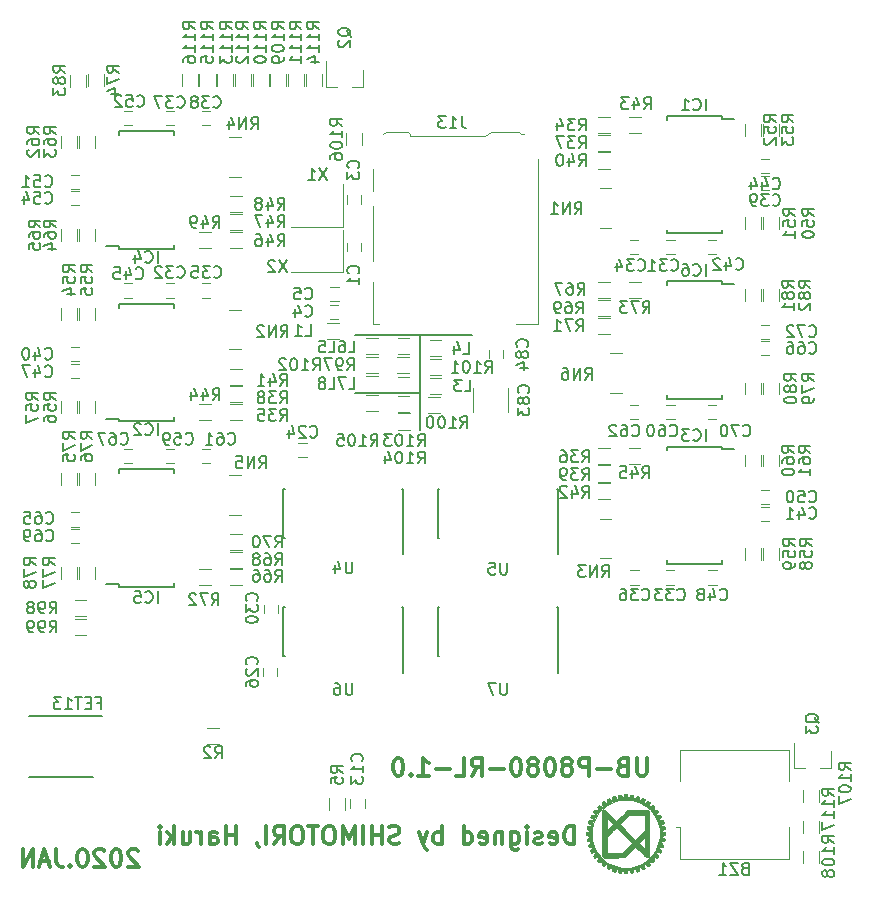
<source format=gbo>
G04 #@! TF.GenerationSoftware,KiCad,Pcbnew,(5.0.0)*
G04 #@! TF.CreationDate,2020-01-25T17:25:25+09:00*
G04 #@! TF.ProjectId,General_purpose_lancer_board,47656E6572616C5F707572706F73655F,rev?*
G04 #@! TF.SameCoordinates,PX69618a0PY822d320*
G04 #@! TF.FileFunction,Legend,Bot*
G04 #@! TF.FilePolarity,Positive*
%FSLAX46Y46*%
G04 Gerber Fmt 4.6, Leading zero omitted, Abs format (unit mm)*
G04 Created by KiCad (PCBNEW (5.0.0)) date 01/25/20 17:25:25*
%MOMM*%
%LPD*%
G01*
G04 APERTURE LIST*
%ADD10C,0.300000*%
%ADD11C,0.200000*%
%ADD12C,0.150000*%
%ADD13C,0.120000*%
%ADD14C,0.010000*%
G04 APERTURE END LIST*
D10*
X16128571Y7478572D02*
X16057142Y7550000D01*
X15914285Y7621429D01*
X15557142Y7621429D01*
X15414285Y7550000D01*
X15342857Y7478572D01*
X15271428Y7335715D01*
X15271428Y7192858D01*
X15342857Y6978572D01*
X16200000Y6121429D01*
X15271428Y6121429D01*
X14342857Y7621429D02*
X14200000Y7621429D01*
X14057142Y7550000D01*
X13985714Y7478572D01*
X13914285Y7335715D01*
X13842857Y7050000D01*
X13842857Y6692858D01*
X13914285Y6407143D01*
X13985714Y6264286D01*
X14057142Y6192858D01*
X14200000Y6121429D01*
X14342857Y6121429D01*
X14485714Y6192858D01*
X14557142Y6264286D01*
X14628571Y6407143D01*
X14700000Y6692858D01*
X14700000Y7050000D01*
X14628571Y7335715D01*
X14557142Y7478572D01*
X14485714Y7550000D01*
X14342857Y7621429D01*
X13271428Y7478572D02*
X13200000Y7550000D01*
X13057142Y7621429D01*
X12700000Y7621429D01*
X12557142Y7550000D01*
X12485714Y7478572D01*
X12414285Y7335715D01*
X12414285Y7192858D01*
X12485714Y6978572D01*
X13342857Y6121429D01*
X12414285Y6121429D01*
X11485714Y7621429D02*
X11342857Y7621429D01*
X11200000Y7550000D01*
X11128571Y7478572D01*
X11057142Y7335715D01*
X10985714Y7050000D01*
X10985714Y6692858D01*
X11057142Y6407143D01*
X11128571Y6264286D01*
X11200000Y6192858D01*
X11342857Y6121429D01*
X11485714Y6121429D01*
X11628571Y6192858D01*
X11700000Y6264286D01*
X11771428Y6407143D01*
X11842857Y6692858D01*
X11842857Y7050000D01*
X11771428Y7335715D01*
X11700000Y7478572D01*
X11628571Y7550000D01*
X11485714Y7621429D01*
X10342857Y6264286D02*
X10271428Y6192858D01*
X10342857Y6121429D01*
X10414285Y6192858D01*
X10342857Y6264286D01*
X10342857Y6121429D01*
X9200000Y7621429D02*
X9200000Y6550000D01*
X9271428Y6335715D01*
X9414285Y6192858D01*
X9628571Y6121429D01*
X9771428Y6121429D01*
X8557142Y6550000D02*
X7842857Y6550000D01*
X8700000Y6121429D02*
X8200000Y7621429D01*
X7700000Y6121429D01*
X7200000Y6121429D02*
X7200000Y7621429D01*
X6342857Y6121429D01*
X6342857Y7621429D01*
X59214285Y15321429D02*
X59214285Y14107143D01*
X59142857Y13964286D01*
X59071428Y13892858D01*
X58928571Y13821429D01*
X58642857Y13821429D01*
X58500000Y13892858D01*
X58428571Y13964286D01*
X58357142Y14107143D01*
X58357142Y15321429D01*
X57142857Y14607143D02*
X56928571Y14535715D01*
X56857142Y14464286D01*
X56785714Y14321429D01*
X56785714Y14107143D01*
X56857142Y13964286D01*
X56928571Y13892858D01*
X57071428Y13821429D01*
X57642857Y13821429D01*
X57642857Y15321429D01*
X57142857Y15321429D01*
X57000000Y15250000D01*
X56928571Y15178572D01*
X56857142Y15035715D01*
X56857142Y14892858D01*
X56928571Y14750000D01*
X57000000Y14678572D01*
X57142857Y14607143D01*
X57642857Y14607143D01*
X56142857Y14392858D02*
X55000000Y14392858D01*
X54285714Y13821429D02*
X54285714Y15321429D01*
X53714285Y15321429D01*
X53571428Y15250000D01*
X53500000Y15178572D01*
X53428571Y15035715D01*
X53428571Y14821429D01*
X53500000Y14678572D01*
X53571428Y14607143D01*
X53714285Y14535715D01*
X54285714Y14535715D01*
X52571428Y14678572D02*
X52714285Y14750000D01*
X52785714Y14821429D01*
X52857142Y14964286D01*
X52857142Y15035715D01*
X52785714Y15178572D01*
X52714285Y15250000D01*
X52571428Y15321429D01*
X52285714Y15321429D01*
X52142857Y15250000D01*
X52071428Y15178572D01*
X52000000Y15035715D01*
X52000000Y14964286D01*
X52071428Y14821429D01*
X52142857Y14750000D01*
X52285714Y14678572D01*
X52571428Y14678572D01*
X52714285Y14607143D01*
X52785714Y14535715D01*
X52857142Y14392858D01*
X52857142Y14107143D01*
X52785714Y13964286D01*
X52714285Y13892858D01*
X52571428Y13821429D01*
X52285714Y13821429D01*
X52142857Y13892858D01*
X52071428Y13964286D01*
X52000000Y14107143D01*
X52000000Y14392858D01*
X52071428Y14535715D01*
X52142857Y14607143D01*
X52285714Y14678572D01*
X51071428Y15321429D02*
X50928571Y15321429D01*
X50785714Y15250000D01*
X50714285Y15178572D01*
X50642857Y15035715D01*
X50571428Y14750000D01*
X50571428Y14392858D01*
X50642857Y14107143D01*
X50714285Y13964286D01*
X50785714Y13892858D01*
X50928571Y13821429D01*
X51071428Y13821429D01*
X51214285Y13892858D01*
X51285714Y13964286D01*
X51357142Y14107143D01*
X51428571Y14392858D01*
X51428571Y14750000D01*
X51357142Y15035715D01*
X51285714Y15178572D01*
X51214285Y15250000D01*
X51071428Y15321429D01*
X49714285Y14678572D02*
X49857142Y14750000D01*
X49928571Y14821429D01*
X50000000Y14964286D01*
X50000000Y15035715D01*
X49928571Y15178572D01*
X49857142Y15250000D01*
X49714285Y15321429D01*
X49428571Y15321429D01*
X49285714Y15250000D01*
X49214285Y15178572D01*
X49142857Y15035715D01*
X49142857Y14964286D01*
X49214285Y14821429D01*
X49285714Y14750000D01*
X49428571Y14678572D01*
X49714285Y14678572D01*
X49857142Y14607143D01*
X49928571Y14535715D01*
X50000000Y14392858D01*
X50000000Y14107143D01*
X49928571Y13964286D01*
X49857142Y13892858D01*
X49714285Y13821429D01*
X49428571Y13821429D01*
X49285714Y13892858D01*
X49214285Y13964286D01*
X49142857Y14107143D01*
X49142857Y14392858D01*
X49214285Y14535715D01*
X49285714Y14607143D01*
X49428571Y14678572D01*
X48214285Y15321429D02*
X48071428Y15321429D01*
X47928571Y15250000D01*
X47857142Y15178572D01*
X47785714Y15035715D01*
X47714285Y14750000D01*
X47714285Y14392858D01*
X47785714Y14107143D01*
X47857142Y13964286D01*
X47928571Y13892858D01*
X48071428Y13821429D01*
X48214285Y13821429D01*
X48357142Y13892858D01*
X48428571Y13964286D01*
X48500000Y14107143D01*
X48571428Y14392858D01*
X48571428Y14750000D01*
X48500000Y15035715D01*
X48428571Y15178572D01*
X48357142Y15250000D01*
X48214285Y15321429D01*
X47071428Y14392858D02*
X45928571Y14392858D01*
X44357142Y13821429D02*
X44857142Y14535715D01*
X45214285Y13821429D02*
X45214285Y15321429D01*
X44642857Y15321429D01*
X44500000Y15250000D01*
X44428571Y15178572D01*
X44357142Y15035715D01*
X44357142Y14821429D01*
X44428571Y14678572D01*
X44500000Y14607143D01*
X44642857Y14535715D01*
X45214285Y14535715D01*
X43000000Y13821429D02*
X43714285Y13821429D01*
X43714285Y15321429D01*
X42500000Y14392858D02*
X41357142Y14392858D01*
X39857142Y13821429D02*
X40714285Y13821429D01*
X40285714Y13821429D02*
X40285714Y15321429D01*
X40428571Y15107143D01*
X40571428Y14964286D01*
X40714285Y14892858D01*
X39214285Y13964286D02*
X39142857Y13892858D01*
X39214285Y13821429D01*
X39285714Y13892858D01*
X39214285Y13964286D01*
X39214285Y13821429D01*
X38214285Y15321429D02*
X38071428Y15321429D01*
X37928571Y15250000D01*
X37857142Y15178572D01*
X37785714Y15035715D01*
X37714285Y14750000D01*
X37714285Y14392858D01*
X37785714Y14107143D01*
X37857142Y13964286D01*
X37928571Y13892858D01*
X38071428Y13821429D01*
X38214285Y13821429D01*
X38357142Y13892858D01*
X38428571Y13964286D01*
X38500000Y14107143D01*
X38571428Y14392858D01*
X38571428Y14750000D01*
X38500000Y15035715D01*
X38428571Y15178572D01*
X38357142Y15250000D01*
X38214285Y15321429D01*
D11*
X44400000Y51100000D02*
X38900000Y51100000D01*
X40000000Y43100000D02*
X40000000Y51100000D01*
X40000000Y46200000D02*
X34500000Y46200000D01*
X40000000Y51100000D02*
X34500000Y51100000D01*
D10*
X53035714Y8021429D02*
X53035714Y9521429D01*
X52678571Y9521429D01*
X52464285Y9450000D01*
X52321428Y9307143D01*
X52250000Y9164286D01*
X52178571Y8878572D01*
X52178571Y8664286D01*
X52250000Y8378572D01*
X52321428Y8235715D01*
X52464285Y8092858D01*
X52678571Y8021429D01*
X53035714Y8021429D01*
X50964285Y8092858D02*
X51107142Y8021429D01*
X51392857Y8021429D01*
X51535714Y8092858D01*
X51607142Y8235715D01*
X51607142Y8807143D01*
X51535714Y8950000D01*
X51392857Y9021429D01*
X51107142Y9021429D01*
X50964285Y8950000D01*
X50892857Y8807143D01*
X50892857Y8664286D01*
X51607142Y8521429D01*
X50321428Y8092858D02*
X50178571Y8021429D01*
X49892857Y8021429D01*
X49750000Y8092858D01*
X49678571Y8235715D01*
X49678571Y8307143D01*
X49750000Y8450000D01*
X49892857Y8521429D01*
X50107142Y8521429D01*
X50250000Y8592858D01*
X50321428Y8735715D01*
X50321428Y8807143D01*
X50250000Y8950000D01*
X50107142Y9021429D01*
X49892857Y9021429D01*
X49750000Y8950000D01*
X49035714Y8021429D02*
X49035714Y9021429D01*
X49035714Y9521429D02*
X49107142Y9450000D01*
X49035714Y9378572D01*
X48964285Y9450000D01*
X49035714Y9521429D01*
X49035714Y9378572D01*
X47678571Y9021429D02*
X47678571Y7807143D01*
X47750000Y7664286D01*
X47821428Y7592858D01*
X47964285Y7521429D01*
X48178571Y7521429D01*
X48321428Y7592858D01*
X47678571Y8092858D02*
X47821428Y8021429D01*
X48107142Y8021429D01*
X48250000Y8092858D01*
X48321428Y8164286D01*
X48392857Y8307143D01*
X48392857Y8735715D01*
X48321428Y8878572D01*
X48250000Y8950000D01*
X48107142Y9021429D01*
X47821428Y9021429D01*
X47678571Y8950000D01*
X46964285Y9021429D02*
X46964285Y8021429D01*
X46964285Y8878572D02*
X46892857Y8950000D01*
X46750000Y9021429D01*
X46535714Y9021429D01*
X46392857Y8950000D01*
X46321428Y8807143D01*
X46321428Y8021429D01*
X45035714Y8092858D02*
X45178571Y8021429D01*
X45464285Y8021429D01*
X45607142Y8092858D01*
X45678571Y8235715D01*
X45678571Y8807143D01*
X45607142Y8950000D01*
X45464285Y9021429D01*
X45178571Y9021429D01*
X45035714Y8950000D01*
X44964285Y8807143D01*
X44964285Y8664286D01*
X45678571Y8521429D01*
X43678571Y8021429D02*
X43678571Y9521429D01*
X43678571Y8092858D02*
X43821428Y8021429D01*
X44107142Y8021429D01*
X44250000Y8092858D01*
X44321428Y8164286D01*
X44392857Y8307143D01*
X44392857Y8735715D01*
X44321428Y8878572D01*
X44250000Y8950000D01*
X44107142Y9021429D01*
X43821428Y9021429D01*
X43678571Y8950000D01*
X41821428Y8021429D02*
X41821428Y9521429D01*
X41821428Y8950000D02*
X41678571Y9021429D01*
X41392857Y9021429D01*
X41250000Y8950000D01*
X41178571Y8878572D01*
X41107142Y8735715D01*
X41107142Y8307143D01*
X41178571Y8164286D01*
X41250000Y8092858D01*
X41392857Y8021429D01*
X41678571Y8021429D01*
X41821428Y8092858D01*
X40607142Y9021429D02*
X40250000Y8021429D01*
X39892857Y9021429D02*
X40250000Y8021429D01*
X40392857Y7664286D01*
X40464285Y7592858D01*
X40607142Y7521429D01*
X38250000Y8092858D02*
X38035714Y8021429D01*
X37678571Y8021429D01*
X37535714Y8092858D01*
X37464285Y8164286D01*
X37392857Y8307143D01*
X37392857Y8450000D01*
X37464285Y8592858D01*
X37535714Y8664286D01*
X37678571Y8735715D01*
X37964285Y8807143D01*
X38107142Y8878572D01*
X38178571Y8950000D01*
X38250000Y9092858D01*
X38250000Y9235715D01*
X38178571Y9378572D01*
X38107142Y9450000D01*
X37964285Y9521429D01*
X37607142Y9521429D01*
X37392857Y9450000D01*
X36750000Y8021429D02*
X36750000Y9521429D01*
X36750000Y8807143D02*
X35892857Y8807143D01*
X35892857Y8021429D02*
X35892857Y9521429D01*
X35178571Y8021429D02*
X35178571Y9521429D01*
X34464285Y8021429D02*
X34464285Y9521429D01*
X33964285Y8450000D01*
X33464285Y9521429D01*
X33464285Y8021429D01*
X32464285Y9521429D02*
X32178571Y9521429D01*
X32035714Y9450000D01*
X31892857Y9307143D01*
X31821428Y9021429D01*
X31821428Y8521429D01*
X31892857Y8235715D01*
X32035714Y8092858D01*
X32178571Y8021429D01*
X32464285Y8021429D01*
X32607142Y8092858D01*
X32750000Y8235715D01*
X32821428Y8521429D01*
X32821428Y9021429D01*
X32750000Y9307143D01*
X32607142Y9450000D01*
X32464285Y9521429D01*
X31392857Y9521429D02*
X30535714Y9521429D01*
X30964285Y8021429D02*
X30964285Y9521429D01*
X29750000Y9521429D02*
X29464285Y9521429D01*
X29321428Y9450000D01*
X29178571Y9307143D01*
X29107142Y9021429D01*
X29107142Y8521429D01*
X29178571Y8235715D01*
X29321428Y8092858D01*
X29464285Y8021429D01*
X29750000Y8021429D01*
X29892857Y8092858D01*
X30035714Y8235715D01*
X30107142Y8521429D01*
X30107142Y9021429D01*
X30035714Y9307143D01*
X29892857Y9450000D01*
X29750000Y9521429D01*
X27607142Y8021429D02*
X28107142Y8735715D01*
X28464285Y8021429D02*
X28464285Y9521429D01*
X27892857Y9521429D01*
X27750000Y9450000D01*
X27678571Y9378572D01*
X27607142Y9235715D01*
X27607142Y9021429D01*
X27678571Y8878572D01*
X27750000Y8807143D01*
X27892857Y8735715D01*
X28464285Y8735715D01*
X26964285Y8021429D02*
X26964285Y9521429D01*
X26178571Y8092858D02*
X26178571Y8021429D01*
X26250000Y7878572D01*
X26321428Y7807143D01*
X24392857Y8021429D02*
X24392857Y9521429D01*
X24392857Y8807143D02*
X23535714Y8807143D01*
X23535714Y8021429D02*
X23535714Y9521429D01*
X22178571Y8021429D02*
X22178571Y8807143D01*
X22250000Y8950000D01*
X22392857Y9021429D01*
X22678571Y9021429D01*
X22821428Y8950000D01*
X22178571Y8092858D02*
X22321428Y8021429D01*
X22678571Y8021429D01*
X22821428Y8092858D01*
X22892857Y8235715D01*
X22892857Y8378572D01*
X22821428Y8521429D01*
X22678571Y8592858D01*
X22321428Y8592858D01*
X22178571Y8664286D01*
X21464285Y8021429D02*
X21464285Y9021429D01*
X21464285Y8735715D02*
X21392857Y8878572D01*
X21321428Y8950000D01*
X21178571Y9021429D01*
X21035714Y9021429D01*
X19892857Y9021429D02*
X19892857Y8021429D01*
X20535714Y9021429D02*
X20535714Y8235715D01*
X20464285Y8092858D01*
X20321428Y8021429D01*
X20107142Y8021429D01*
X19964285Y8092858D01*
X19892857Y8164286D01*
X19178571Y8021429D02*
X19178571Y9521429D01*
X19035714Y8592858D02*
X18607142Y8021429D01*
X18607142Y9021429D02*
X19178571Y8450000D01*
X17964285Y8021429D02*
X17964285Y9021429D01*
X17964285Y9521429D02*
X18035714Y9450000D01*
X17964285Y9378572D01*
X17892857Y9450000D01*
X17964285Y9521429D01*
X17964285Y9378572D01*
D12*
G04 #@! TO.C,FET13*
X13050000Y18900000D02*
X6850000Y18900000D01*
X12350000Y13700000D02*
X6850000Y13700000D01*
D13*
G04 #@! TO.C,R108*
X73780000Y6400000D02*
X73780000Y7400000D01*
X72420000Y7400000D02*
X72420000Y6400000D01*
G04 #@! TO.C,C48*
X64400000Y30000000D02*
X65100000Y30000000D01*
X65100000Y31200000D02*
X64400000Y31200000D01*
G04 #@! TO.C,J13*
X46030000Y68310000D02*
X45520000Y67960000D01*
X48540000Y68110000D02*
X48800000Y68110000D01*
X48340000Y68310000D02*
X48540000Y68110000D01*
X38940000Y68310000D02*
X39150000Y68110000D01*
X39150000Y67960000D02*
X39150000Y68110000D01*
X39150000Y67960000D02*
X45520000Y67960000D01*
X36050000Y63350000D02*
X36050000Y65150000D01*
X36050000Y57350000D02*
X36050000Y62050000D01*
X37080000Y68310000D02*
X36880000Y68110000D01*
X37080000Y68310000D02*
X38940000Y68310000D01*
X48340000Y68310000D02*
X46030000Y68310000D01*
X36050000Y52040000D02*
X36050000Y55650000D01*
X36500000Y52040000D02*
X36050000Y52040000D01*
X50020000Y52040000D02*
X50020000Y66050000D01*
X48100000Y52040000D02*
X50020000Y52040000D01*
G04 #@! TO.C,R42*
X56100000Y38580000D02*
X55100000Y38580000D01*
X55100000Y37220000D02*
X56100000Y37220000D01*
G04 #@! TO.C,R58*
X70380000Y32100000D02*
X70380000Y33100000D01*
X69020000Y33100000D02*
X69020000Y32100000D01*
G04 #@! TO.C,R2*
X22950000Y17880000D02*
X21950000Y17880000D01*
X21950000Y16520000D02*
X22950000Y16520000D01*
G04 #@! TO.C,BZ1*
X61990000Y9440000D02*
X61660000Y9440000D01*
X61990000Y16010000D02*
X61990000Y13360000D01*
X71210000Y16010000D02*
X61990000Y16010000D01*
X71210000Y13360000D02*
X71210000Y16010000D01*
X71210000Y6790000D02*
X71210000Y9440000D01*
X61990000Y6790000D02*
X71210000Y6790000D01*
X61990000Y9440000D02*
X61990000Y6790000D01*
G04 #@! TO.C,C1*
X35000000Y58250000D02*
X35000000Y58950000D01*
X33800000Y58950000D02*
X33800000Y58250000D01*
G04 #@! TO.C,C3*
X35000000Y62250000D02*
X35000000Y62950000D01*
X33800000Y62950000D02*
X33800000Y62250000D01*
G04 #@! TO.C,C4*
X33050000Y53700000D02*
X32350000Y53700000D01*
X32350000Y52500000D02*
X33050000Y52500000D01*
G04 #@! TO.C,C5*
X32400000Y54000000D02*
X33100000Y54000000D01*
X33100000Y55200000D02*
X32400000Y55200000D01*
G04 #@! TO.C,C13*
X35300000Y11100000D02*
X35300000Y11800000D01*
X34100000Y11800000D02*
X34100000Y11100000D01*
G04 #@! TO.C,C24*
X29700000Y40800000D02*
X30400000Y40800000D01*
X30400000Y42000000D02*
X29700000Y42000000D01*
G04 #@! TO.C,C26*
X26700000Y22950000D02*
X26700000Y22250000D01*
X27900000Y22250000D02*
X27900000Y22950000D01*
G04 #@! TO.C,C30*
X26800000Y28250000D02*
X26800000Y27550000D01*
X28000000Y27550000D02*
X28000000Y28250000D01*
G04 #@! TO.C,C31*
X61550000Y59200000D02*
X60850000Y59200000D01*
X60850000Y58000000D02*
X61550000Y58000000D01*
G04 #@! TO.C,C32*
X18450000Y54300000D02*
X19150000Y54300000D01*
X19150000Y55500000D02*
X18450000Y55500000D01*
G04 #@! TO.C,C33*
X61500000Y31200000D02*
X60800000Y31200000D01*
X60800000Y30000000D02*
X61500000Y30000000D01*
G04 #@! TO.C,C34*
X58450000Y59200000D02*
X57750000Y59200000D01*
X57750000Y58000000D02*
X58450000Y58000000D01*
G04 #@! TO.C,C35*
X21550000Y54300000D02*
X22250000Y54300000D01*
X22250000Y55500000D02*
X21550000Y55500000D01*
G04 #@! TO.C,C36*
X58500000Y31200000D02*
X57800000Y31200000D01*
X57800000Y30000000D02*
X58500000Y30000000D01*
G04 #@! TO.C,C37*
X18450000Y68900000D02*
X19150000Y68900000D01*
X19150000Y70100000D02*
X18450000Y70100000D01*
G04 #@! TO.C,C38*
X21500000Y68900000D02*
X22200000Y68900000D01*
X22200000Y70100000D02*
X21500000Y70100000D01*
G04 #@! TO.C,C39*
X69550000Y64600000D02*
X68850000Y64600000D01*
X68850000Y63400000D02*
X69550000Y63400000D01*
G04 #@! TO.C,C40*
X10450000Y48900000D02*
X11150000Y48900000D01*
X11150000Y50100000D02*
X10450000Y50100000D01*
G04 #@! TO.C,C41*
X69550000Y36600000D02*
X68850000Y36600000D01*
X68850000Y35400000D02*
X69550000Y35400000D01*
G04 #@! TO.C,C42*
X64350000Y58000000D02*
X65050000Y58000000D01*
X65050000Y59200000D02*
X64350000Y59200000D01*
G04 #@! TO.C,C44*
X69550000Y66000000D02*
X68850000Y66000000D01*
X68850000Y64800000D02*
X69550000Y64800000D01*
G04 #@! TO.C,C45*
X15600000Y55500000D02*
X14900000Y55500000D01*
X14900000Y54300000D02*
X15600000Y54300000D01*
G04 #@! TO.C,C47*
X10450000Y47500000D02*
X11150000Y47500000D01*
X11150000Y48700000D02*
X10450000Y48700000D01*
G04 #@! TO.C,C50*
X69550000Y38000000D02*
X68850000Y38000000D01*
X68850000Y36800000D02*
X69550000Y36800000D01*
G04 #@! TO.C,C51*
X10450000Y63500000D02*
X11150000Y63500000D01*
X11150000Y64700000D02*
X10450000Y64700000D01*
G04 #@! TO.C,C52*
X15650000Y70100000D02*
X14950000Y70100000D01*
X14950000Y68900000D02*
X15650000Y68900000D01*
G04 #@! TO.C,C54*
X10450000Y62100000D02*
X11150000Y62100000D01*
X11150000Y63300000D02*
X10450000Y63300000D01*
G04 #@! TO.C,C59*
X18450000Y40300000D02*
X19150000Y40300000D01*
X19150000Y41500000D02*
X18450000Y41500000D01*
G04 #@! TO.C,C60*
X61550000Y45200000D02*
X60850000Y45200000D01*
X60850000Y44000000D02*
X61550000Y44000000D01*
G04 #@! TO.C,C61*
X21550000Y40300000D02*
X22250000Y40300000D01*
X22250000Y41500000D02*
X21550000Y41500000D01*
G04 #@! TO.C,C62*
X58450000Y45200000D02*
X57750000Y45200000D01*
X57750000Y44000000D02*
X58450000Y44000000D01*
G04 #@! TO.C,C65*
X10450000Y34900000D02*
X11150000Y34900000D01*
X11150000Y36100000D02*
X10450000Y36100000D01*
G04 #@! TO.C,C66*
X69550000Y50600000D02*
X68850000Y50600000D01*
X68850000Y49400000D02*
X69550000Y49400000D01*
G04 #@! TO.C,C67*
X15650000Y41500000D02*
X14950000Y41500000D01*
X14950000Y40300000D02*
X15650000Y40300000D01*
G04 #@! TO.C,C69*
X10450000Y33500000D02*
X11150000Y33500000D01*
X11150000Y34700000D02*
X10450000Y34700000D01*
G04 #@! TO.C,C70*
X64350000Y44000000D02*
X65050000Y44000000D01*
X65050000Y45200000D02*
X64350000Y45200000D01*
G04 #@! TO.C,C72*
X69550000Y52000000D02*
X68850000Y52000000D01*
X68850000Y50800000D02*
X69550000Y50800000D01*
G04 #@! TO.C,C83*
X44520000Y44600000D02*
X44520000Y46600000D01*
X47480000Y46600000D02*
X47480000Y44600000D01*
G04 #@! TO.C,C84*
X47000000Y49150000D02*
X47000000Y49850000D01*
X45800000Y49850000D02*
X45800000Y49150000D01*
D12*
G04 #@! TO.C,IC1*
X65525000Y69675000D02*
X65525000Y69450000D01*
X60875000Y69675000D02*
X60875000Y69350000D01*
X60875000Y59725000D02*
X60875000Y60050000D01*
X65525000Y59725000D02*
X65525000Y60050000D01*
X65525000Y69675000D02*
X60875000Y69675000D01*
X65525000Y59725000D02*
X60875000Y59725000D01*
X65525000Y69450000D02*
X66600000Y69450000D01*
G04 #@! TO.C,IC2*
X14475000Y43825000D02*
X14475000Y44050000D01*
X19125000Y43825000D02*
X19125000Y44150000D01*
X19125000Y53775000D02*
X19125000Y53450000D01*
X14475000Y53775000D02*
X14475000Y53450000D01*
X14475000Y43825000D02*
X19125000Y43825000D01*
X14475000Y53775000D02*
X19125000Y53775000D01*
X14475000Y44050000D02*
X13400000Y44050000D01*
G04 #@! TO.C,IC3*
X65525000Y41675000D02*
X65525000Y41450000D01*
X60875000Y41675000D02*
X60875000Y41350000D01*
X60875000Y31725000D02*
X60875000Y32050000D01*
X65525000Y31725000D02*
X65525000Y32050000D01*
X65525000Y41675000D02*
X60875000Y41675000D01*
X65525000Y31725000D02*
X60875000Y31725000D01*
X65525000Y41450000D02*
X66600000Y41450000D01*
G04 #@! TO.C,IC4*
X14475000Y58425000D02*
X14475000Y58650000D01*
X19125000Y58425000D02*
X19125000Y58750000D01*
X19125000Y68375000D02*
X19125000Y68050000D01*
X14475000Y68375000D02*
X14475000Y68050000D01*
X14475000Y58425000D02*
X19125000Y58425000D01*
X14475000Y68375000D02*
X19125000Y68375000D01*
X14475000Y58650000D02*
X13400000Y58650000D01*
G04 #@! TO.C,IC5*
X14475000Y29825000D02*
X14475000Y30050000D01*
X19125000Y29825000D02*
X19125000Y30150000D01*
X19125000Y39775000D02*
X19125000Y39450000D01*
X14475000Y39775000D02*
X14475000Y39450000D01*
X14475000Y29825000D02*
X19125000Y29825000D01*
X14475000Y39775000D02*
X19125000Y39775000D01*
X14475000Y30050000D02*
X13400000Y30050000D01*
G04 #@! TO.C,IC6*
X65525000Y55675000D02*
X65525000Y55450000D01*
X60875000Y55675000D02*
X60875000Y55350000D01*
X60875000Y45725000D02*
X60875000Y46050000D01*
X65525000Y45725000D02*
X65525000Y46050000D01*
X65525000Y55675000D02*
X60875000Y55675000D01*
X65525000Y45725000D02*
X60875000Y45725000D01*
X65525000Y55450000D02*
X66600000Y55450000D01*
D13*
G04 #@! TO.C,L1*
X33100000Y52180000D02*
X32100000Y52180000D01*
X32100000Y50820000D02*
X33100000Y50820000D01*
G04 #@! TO.C,L3*
X41800000Y47480000D02*
X40800000Y47480000D01*
X40800000Y46120000D02*
X41800000Y46120000D01*
G04 #@! TO.C,L4*
X41800000Y50680000D02*
X40800000Y50680000D01*
X40800000Y49320000D02*
X41800000Y49320000D01*
G04 #@! TO.C,L5*
X35400000Y49520000D02*
X36400000Y49520000D01*
X36400000Y50880000D02*
X35400000Y50880000D01*
G04 #@! TO.C,L6*
X38100000Y49520000D02*
X39100000Y49520000D01*
X39100000Y50880000D02*
X38100000Y50880000D01*
G04 #@! TO.C,L7*
X38100000Y46220000D02*
X39100000Y46220000D01*
X39100000Y47580000D02*
X38100000Y47580000D01*
G04 #@! TO.C,L8*
X35400000Y46320000D02*
X36400000Y46320000D01*
X36400000Y47680000D02*
X35400000Y47680000D01*
G04 #@! TO.C,Q2*
X35180000Y72140000D02*
X34250000Y72140000D01*
X32020000Y72140000D02*
X32950000Y72140000D01*
X32020000Y72140000D02*
X32020000Y74300000D01*
X35180000Y72140000D02*
X35180000Y73600000D01*
G04 #@! TO.C,Q3*
X74780000Y14440000D02*
X73850000Y14440000D01*
X71620000Y14440000D02*
X72550000Y14440000D01*
X71620000Y14440000D02*
X71620000Y16600000D01*
X74780000Y14440000D02*
X74780000Y15900000D01*
G04 #@! TO.C,R5*
X32320000Y11900000D02*
X32320000Y10900000D01*
X33680000Y10900000D02*
X33680000Y11900000D01*
G04 #@! TO.C,R34*
X56100000Y69580000D02*
X55100000Y69580000D01*
X55100000Y68220000D02*
X56100000Y68220000D01*
G04 #@! TO.C,R35*
X23900000Y43920000D02*
X24900000Y43920000D01*
X24900000Y45280000D02*
X23900000Y45280000D01*
G04 #@! TO.C,R36*
X56100000Y41580000D02*
X55100000Y41580000D01*
X55100000Y40220000D02*
X56100000Y40220000D01*
G04 #@! TO.C,R37*
X56100000Y68080000D02*
X55100000Y68080000D01*
X55100000Y66720000D02*
X56100000Y66720000D01*
G04 #@! TO.C,R38*
X23900000Y45420000D02*
X24900000Y45420000D01*
X24900000Y46780000D02*
X23900000Y46780000D01*
G04 #@! TO.C,R39*
X56100000Y40080000D02*
X55100000Y40080000D01*
X55100000Y38720000D02*
X56100000Y38720000D01*
G04 #@! TO.C,R40*
X56100000Y66580000D02*
X55100000Y66580000D01*
X55100000Y65220000D02*
X56100000Y65220000D01*
G04 #@! TO.C,R41*
X23900000Y46920000D02*
X24900000Y46920000D01*
X24900000Y48280000D02*
X23900000Y48280000D01*
G04 #@! TO.C,R43*
X58700000Y69580000D02*
X57700000Y69580000D01*
X57700000Y68220000D02*
X58700000Y68220000D01*
G04 #@! TO.C,R44*
X21300000Y43920000D02*
X22300000Y43920000D01*
X22300000Y45280000D02*
X21300000Y45280000D01*
G04 #@! TO.C,R45*
X58650000Y41580000D02*
X57650000Y41580000D01*
X57650000Y40220000D02*
X58650000Y40220000D01*
G04 #@! TO.C,R46*
X23900000Y58520000D02*
X24900000Y58520000D01*
X24900000Y59880000D02*
X23900000Y59880000D01*
G04 #@! TO.C,R47*
X23900000Y60020000D02*
X24900000Y60020000D01*
X24900000Y61380000D02*
X23900000Y61380000D01*
G04 #@! TO.C,R48*
X23900000Y61520000D02*
X24900000Y61520000D01*
X24900000Y62880000D02*
X23900000Y62880000D01*
G04 #@! TO.C,R49*
X21300000Y58520000D02*
X22300000Y58520000D01*
X22300000Y59880000D02*
X21300000Y59880000D01*
G04 #@! TO.C,R50*
X70380000Y60100000D02*
X70380000Y61100000D01*
X69020000Y61100000D02*
X69020000Y60100000D01*
G04 #@! TO.C,R51*
X68880000Y60100000D02*
X68880000Y61100000D01*
X67520000Y61100000D02*
X67520000Y60100000D01*
G04 #@! TO.C,R52*
X67520000Y69000000D02*
X67520000Y68000000D01*
X68880000Y68000000D02*
X68880000Y69000000D01*
G04 #@! TO.C,R53*
X69020000Y69000000D02*
X69020000Y68000000D01*
X70380000Y68000000D02*
X70380000Y69000000D01*
G04 #@! TO.C,R54*
X9620000Y53400000D02*
X9620000Y52400000D01*
X10980000Y52400000D02*
X10980000Y53400000D01*
G04 #@! TO.C,R55*
X11120000Y53400000D02*
X11120000Y52400000D01*
X12480000Y52400000D02*
X12480000Y53400000D01*
G04 #@! TO.C,R56*
X12480000Y44500000D02*
X12480000Y45500000D01*
X11120000Y45500000D02*
X11120000Y44500000D01*
G04 #@! TO.C,R57*
X10980000Y44500000D02*
X10980000Y45500000D01*
X9620000Y45500000D02*
X9620000Y44500000D01*
G04 #@! TO.C,R59*
X68880000Y32100000D02*
X68880000Y33100000D01*
X67520000Y33100000D02*
X67520000Y32100000D01*
G04 #@! TO.C,R60*
X67520000Y41000000D02*
X67520000Y40000000D01*
X68880000Y40000000D02*
X68880000Y41000000D01*
G04 #@! TO.C,R61*
X69020000Y41000000D02*
X69020000Y40000000D01*
X70380000Y40000000D02*
X70380000Y41000000D01*
G04 #@! TO.C,R62*
X9620000Y68000000D02*
X9620000Y67000000D01*
X10980000Y67000000D02*
X10980000Y68000000D01*
G04 #@! TO.C,R63*
X11120000Y68000000D02*
X11120000Y67000000D01*
X12480000Y67000000D02*
X12480000Y68000000D01*
G04 #@! TO.C,R64*
X12480000Y59100000D02*
X12480000Y60100000D01*
X11120000Y60100000D02*
X11120000Y59100000D01*
G04 #@! TO.C,R65*
X10980000Y59100000D02*
X10980000Y60100000D01*
X9620000Y60100000D02*
X9620000Y59100000D01*
G04 #@! TO.C,R66*
X23900000Y29920000D02*
X24900000Y29920000D01*
X24900000Y31280000D02*
X23900000Y31280000D01*
G04 #@! TO.C,R67*
X56100000Y55580000D02*
X55100000Y55580000D01*
X55100000Y54220000D02*
X56100000Y54220000D01*
G04 #@! TO.C,R68*
X23900000Y31420000D02*
X24900000Y31420000D01*
X24900000Y32780000D02*
X23900000Y32780000D01*
G04 #@! TO.C,R69*
X56100000Y54080000D02*
X55100000Y54080000D01*
X55100000Y52720000D02*
X56100000Y52720000D01*
G04 #@! TO.C,R70*
X23900000Y32920000D02*
X24900000Y32920000D01*
X24900000Y34280000D02*
X23900000Y34280000D01*
G04 #@! TO.C,R71*
X56100000Y52580000D02*
X55100000Y52580000D01*
X55100000Y51220000D02*
X56100000Y51220000D01*
G04 #@! TO.C,R72*
X21300000Y29920000D02*
X22300000Y29920000D01*
X22300000Y31280000D02*
X21300000Y31280000D01*
G04 #@! TO.C,R73*
X58700000Y55580000D02*
X57700000Y55580000D01*
X57700000Y54220000D02*
X58700000Y54220000D01*
G04 #@! TO.C,R74*
X11920000Y73200000D02*
X11920000Y72200000D01*
X13280000Y72200000D02*
X13280000Y73200000D01*
G04 #@! TO.C,R75*
X9620000Y39400000D02*
X9620000Y38400000D01*
X10980000Y38400000D02*
X10980000Y39400000D01*
G04 #@! TO.C,R76*
X11120000Y39400000D02*
X11120000Y38400000D01*
X12480000Y38400000D02*
X12480000Y39400000D01*
G04 #@! TO.C,R77*
X12480000Y30500000D02*
X12480000Y31500000D01*
X11120000Y31500000D02*
X11120000Y30500000D01*
G04 #@! TO.C,R78*
X10980000Y30500000D02*
X10980000Y31500000D01*
X9620000Y31500000D02*
X9620000Y30500000D01*
G04 #@! TO.C,R79*
X70380000Y46100000D02*
X70380000Y47100000D01*
X69020000Y47100000D02*
X69020000Y46100000D01*
G04 #@! TO.C,R80*
X68880000Y46100000D02*
X68880000Y47100000D01*
X67520000Y47100000D02*
X67520000Y46100000D01*
G04 #@! TO.C,R81*
X67520000Y55000000D02*
X67520000Y54000000D01*
X68880000Y54000000D02*
X68880000Y55000000D01*
G04 #@! TO.C,R82*
X69020000Y55000000D02*
X69020000Y54000000D01*
X70380000Y54000000D02*
X70380000Y55000000D01*
G04 #@! TO.C,R83*
X10320000Y73150000D02*
X10320000Y72150000D01*
X11680000Y72150000D02*
X11680000Y73150000D01*
G04 #@! TO.C,R97*
X39050000Y49280000D02*
X38050000Y49280000D01*
X38050000Y47920000D02*
X39050000Y47920000D01*
G04 #@! TO.C,R98*
X11750000Y28680000D02*
X10750000Y28680000D01*
X10750000Y27320000D02*
X11750000Y27320000D01*
G04 #@! TO.C,R99*
X11750000Y27080000D02*
X10750000Y27080000D01*
X10750000Y25720000D02*
X11750000Y25720000D01*
G04 #@! TO.C,R100*
X40700000Y44520000D02*
X41700000Y44520000D01*
X41700000Y45880000D02*
X40700000Y45880000D01*
G04 #@! TO.C,R101*
X40800000Y47720000D02*
X41800000Y47720000D01*
X41800000Y49080000D02*
X40800000Y49080000D01*
G04 #@! TO.C,R102*
X36400000Y49280000D02*
X35400000Y49280000D01*
X35400000Y47920000D02*
X36400000Y47920000D01*
G04 #@! TO.C,R103*
X38100000Y44620000D02*
X39100000Y44620000D01*
X39100000Y45980000D02*
X38100000Y45980000D01*
G04 #@! TO.C,R104*
X39150000Y44480000D02*
X38150000Y44480000D01*
X38150000Y43120000D02*
X39150000Y43120000D01*
G04 #@! TO.C,R105*
X36400000Y46080000D02*
X35400000Y46080000D01*
X35400000Y44720000D02*
X36400000Y44720000D01*
G04 #@! TO.C,R106*
X35080000Y67200000D02*
X35080000Y68200000D01*
X33720000Y68200000D02*
X33720000Y67200000D01*
G04 #@! TO.C,R107*
X72420000Y12600000D02*
X72420000Y11600000D01*
X73780000Y11600000D02*
X73780000Y12600000D01*
G04 #@! TO.C,R109*
X27320000Y73200000D02*
X27320000Y72200000D01*
X28680000Y72200000D02*
X28680000Y73200000D01*
G04 #@! TO.C,R110*
X25820000Y73200000D02*
X25820000Y72200000D01*
X27180000Y72200000D02*
X27180000Y73200000D01*
G04 #@! TO.C,R111*
X30180000Y72200000D02*
X30180000Y73200000D01*
X28820000Y73200000D02*
X28820000Y72200000D01*
G04 #@! TO.C,R112*
X24320000Y73200000D02*
X24320000Y72200000D01*
X25680000Y72200000D02*
X25680000Y73200000D01*
G04 #@! TO.C,R113*
X22820000Y73200000D02*
X22820000Y72200000D01*
X24180000Y72200000D02*
X24180000Y73200000D01*
G04 #@! TO.C,R114*
X31680000Y72200000D02*
X31680000Y73200000D01*
X30320000Y73200000D02*
X30320000Y72200000D01*
G04 #@! TO.C,R115*
X21320000Y73200000D02*
X21320000Y72200000D01*
X22680000Y72200000D02*
X22680000Y73200000D01*
G04 #@! TO.C,R116*
X19820000Y73200000D02*
X19820000Y72200000D01*
X21180000Y72200000D02*
X21180000Y73200000D01*
G04 #@! TO.C,R117*
X72420000Y10000000D02*
X72420000Y9000000D01*
X73780000Y9000000D02*
X73780000Y10000000D01*
D12*
G04 #@! TO.C,U4*
X38575000Y33925000D02*
X38550000Y33925000D01*
X38575000Y38075000D02*
X38470000Y38075000D01*
X28425000Y38075000D02*
X28530000Y38075000D01*
X28425000Y33925000D02*
X28530000Y33925000D01*
X38575000Y33925000D02*
X38575000Y38075000D01*
X28425000Y33925000D02*
X28425000Y38075000D01*
X38550000Y33925000D02*
X38550000Y32550000D01*
G04 #@! TO.C,U5*
X51675000Y33925000D02*
X51650000Y33925000D01*
X51675000Y38075000D02*
X51570000Y38075000D01*
X41525000Y38075000D02*
X41630000Y38075000D01*
X41525000Y33925000D02*
X41630000Y33925000D01*
X51675000Y33925000D02*
X51675000Y38075000D01*
X41525000Y33925000D02*
X41525000Y38075000D01*
X51650000Y33925000D02*
X51650000Y32550000D01*
G04 #@! TO.C,U6*
X38575000Y23925000D02*
X38550000Y23925000D01*
X38575000Y28075000D02*
X38470000Y28075000D01*
X28425000Y28075000D02*
X28530000Y28075000D01*
X28425000Y23925000D02*
X28530000Y23925000D01*
X38575000Y23925000D02*
X38575000Y28075000D01*
X28425000Y23925000D02*
X28425000Y28075000D01*
X38550000Y23925000D02*
X38550000Y22550000D01*
G04 #@! TO.C,U7*
X51675000Y23925000D02*
X51650000Y23925000D01*
X51675000Y28075000D02*
X51570000Y28075000D01*
X41525000Y28075000D02*
X41630000Y28075000D01*
X41525000Y23925000D02*
X41630000Y23925000D01*
X51675000Y23925000D02*
X51675000Y28075000D01*
X41525000Y23925000D02*
X41525000Y28075000D01*
X51650000Y23925000D02*
X51650000Y22550000D01*
D13*
G04 #@! TO.C,X1*
X33500000Y63900000D02*
X33500000Y60300000D01*
X33500000Y60300000D02*
X29100000Y60300000D01*
G04 #@! TO.C,X2*
X33500000Y60050000D02*
X33500000Y56450000D01*
X33500000Y56450000D02*
X29100000Y56450000D01*
G04 #@! TO.C,RN1*
X56200000Y63580000D02*
X55200000Y63580000D01*
X56200000Y60220000D02*
X55200000Y60220000D01*
G04 #@! TO.C,RN2*
X23800000Y49920000D02*
X24800000Y49920000D01*
X23800000Y53280000D02*
X24800000Y53280000D01*
G04 #@! TO.C,RN3*
X56200000Y35580000D02*
X55200000Y35580000D01*
X56200000Y32220000D02*
X55200000Y32220000D01*
G04 #@! TO.C,RN4*
X23800000Y64520000D02*
X24800000Y64520000D01*
X23800000Y67880000D02*
X24800000Y67880000D01*
G04 #@! TO.C,RN5*
X23800000Y35920000D02*
X24800000Y35920000D01*
X23800000Y39280000D02*
X24800000Y39280000D01*
G04 #@! TO.C,RN6*
X57100000Y49580000D02*
X56100000Y49580000D01*
X57100000Y46220000D02*
X56100000Y46220000D01*
D14*
G04 #@! TO.C,G\002A\002A\002A*
G36*
X56553722Y6887204D02*
X56692220Y6887650D01*
X56821751Y6888360D01*
X56940105Y6889310D01*
X57045069Y6890472D01*
X57134433Y6891821D01*
X57205987Y6893331D01*
X57257519Y6894975D01*
X57286819Y6896726D01*
X57292050Y6897511D01*
X57310006Y6908236D01*
X57342714Y6934794D01*
X57390609Y6977595D01*
X57454124Y7037046D01*
X57533695Y7113557D01*
X57629756Y7207538D01*
X57742744Y7319397D01*
X57781230Y7357724D01*
X58232311Y7807476D01*
X58670230Y7368655D01*
X58758214Y7280815D01*
X58841689Y7198099D01*
X58918765Y7122336D01*
X58987550Y7055357D01*
X59046154Y6998992D01*
X59092684Y6955073D01*
X59125250Y6925429D01*
X59141960Y6911891D01*
X59142444Y6911617D01*
X59191685Y6896715D01*
X59249834Y6895034D01*
X59304153Y6906505D01*
X59317966Y6912587D01*
X59348881Y6935592D01*
X59379961Y6969130D01*
X59387185Y6979035D01*
X59419299Y7026296D01*
X59419299Y8887271D01*
X59419290Y9141407D01*
X59419252Y9371381D01*
X59419169Y9578433D01*
X59419027Y9763801D01*
X59418810Y9928724D01*
X59418503Y10074440D01*
X59418090Y10202188D01*
X59417556Y10313206D01*
X59416886Y10408734D01*
X59416065Y10490010D01*
X59415076Y10558272D01*
X59413906Y10614760D01*
X59412538Y10660711D01*
X59410957Y10697365D01*
X59409148Y10725961D01*
X59407096Y10747736D01*
X59404785Y10763930D01*
X59402199Y10775782D01*
X59399325Y10784529D01*
X59396145Y10791411D01*
X59395737Y10792181D01*
X59365403Y10830138D01*
X59321996Y10862569D01*
X59317539Y10865008D01*
X59262904Y10893900D01*
X58413167Y10893900D01*
X58224182Y10893737D01*
X58059831Y10893240D01*
X57919350Y10892397D01*
X57801975Y10891196D01*
X57706941Y10889624D01*
X57633484Y10887669D01*
X57580841Y10885320D01*
X57548247Y10882563D01*
X57535690Y10879868D01*
X57521419Y10868328D01*
X57491064Y10840578D01*
X57446464Y10798399D01*
X57389461Y10743576D01*
X57321896Y10677889D01*
X57245612Y10603123D01*
X57162449Y10521061D01*
X57074249Y10433484D01*
X57060361Y10419646D01*
X56612773Y9973457D01*
X56165011Y10420260D01*
X56075966Y10508676D01*
X55991389Y10591816D01*
X55913154Y10667895D01*
X55843138Y10735126D01*
X55783218Y10791725D01*
X55735267Y10835906D01*
X55701163Y10865884D01*
X55682782Y10879873D01*
X55681498Y10880481D01*
X55623466Y10892938D01*
X55565378Y10884428D01*
X55524219Y10867481D01*
X55476154Y10833625D01*
X55444844Y10787282D01*
X55441278Y10779637D01*
X55438053Y10771330D01*
X55435152Y10761111D01*
X55432558Y10747726D01*
X55430254Y10729922D01*
X55428223Y10706448D01*
X55426447Y10676051D01*
X55424910Y10637478D01*
X55423594Y10589478D01*
X55422482Y10530797D01*
X55421556Y10460185D01*
X55420801Y10376387D01*
X55420197Y10278152D01*
X55419988Y10227073D01*
X55812500Y10227073D01*
X56075986Y9963586D01*
X56339473Y9700100D01*
X56339412Y9700039D01*
X56885740Y9700039D01*
X57285669Y10100119D01*
X57685598Y10500200D01*
X59025600Y10500200D01*
X59025600Y9160198D01*
X58625519Y8760269D01*
X58225439Y8360340D01*
X57555590Y9030190D01*
X56885740Y9700039D01*
X56339412Y9700039D01*
X56075986Y9436613D01*
X55812500Y9173126D01*
X55812500Y10227073D01*
X55419988Y10227073D01*
X55419729Y10164227D01*
X55419380Y10033360D01*
X55419131Y9884299D01*
X55418966Y9715791D01*
X55418867Y9526584D01*
X55418818Y9315425D01*
X55418801Y9081063D01*
X55418800Y8888384D01*
X55418764Y8630903D01*
X55418698Y8397601D01*
X55418657Y8187256D01*
X55418700Y7998647D01*
X55418885Y7830552D01*
X55419270Y7681751D01*
X55419912Y7551022D01*
X55420869Y7437143D01*
X55422199Y7338894D01*
X55423553Y7274400D01*
X55812500Y7274400D01*
X55812500Y8626801D01*
X56209299Y9023750D01*
X56291979Y9106320D01*
X56369113Y9183077D01*
X56438857Y9252207D01*
X56499368Y9311896D01*
X56548804Y9360332D01*
X56585323Y9395698D01*
X56607081Y9416183D01*
X56612569Y9420700D01*
X56622371Y9411942D01*
X56648702Y9386601D01*
X56690150Y9346074D01*
X56745305Y9291760D01*
X56812755Y9225055D01*
X56891090Y9147358D01*
X56978898Y9060065D01*
X57074768Y8964576D01*
X57177290Y8862288D01*
X57285051Y8754598D01*
X57285685Y8753964D01*
X57952330Y8087229D01*
X57945724Y8080620D01*
X58504897Y8080620D01*
X58761957Y8337910D01*
X58827958Y8403860D01*
X58887916Y8463559D01*
X58939549Y8514754D01*
X58980581Y8555193D01*
X59008730Y8582624D01*
X59021717Y8594793D01*
X59022308Y8595200D01*
X59023020Y8582943D01*
X59023678Y8547951D01*
X59024267Y8492887D01*
X59024769Y8420414D01*
X59025168Y8333196D01*
X59025445Y8233898D01*
X59025586Y8125182D01*
X59025600Y8077791D01*
X59025600Y7560382D01*
X58765248Y7820501D01*
X58504897Y8080620D01*
X57945724Y8080620D01*
X57139798Y7274399D01*
X56476149Y7274400D01*
X55812500Y7274400D01*
X55423553Y7274400D01*
X55423960Y7255053D01*
X55426209Y7184399D01*
X55429005Y7125710D01*
X55432405Y7077765D01*
X55436467Y7039344D01*
X55441248Y7009223D01*
X55446808Y6986183D01*
X55453203Y6969002D01*
X55460491Y6956458D01*
X55468730Y6947331D01*
X55477978Y6940399D01*
X55488292Y6934440D01*
X55499731Y6928234D01*
X55511927Y6920841D01*
X55562985Y6887050D01*
X56408467Y6887050D01*
X56553722Y6887204D01*
X56553722Y6887204D01*
G37*
X56553722Y6887204D02*
X56692220Y6887650D01*
X56821751Y6888360D01*
X56940105Y6889310D01*
X57045069Y6890472D01*
X57134433Y6891821D01*
X57205987Y6893331D01*
X57257519Y6894975D01*
X57286819Y6896726D01*
X57292050Y6897511D01*
X57310006Y6908236D01*
X57342714Y6934794D01*
X57390609Y6977595D01*
X57454124Y7037046D01*
X57533695Y7113557D01*
X57629756Y7207538D01*
X57742744Y7319397D01*
X57781230Y7357724D01*
X58232311Y7807476D01*
X58670230Y7368655D01*
X58758214Y7280815D01*
X58841689Y7198099D01*
X58918765Y7122336D01*
X58987550Y7055357D01*
X59046154Y6998992D01*
X59092684Y6955073D01*
X59125250Y6925429D01*
X59141960Y6911891D01*
X59142444Y6911617D01*
X59191685Y6896715D01*
X59249834Y6895034D01*
X59304153Y6906505D01*
X59317966Y6912587D01*
X59348881Y6935592D01*
X59379961Y6969130D01*
X59387185Y6979035D01*
X59419299Y7026296D01*
X59419299Y8887271D01*
X59419290Y9141407D01*
X59419252Y9371381D01*
X59419169Y9578433D01*
X59419027Y9763801D01*
X59418810Y9928724D01*
X59418503Y10074440D01*
X59418090Y10202188D01*
X59417556Y10313206D01*
X59416886Y10408734D01*
X59416065Y10490010D01*
X59415076Y10558272D01*
X59413906Y10614760D01*
X59412538Y10660711D01*
X59410957Y10697365D01*
X59409148Y10725961D01*
X59407096Y10747736D01*
X59404785Y10763930D01*
X59402199Y10775782D01*
X59399325Y10784529D01*
X59396145Y10791411D01*
X59395737Y10792181D01*
X59365403Y10830138D01*
X59321996Y10862569D01*
X59317539Y10865008D01*
X59262904Y10893900D01*
X58413167Y10893900D01*
X58224182Y10893737D01*
X58059831Y10893240D01*
X57919350Y10892397D01*
X57801975Y10891196D01*
X57706941Y10889624D01*
X57633484Y10887669D01*
X57580841Y10885320D01*
X57548247Y10882563D01*
X57535690Y10879868D01*
X57521419Y10868328D01*
X57491064Y10840578D01*
X57446464Y10798399D01*
X57389461Y10743576D01*
X57321896Y10677889D01*
X57245612Y10603123D01*
X57162449Y10521061D01*
X57074249Y10433484D01*
X57060361Y10419646D01*
X56612773Y9973457D01*
X56165011Y10420260D01*
X56075966Y10508676D01*
X55991389Y10591816D01*
X55913154Y10667895D01*
X55843138Y10735126D01*
X55783218Y10791725D01*
X55735267Y10835906D01*
X55701163Y10865884D01*
X55682782Y10879873D01*
X55681498Y10880481D01*
X55623466Y10892938D01*
X55565378Y10884428D01*
X55524219Y10867481D01*
X55476154Y10833625D01*
X55444844Y10787282D01*
X55441278Y10779637D01*
X55438053Y10771330D01*
X55435152Y10761111D01*
X55432558Y10747726D01*
X55430254Y10729922D01*
X55428223Y10706448D01*
X55426447Y10676051D01*
X55424910Y10637478D01*
X55423594Y10589478D01*
X55422482Y10530797D01*
X55421556Y10460185D01*
X55420801Y10376387D01*
X55420197Y10278152D01*
X55419988Y10227073D01*
X55812500Y10227073D01*
X56075986Y9963586D01*
X56339473Y9700100D01*
X56339412Y9700039D01*
X56885740Y9700039D01*
X57285669Y10100119D01*
X57685598Y10500200D01*
X59025600Y10500200D01*
X59025600Y9160198D01*
X58625519Y8760269D01*
X58225439Y8360340D01*
X57555590Y9030190D01*
X56885740Y9700039D01*
X56339412Y9700039D01*
X56075986Y9436613D01*
X55812500Y9173126D01*
X55812500Y10227073D01*
X55419988Y10227073D01*
X55419729Y10164227D01*
X55419380Y10033360D01*
X55419131Y9884299D01*
X55418966Y9715791D01*
X55418867Y9526584D01*
X55418818Y9315425D01*
X55418801Y9081063D01*
X55418800Y8888384D01*
X55418764Y8630903D01*
X55418698Y8397601D01*
X55418657Y8187256D01*
X55418700Y7998647D01*
X55418885Y7830552D01*
X55419270Y7681751D01*
X55419912Y7551022D01*
X55420869Y7437143D01*
X55422199Y7338894D01*
X55423553Y7274400D01*
X55812500Y7274400D01*
X55812500Y8626801D01*
X56209299Y9023750D01*
X56291979Y9106320D01*
X56369113Y9183077D01*
X56438857Y9252207D01*
X56499368Y9311896D01*
X56548804Y9360332D01*
X56585323Y9395698D01*
X56607081Y9416183D01*
X56612569Y9420700D01*
X56622371Y9411942D01*
X56648702Y9386601D01*
X56690150Y9346074D01*
X56745305Y9291760D01*
X56812755Y9225055D01*
X56891090Y9147358D01*
X56978898Y9060065D01*
X57074768Y8964576D01*
X57177290Y8862288D01*
X57285051Y8754598D01*
X57285685Y8753964D01*
X57952330Y8087229D01*
X57945724Y8080620D01*
X58504897Y8080620D01*
X58761957Y8337910D01*
X58827958Y8403860D01*
X58887916Y8463559D01*
X58939549Y8514754D01*
X58980581Y8555193D01*
X59008730Y8582624D01*
X59021717Y8594793D01*
X59022308Y8595200D01*
X59023020Y8582943D01*
X59023678Y8547951D01*
X59024267Y8492887D01*
X59024769Y8420414D01*
X59025168Y8333196D01*
X59025445Y8233898D01*
X59025586Y8125182D01*
X59025600Y8077791D01*
X59025600Y7560382D01*
X58765248Y7820501D01*
X58504897Y8080620D01*
X57945724Y8080620D01*
X57139798Y7274399D01*
X56476149Y7274400D01*
X55812500Y7274400D01*
X55423553Y7274400D01*
X55423960Y7255053D01*
X55426209Y7184399D01*
X55429005Y7125710D01*
X55432405Y7077765D01*
X55436467Y7039344D01*
X55441248Y7009223D01*
X55446808Y6986183D01*
X55453203Y6969002D01*
X55460491Y6956458D01*
X55468730Y6947331D01*
X55477978Y6940399D01*
X55488292Y6934440D01*
X55499731Y6928234D01*
X55511927Y6920841D01*
X55562985Y6887050D01*
X56408467Y6887050D01*
X56553722Y6887204D01*
G36*
X57554665Y5715475D02*
X57599218Y5858350D01*
X57645362Y5862273D01*
X57691506Y5866197D01*
X57758198Y5732098D01*
X57787814Y5672931D01*
X57810530Y5633216D01*
X57831408Y5610001D01*
X57855508Y5600330D01*
X57887893Y5601250D01*
X57933623Y5609807D01*
X57958655Y5615099D01*
X58028361Y5629750D01*
X58050900Y5774911D01*
X58060145Y5832476D01*
X58068363Y5880046D01*
X58074627Y5912470D01*
X58077895Y5924528D01*
X58091967Y5930756D01*
X58120004Y5939779D01*
X58121924Y5940333D01*
X58139047Y5944399D01*
X58153379Y5943225D01*
X58168481Y5933704D01*
X58187916Y5912732D01*
X58215243Y5877204D01*
X58251786Y5827103D01*
X58342075Y5702523D01*
X58433012Y5730144D01*
X58523950Y5757765D01*
X58536650Y6070453D01*
X58574750Y6086725D01*
X58591369Y6092976D01*
X58605930Y6093820D01*
X58622494Y6086741D01*
X58645125Y6069223D01*
X58677887Y6038749D01*
X58722140Y5995464D01*
X58831430Y5887932D01*
X58922344Y5933716D01*
X58968028Y5957709D01*
X58994643Y5975117D01*
X59006359Y5989600D01*
X59007348Y6004824D01*
X59006732Y6007824D01*
X59001947Y6032496D01*
X58994558Y6075021D01*
X58985807Y6128145D01*
X58981248Y6156800D01*
X58972695Y6212566D01*
X58968459Y6248765D01*
X58968911Y6270917D01*
X58974418Y6284545D01*
X58985349Y6295171D01*
X58990770Y6299392D01*
X59016450Y6315685D01*
X59033463Y6321617D01*
X59048819Y6314629D01*
X59079904Y6295422D01*
X59122104Y6266989D01*
X59167736Y6234556D01*
X59287796Y6147213D01*
X59361728Y6202520D01*
X59398633Y6230317D01*
X59426953Y6252001D01*
X59441075Y6263269D01*
X59441497Y6263663D01*
X59440002Y6277266D01*
X59431596Y6309943D01*
X59417664Y6356758D01*
X59400057Y6411377D01*
X59352782Y6553254D01*
X59384189Y6584662D01*
X59415596Y6616069D01*
X59555055Y6546128D01*
X59694513Y6476187D01*
X59837531Y6619205D01*
X59765388Y6756462D01*
X59693245Y6893718D01*
X59756002Y6956475D01*
X59900043Y6911363D01*
X59956484Y6894271D01*
X60003531Y6881128D01*
X60036254Y6873235D01*
X60049712Y6871879D01*
X60066062Y6891215D01*
X60089110Y6921881D01*
X60114212Y6957218D01*
X60136721Y6990567D01*
X60151992Y7015269D01*
X60155900Y7024077D01*
X60148787Y7038541D01*
X60129521Y7068637D01*
X60101207Y7109688D01*
X60073350Y7148337D01*
X60039862Y7195409D01*
X60012958Y7235983D01*
X59995757Y7265174D01*
X59991082Y7277128D01*
X59998542Y7298641D01*
X60013307Y7321945D01*
X60021016Y7331802D01*
X60029125Y7338792D01*
X60041048Y7342730D01*
X60060196Y7343429D01*
X60089982Y7340706D01*
X60133820Y7334375D01*
X60195122Y7324250D01*
X60277301Y7310146D01*
X60298775Y7306447D01*
X60317125Y7305200D01*
X60331767Y7311782D01*
X60346837Y7330532D01*
X60366471Y7365791D01*
X60379233Y7390852D01*
X60424767Y7481269D01*
X60316506Y7590559D01*
X60208245Y7699850D01*
X60225742Y7740727D01*
X60243239Y7781605D01*
X60397634Y7785177D01*
X60552028Y7788750D01*
X60580747Y7879398D01*
X60609467Y7970046D01*
X60490785Y8054990D01*
X60443371Y8089357D01*
X60404116Y8118625D01*
X60377342Y8139516D01*
X60367465Y8148492D01*
X60367271Y8165550D01*
X60373170Y8195069D01*
X60373564Y8196536D01*
X60378854Y8213387D01*
X60386926Y8225380D01*
X60402293Y8234319D01*
X60429468Y8242004D01*
X60472965Y8250238D01*
X60532722Y8260081D01*
X60597592Y8270617D01*
X60642010Y8280021D01*
X60670415Y8292217D01*
X60687247Y8311134D01*
X60696945Y8340698D01*
X60703949Y8384836D01*
X60708042Y8415166D01*
X60716666Y8477871D01*
X60582333Y8549926D01*
X60525598Y8580685D01*
X60487602Y8602842D01*
X60464594Y8619607D01*
X60452826Y8634189D01*
X60448548Y8649796D01*
X60448000Y8664884D01*
X60447999Y8707787D01*
X60741033Y8804231D01*
X60737391Y8905060D01*
X60733750Y9005888D01*
X60594050Y9052359D01*
X60454350Y9098829D01*
X60450437Y9144979D01*
X60446524Y9191128D01*
X60577437Y9256572D01*
X60629484Y9282734D01*
X60672506Y9304631D01*
X60701816Y9319858D01*
X60712656Y9325922D01*
X60713022Y9339437D01*
X60709824Y9370311D01*
X60704233Y9410947D01*
X60697421Y9453751D01*
X60690558Y9491125D01*
X60684817Y9515475D01*
X60682646Y9520487D01*
X60668615Y9524717D01*
X60634749Y9531971D01*
X60586284Y9541193D01*
X60534248Y9550351D01*
X60477314Y9560289D01*
X60430451Y9568970D01*
X60398809Y9575407D01*
X60387585Y9578481D01*
X60381777Y9592103D01*
X60372956Y9619880D01*
X60372366Y9621924D01*
X60368302Y9639037D01*
X60369472Y9653363D01*
X60378982Y9668460D01*
X60399934Y9687885D01*
X60435433Y9715196D01*
X60485762Y9751907D01*
X60610508Y9842316D01*
X60547304Y10030300D01*
X60243573Y10030300D01*
X60208245Y10112850D01*
X60424767Y10331430D01*
X60380081Y10420163D01*
X60335396Y10508897D01*
X60185689Y10485085D01*
X60035983Y10461273D01*
X60013673Y10490261D01*
X59997224Y10516091D01*
X59991082Y10533463D01*
X59998069Y10548830D01*
X60017269Y10579912D01*
X60045682Y10622081D01*
X60077732Y10667172D01*
X60164665Y10786667D01*
X60125179Y10838103D01*
X60097695Y10874697D01*
X60073718Y10907937D01*
X60066133Y10918998D01*
X60046573Y10948457D01*
X59903009Y10900619D01*
X59759445Y10852782D01*
X59728037Y10884189D01*
X59696630Y10915596D01*
X59766571Y11055055D01*
X59836512Y11194513D01*
X59694148Y11336877D01*
X59557329Y11264613D01*
X59420510Y11192350D01*
X59354274Y11257952D01*
X59400588Y11401214D01*
X59417788Y11457752D01*
X59430248Y11505363D01*
X59436783Y11538992D01*
X59436276Y11553534D01*
X59412293Y11572277D01*
X59379122Y11596212D01*
X59343367Y11620838D01*
X59311631Y11641656D01*
X59290517Y11654166D01*
X59286039Y11655900D01*
X59272657Y11648810D01*
X59243487Y11629602D01*
X59203082Y11601366D01*
X59164362Y11573350D01*
X59117290Y11539862D01*
X59076716Y11512958D01*
X59047525Y11495757D01*
X59035571Y11491082D01*
X59014068Y11498587D01*
X58991047Y11513307D01*
X58978172Y11524254D01*
X58970817Y11536259D01*
X58968621Y11554849D01*
X58971219Y11585552D01*
X58978249Y11633893D01*
X58981673Y11655900D01*
X58990569Y11711628D01*
X58998719Y11760433D01*
X59004895Y11795058D01*
X59006879Y11804875D01*
X59007227Y11820626D01*
X58997540Y11835027D01*
X58973644Y11851739D01*
X58931362Y11874421D01*
X58922344Y11878983D01*
X58831430Y11924767D01*
X58720673Y11814524D01*
X58609916Y11704280D01*
X58530300Y11745452D01*
X58530300Y12047304D01*
X58436744Y12078759D01*
X58343189Y12110215D01*
X58257976Y11991158D01*
X58223555Y11943667D01*
X58194231Y11904329D01*
X58173276Y11877460D01*
X58164207Y11867465D01*
X58147181Y11867292D01*
X58117547Y11873188D01*
X58115510Y11873733D01*
X58101259Y11877430D01*
X58090493Y11881947D01*
X58082119Y11890751D01*
X58075044Y11907309D01*
X58068171Y11935091D01*
X58060407Y11977565D01*
X58050659Y12038198D01*
X58037996Y12119402D01*
X58028077Y12182854D01*
X57934571Y12199599D01*
X57888230Y12206386D01*
X57851824Y12208913D01*
X57832300Y12206748D01*
X57831262Y12205997D01*
X57821619Y12191128D01*
X57803035Y12158801D01*
X57778350Y12114060D01*
X57755285Y12071147D01*
X57689111Y11946644D01*
X57643091Y11950497D01*
X57597070Y11954350D01*
X57553009Y12097225D01*
X57508947Y12240100D01*
X57406848Y12240064D01*
X57304750Y12240028D01*
X57260119Y12097189D01*
X57215489Y11954350D01*
X57169538Y11950497D01*
X57123588Y11946644D01*
X57057414Y12071147D01*
X57029826Y12122359D01*
X57005981Y12165338D01*
X56988722Y12195042D01*
X56981437Y12205997D01*
X56965026Y12208898D01*
X56930697Y12207044D01*
X56885396Y12200865D01*
X56878128Y12199599D01*
X56784622Y12182854D01*
X56774703Y12119402D01*
X56761916Y12037403D01*
X56752195Y11976994D01*
X56744448Y11934704D01*
X56737579Y11907068D01*
X56730495Y11890615D01*
X56722100Y11881879D01*
X56711302Y11877391D01*
X56697189Y11873733D01*
X56667148Y11867502D01*
X56648975Y11867245D01*
X56648492Y11867465D01*
X56638111Y11879074D01*
X56616354Y11907117D01*
X56586494Y11947279D01*
X56554723Y11991158D01*
X56469510Y12110215D01*
X56375955Y12078759D01*
X56282400Y12047304D01*
X56282400Y11745452D01*
X56242591Y11724866D01*
X56202783Y11704280D01*
X56092026Y11814524D01*
X55981269Y11924767D01*
X55890355Y11878983D01*
X55844644Y11854967D01*
X55818006Y11837524D01*
X55806266Y11822993D01*
X55805248Y11807716D01*
X55805820Y11804875D01*
X55810528Y11780200D01*
X55817832Y11737671D01*
X55826503Y11684543D01*
X55831026Y11655900D01*
X55839514Y11600113D01*
X55843698Y11563891D01*
X55843214Y11541707D01*
X55837698Y11528035D01*
X55826788Y11517347D01*
X55821652Y11513307D01*
X55795272Y11496910D01*
X55777128Y11491082D01*
X55760760Y11498118D01*
X55729045Y11517389D01*
X55686870Y11545776D01*
X55648337Y11573350D01*
X55602075Y11606724D01*
X55563276Y11633630D01*
X55536493Y11650976D01*
X55526660Y11655900D01*
X55513209Y11649137D01*
X55485882Y11631851D01*
X55451281Y11608539D01*
X55416012Y11583701D01*
X55386677Y11561838D01*
X55376423Y11553534D01*
X55375964Y11538619D01*
X55382596Y11504745D01*
X55395135Y11456964D01*
X55412111Y11401214D01*
X55458425Y11257952D01*
X55392189Y11192350D01*
X55255370Y11264613D01*
X55118551Y11336877D01*
X54976187Y11194513D01*
X55046128Y11055055D01*
X55116069Y10915596D01*
X55084662Y10884189D01*
X55053254Y10852782D01*
X54909690Y10900619D01*
X54766126Y10948457D01*
X54746566Y10918998D01*
X54727012Y10891149D01*
X54700114Y10854688D01*
X54687520Y10838103D01*
X54648034Y10786667D01*
X54734967Y10667172D01*
X54769255Y10618847D01*
X54797118Y10577307D01*
X54815556Y10547180D01*
X54821617Y10533463D01*
X54814231Y10513712D01*
X54799026Y10490261D01*
X54776716Y10461273D01*
X54627010Y10485085D01*
X54477303Y10508897D01*
X54432618Y10420163D01*
X54387932Y10331430D01*
X54604454Y10112850D01*
X54569126Y10030300D01*
X54265395Y10030300D01*
X54202191Y9842316D01*
X54326937Y9751907D01*
X54379223Y9713745D01*
X54413999Y9686866D01*
X54434369Y9667713D01*
X54443436Y9652728D01*
X54444304Y9638352D01*
X54440333Y9621924D01*
X54431442Y9593587D01*
X54425329Y9578733D01*
X54425114Y9578481D01*
X54411809Y9574947D01*
X54378594Y9568269D01*
X54330618Y9559435D01*
X54278451Y9550351D01*
X54221292Y9540255D01*
X54173997Y9531176D01*
X54141802Y9524166D01*
X54130053Y9520487D01*
X54125371Y9506024D01*
X54118952Y9474546D01*
X54111967Y9433648D01*
X54105588Y9390926D01*
X54100987Y9353976D01*
X54099335Y9330394D01*
X54100043Y9325922D01*
X54112445Y9319031D01*
X54142905Y9303240D01*
X54186738Y9280954D01*
X54235262Y9256572D01*
X54366175Y9191128D01*
X54362262Y9144979D01*
X54358350Y9098829D01*
X54218650Y9052359D01*
X54078950Y9005888D01*
X54075308Y8905060D01*
X54075126Y8900000D01*
X54537135Y8900000D01*
X54538677Y9038668D01*
X54543237Y9158198D01*
X54551622Y9264753D01*
X54564637Y9364497D01*
X54583090Y9463594D01*
X54607788Y9568210D01*
X54639535Y9684508D01*
X54639973Y9686038D01*
X54725288Y9939112D01*
X54832342Y10180732D01*
X54959876Y10409775D01*
X55106632Y10625120D01*
X55271352Y10825647D01*
X55452779Y11010236D01*
X55649653Y11177764D01*
X55860718Y11327111D01*
X56084715Y11457156D01*
X56320387Y11566778D01*
X56566475Y11654856D01*
X56821721Y11720269D01*
X56949150Y11743612D01*
X57026080Y11755635D01*
X57089859Y11764681D01*
X57146180Y11771093D01*
X57200739Y11775213D01*
X57259229Y11777385D01*
X57327344Y11777949D01*
X57410780Y11777250D01*
X57488900Y11776067D01*
X57594230Y11773529D01*
X57681663Y11769335D01*
X57758682Y11762851D01*
X57832770Y11753442D01*
X57911410Y11740471D01*
X57914350Y11739942D01*
X58179678Y11679760D01*
X58434166Y11597429D01*
X58676828Y11494051D01*
X58906682Y11370729D01*
X59122744Y11228564D01*
X59324030Y11068660D01*
X59509557Y10892117D01*
X59678340Y10700038D01*
X59829397Y10493525D01*
X59961743Y10273681D01*
X60074395Y10041607D01*
X60166370Y9798405D01*
X60236684Y9545179D01*
X60284353Y9283029D01*
X60305972Y9060184D01*
X60309559Y8789361D01*
X60288383Y8522484D01*
X60242940Y8260856D01*
X60173729Y8005777D01*
X60081249Y7758549D01*
X59965997Y7520474D01*
X59828471Y7292852D01*
X59669169Y7076984D01*
X59488589Y6874173D01*
X59457330Y6842600D01*
X59255221Y6658924D01*
X59040028Y6496842D01*
X58812720Y6356789D01*
X58574269Y6239202D01*
X58325645Y6144517D01*
X58067819Y6073170D01*
X57801762Y6025598D01*
X57595537Y6005667D01*
X57328298Y6001397D01*
X57065548Y6021418D01*
X56808576Y6064822D01*
X56558672Y6130702D01*
X56317127Y6218151D01*
X56085230Y6326262D01*
X55864271Y6454127D01*
X55655540Y6600840D01*
X55460327Y6765493D01*
X55279923Y6947179D01*
X55115617Y7144990D01*
X54968700Y7358020D01*
X54840461Y7585362D01*
X54732190Y7826107D01*
X54645177Y8079349D01*
X54644738Y8080850D01*
X54610408Y8204818D01*
X54583779Y8317935D01*
X54564027Y8426473D01*
X54550327Y8536706D01*
X54541856Y8654906D01*
X54537790Y8787347D01*
X54537135Y8900000D01*
X54075126Y8900000D01*
X54071666Y8804231D01*
X54364700Y8707787D01*
X54364700Y8664884D01*
X54363679Y8646217D01*
X54358117Y8631099D01*
X54344264Y8616320D01*
X54318371Y8598673D01*
X54276689Y8574949D01*
X54230366Y8549926D01*
X54096033Y8477871D01*
X54104657Y8415166D01*
X54112022Y8361805D01*
X54119752Y8325079D01*
X54132285Y8301062D01*
X54154061Y8285827D01*
X54189519Y8275447D01*
X54243098Y8265995D01*
X54279977Y8260081D01*
X54342918Y8249690D01*
X54385298Y8241540D01*
X54411628Y8233831D01*
X54426424Y8224758D01*
X54434199Y8212522D01*
X54439135Y8196536D01*
X54445279Y8166726D01*
X54445398Y8148836D01*
X54445234Y8148492D01*
X54433623Y8138107D01*
X54405585Y8116352D01*
X54365444Y8086507D01*
X54321914Y8054990D01*
X54203232Y7970046D01*
X54231952Y7879398D01*
X54260671Y7788750D01*
X54415065Y7785177D01*
X54569460Y7781605D01*
X54586957Y7740727D01*
X54604454Y7699850D01*
X54496193Y7590559D01*
X54387932Y7481269D01*
X54433466Y7390852D01*
X54456915Y7345755D01*
X54473740Y7319326D01*
X54488078Y7307227D01*
X54504064Y7305119D01*
X54513924Y7306447D01*
X54601214Y7321462D01*
X54666867Y7332456D01*
X54714297Y7339616D01*
X54746915Y7343126D01*
X54768135Y7343172D01*
X54781370Y7339939D01*
X54790033Y7333612D01*
X54797536Y7324377D01*
X54799392Y7321945D01*
X54815748Y7295432D01*
X54821617Y7277128D01*
X54814579Y7260804D01*
X54795285Y7229082D01*
X54766833Y7186800D01*
X54738108Y7146646D01*
X54703004Y7096398D01*
X54677137Y7054488D01*
X54662955Y7025137D01*
X54661349Y7014163D01*
X54672333Y6994505D01*
X54692641Y6964413D01*
X54717469Y6930311D01*
X54742010Y6898622D01*
X54761458Y6875772D01*
X54770635Y6868072D01*
X54784754Y6871699D01*
X54817992Y6881500D01*
X54865267Y6895945D01*
X54917150Y6912136D01*
X55056850Y6956126D01*
X55119454Y6893718D01*
X55047311Y6756462D01*
X54975168Y6619205D01*
X55118186Y6476187D01*
X55257644Y6546128D01*
X55397103Y6616069D01*
X55428510Y6584662D01*
X55459917Y6553254D01*
X55412642Y6411377D01*
X55394650Y6355519D01*
X55380834Y6308982D01*
X55372576Y6276702D01*
X55371202Y6263663D01*
X55383563Y6253698D01*
X55410693Y6232878D01*
X55446981Y6205507D01*
X55450971Y6202520D01*
X55524903Y6147213D01*
X55644963Y6234556D01*
X55693401Y6268931D01*
X55735055Y6296888D01*
X55765313Y6315435D01*
X55779236Y6321617D01*
X55799053Y6314226D01*
X55821929Y6299392D01*
X55834935Y6288485D01*
X55842382Y6276594D01*
X55844638Y6258197D01*
X55842072Y6227772D01*
X55835054Y6179796D01*
X55831451Y6156800D01*
X55822483Y6101075D01*
X55814249Y6052272D01*
X55807989Y6017645D01*
X55805967Y6007824D01*
X55805513Y5992097D01*
X55815060Y5977748D01*
X55838778Y5961114D01*
X55880838Y5938532D01*
X55890355Y5933716D01*
X55981269Y5887932D01*
X56090559Y5995464D01*
X56136722Y6040589D01*
X56168890Y6070366D01*
X56191128Y6087312D01*
X56207499Y6093943D01*
X56222065Y6092774D01*
X56237950Y6086725D01*
X56276050Y6070453D01*
X56288750Y5757765D01*
X56470624Y5702523D01*
X56560913Y5827103D01*
X56599045Y5879348D01*
X56625899Y5914084D01*
X56645036Y5934418D01*
X56660017Y5943453D01*
X56674403Y5944296D01*
X56690775Y5940333D01*
X56719321Y5931263D01*
X56734543Y5924757D01*
X56734804Y5924528D01*
X56738395Y5910958D01*
X56744810Y5877419D01*
X56753121Y5829060D01*
X56761799Y5774911D01*
X56784338Y5629750D01*
X56854044Y5615099D01*
X56907070Y5604167D01*
X56944574Y5599601D01*
X56971617Y5604354D01*
X56993260Y5621383D01*
X57014565Y5653639D01*
X57040594Y5704079D01*
X57054501Y5732098D01*
X57121193Y5866197D01*
X57167910Y5862273D01*
X57214627Y5858350D01*
X57302539Y5572600D01*
X57510111Y5572600D01*
X57554665Y5715475D01*
X57554665Y5715475D01*
G37*
X57554665Y5715475D02*
X57599218Y5858350D01*
X57645362Y5862273D01*
X57691506Y5866197D01*
X57758198Y5732098D01*
X57787814Y5672931D01*
X57810530Y5633216D01*
X57831408Y5610001D01*
X57855508Y5600330D01*
X57887893Y5601250D01*
X57933623Y5609807D01*
X57958655Y5615099D01*
X58028361Y5629750D01*
X58050900Y5774911D01*
X58060145Y5832476D01*
X58068363Y5880046D01*
X58074627Y5912470D01*
X58077895Y5924528D01*
X58091967Y5930756D01*
X58120004Y5939779D01*
X58121924Y5940333D01*
X58139047Y5944399D01*
X58153379Y5943225D01*
X58168481Y5933704D01*
X58187916Y5912732D01*
X58215243Y5877204D01*
X58251786Y5827103D01*
X58342075Y5702523D01*
X58433012Y5730144D01*
X58523950Y5757765D01*
X58536650Y6070453D01*
X58574750Y6086725D01*
X58591369Y6092976D01*
X58605930Y6093820D01*
X58622494Y6086741D01*
X58645125Y6069223D01*
X58677887Y6038749D01*
X58722140Y5995464D01*
X58831430Y5887932D01*
X58922344Y5933716D01*
X58968028Y5957709D01*
X58994643Y5975117D01*
X59006359Y5989600D01*
X59007348Y6004824D01*
X59006732Y6007824D01*
X59001947Y6032496D01*
X58994558Y6075021D01*
X58985807Y6128145D01*
X58981248Y6156800D01*
X58972695Y6212566D01*
X58968459Y6248765D01*
X58968911Y6270917D01*
X58974418Y6284545D01*
X58985349Y6295171D01*
X58990770Y6299392D01*
X59016450Y6315685D01*
X59033463Y6321617D01*
X59048819Y6314629D01*
X59079904Y6295422D01*
X59122104Y6266989D01*
X59167736Y6234556D01*
X59287796Y6147213D01*
X59361728Y6202520D01*
X59398633Y6230317D01*
X59426953Y6252001D01*
X59441075Y6263269D01*
X59441497Y6263663D01*
X59440002Y6277266D01*
X59431596Y6309943D01*
X59417664Y6356758D01*
X59400057Y6411377D01*
X59352782Y6553254D01*
X59384189Y6584662D01*
X59415596Y6616069D01*
X59555055Y6546128D01*
X59694513Y6476187D01*
X59837531Y6619205D01*
X59765388Y6756462D01*
X59693245Y6893718D01*
X59756002Y6956475D01*
X59900043Y6911363D01*
X59956484Y6894271D01*
X60003531Y6881128D01*
X60036254Y6873235D01*
X60049712Y6871879D01*
X60066062Y6891215D01*
X60089110Y6921881D01*
X60114212Y6957218D01*
X60136721Y6990567D01*
X60151992Y7015269D01*
X60155900Y7024077D01*
X60148787Y7038541D01*
X60129521Y7068637D01*
X60101207Y7109688D01*
X60073350Y7148337D01*
X60039862Y7195409D01*
X60012958Y7235983D01*
X59995757Y7265174D01*
X59991082Y7277128D01*
X59998542Y7298641D01*
X60013307Y7321945D01*
X60021016Y7331802D01*
X60029125Y7338792D01*
X60041048Y7342730D01*
X60060196Y7343429D01*
X60089982Y7340706D01*
X60133820Y7334375D01*
X60195122Y7324250D01*
X60277301Y7310146D01*
X60298775Y7306447D01*
X60317125Y7305200D01*
X60331767Y7311782D01*
X60346837Y7330532D01*
X60366471Y7365791D01*
X60379233Y7390852D01*
X60424767Y7481269D01*
X60316506Y7590559D01*
X60208245Y7699850D01*
X60225742Y7740727D01*
X60243239Y7781605D01*
X60397634Y7785177D01*
X60552028Y7788750D01*
X60580747Y7879398D01*
X60609467Y7970046D01*
X60490785Y8054990D01*
X60443371Y8089357D01*
X60404116Y8118625D01*
X60377342Y8139516D01*
X60367465Y8148492D01*
X60367271Y8165550D01*
X60373170Y8195069D01*
X60373564Y8196536D01*
X60378854Y8213387D01*
X60386926Y8225380D01*
X60402293Y8234319D01*
X60429468Y8242004D01*
X60472965Y8250238D01*
X60532722Y8260081D01*
X60597592Y8270617D01*
X60642010Y8280021D01*
X60670415Y8292217D01*
X60687247Y8311134D01*
X60696945Y8340698D01*
X60703949Y8384836D01*
X60708042Y8415166D01*
X60716666Y8477871D01*
X60582333Y8549926D01*
X60525598Y8580685D01*
X60487602Y8602842D01*
X60464594Y8619607D01*
X60452826Y8634189D01*
X60448548Y8649796D01*
X60448000Y8664884D01*
X60447999Y8707787D01*
X60741033Y8804231D01*
X60737391Y8905060D01*
X60733750Y9005888D01*
X60594050Y9052359D01*
X60454350Y9098829D01*
X60450437Y9144979D01*
X60446524Y9191128D01*
X60577437Y9256572D01*
X60629484Y9282734D01*
X60672506Y9304631D01*
X60701816Y9319858D01*
X60712656Y9325922D01*
X60713022Y9339437D01*
X60709824Y9370311D01*
X60704233Y9410947D01*
X60697421Y9453751D01*
X60690558Y9491125D01*
X60684817Y9515475D01*
X60682646Y9520487D01*
X60668615Y9524717D01*
X60634749Y9531971D01*
X60586284Y9541193D01*
X60534248Y9550351D01*
X60477314Y9560289D01*
X60430451Y9568970D01*
X60398809Y9575407D01*
X60387585Y9578481D01*
X60381777Y9592103D01*
X60372956Y9619880D01*
X60372366Y9621924D01*
X60368302Y9639037D01*
X60369472Y9653363D01*
X60378982Y9668460D01*
X60399934Y9687885D01*
X60435433Y9715196D01*
X60485762Y9751907D01*
X60610508Y9842316D01*
X60547304Y10030300D01*
X60243573Y10030300D01*
X60208245Y10112850D01*
X60424767Y10331430D01*
X60380081Y10420163D01*
X60335396Y10508897D01*
X60185689Y10485085D01*
X60035983Y10461273D01*
X60013673Y10490261D01*
X59997224Y10516091D01*
X59991082Y10533463D01*
X59998069Y10548830D01*
X60017269Y10579912D01*
X60045682Y10622081D01*
X60077732Y10667172D01*
X60164665Y10786667D01*
X60125179Y10838103D01*
X60097695Y10874697D01*
X60073718Y10907937D01*
X60066133Y10918998D01*
X60046573Y10948457D01*
X59903009Y10900619D01*
X59759445Y10852782D01*
X59728037Y10884189D01*
X59696630Y10915596D01*
X59766571Y11055055D01*
X59836512Y11194513D01*
X59694148Y11336877D01*
X59557329Y11264613D01*
X59420510Y11192350D01*
X59354274Y11257952D01*
X59400588Y11401214D01*
X59417788Y11457752D01*
X59430248Y11505363D01*
X59436783Y11538992D01*
X59436276Y11553534D01*
X59412293Y11572277D01*
X59379122Y11596212D01*
X59343367Y11620838D01*
X59311631Y11641656D01*
X59290517Y11654166D01*
X59286039Y11655900D01*
X59272657Y11648810D01*
X59243487Y11629602D01*
X59203082Y11601366D01*
X59164362Y11573350D01*
X59117290Y11539862D01*
X59076716Y11512958D01*
X59047525Y11495757D01*
X59035571Y11491082D01*
X59014068Y11498587D01*
X58991047Y11513307D01*
X58978172Y11524254D01*
X58970817Y11536259D01*
X58968621Y11554849D01*
X58971219Y11585552D01*
X58978249Y11633893D01*
X58981673Y11655900D01*
X58990569Y11711628D01*
X58998719Y11760433D01*
X59004895Y11795058D01*
X59006879Y11804875D01*
X59007227Y11820626D01*
X58997540Y11835027D01*
X58973644Y11851739D01*
X58931362Y11874421D01*
X58922344Y11878983D01*
X58831430Y11924767D01*
X58720673Y11814524D01*
X58609916Y11704280D01*
X58530300Y11745452D01*
X58530300Y12047304D01*
X58436744Y12078759D01*
X58343189Y12110215D01*
X58257976Y11991158D01*
X58223555Y11943667D01*
X58194231Y11904329D01*
X58173276Y11877460D01*
X58164207Y11867465D01*
X58147181Y11867292D01*
X58117547Y11873188D01*
X58115510Y11873733D01*
X58101259Y11877430D01*
X58090493Y11881947D01*
X58082119Y11890751D01*
X58075044Y11907309D01*
X58068171Y11935091D01*
X58060407Y11977565D01*
X58050659Y12038198D01*
X58037996Y12119402D01*
X58028077Y12182854D01*
X57934571Y12199599D01*
X57888230Y12206386D01*
X57851824Y12208913D01*
X57832300Y12206748D01*
X57831262Y12205997D01*
X57821619Y12191128D01*
X57803035Y12158801D01*
X57778350Y12114060D01*
X57755285Y12071147D01*
X57689111Y11946644D01*
X57643091Y11950497D01*
X57597070Y11954350D01*
X57553009Y12097225D01*
X57508947Y12240100D01*
X57406848Y12240064D01*
X57304750Y12240028D01*
X57260119Y12097189D01*
X57215489Y11954350D01*
X57169538Y11950497D01*
X57123588Y11946644D01*
X57057414Y12071147D01*
X57029826Y12122359D01*
X57005981Y12165338D01*
X56988722Y12195042D01*
X56981437Y12205997D01*
X56965026Y12208898D01*
X56930697Y12207044D01*
X56885396Y12200865D01*
X56878128Y12199599D01*
X56784622Y12182854D01*
X56774703Y12119402D01*
X56761916Y12037403D01*
X56752195Y11976994D01*
X56744448Y11934704D01*
X56737579Y11907068D01*
X56730495Y11890615D01*
X56722100Y11881879D01*
X56711302Y11877391D01*
X56697189Y11873733D01*
X56667148Y11867502D01*
X56648975Y11867245D01*
X56648492Y11867465D01*
X56638111Y11879074D01*
X56616354Y11907117D01*
X56586494Y11947279D01*
X56554723Y11991158D01*
X56469510Y12110215D01*
X56375955Y12078759D01*
X56282400Y12047304D01*
X56282400Y11745452D01*
X56242591Y11724866D01*
X56202783Y11704280D01*
X56092026Y11814524D01*
X55981269Y11924767D01*
X55890355Y11878983D01*
X55844644Y11854967D01*
X55818006Y11837524D01*
X55806266Y11822993D01*
X55805248Y11807716D01*
X55805820Y11804875D01*
X55810528Y11780200D01*
X55817832Y11737671D01*
X55826503Y11684543D01*
X55831026Y11655900D01*
X55839514Y11600113D01*
X55843698Y11563891D01*
X55843214Y11541707D01*
X55837698Y11528035D01*
X55826788Y11517347D01*
X55821652Y11513307D01*
X55795272Y11496910D01*
X55777128Y11491082D01*
X55760760Y11498118D01*
X55729045Y11517389D01*
X55686870Y11545776D01*
X55648337Y11573350D01*
X55602075Y11606724D01*
X55563276Y11633630D01*
X55536493Y11650976D01*
X55526660Y11655900D01*
X55513209Y11649137D01*
X55485882Y11631851D01*
X55451281Y11608539D01*
X55416012Y11583701D01*
X55386677Y11561838D01*
X55376423Y11553534D01*
X55375964Y11538619D01*
X55382596Y11504745D01*
X55395135Y11456964D01*
X55412111Y11401214D01*
X55458425Y11257952D01*
X55392189Y11192350D01*
X55255370Y11264613D01*
X55118551Y11336877D01*
X54976187Y11194513D01*
X55046128Y11055055D01*
X55116069Y10915596D01*
X55084662Y10884189D01*
X55053254Y10852782D01*
X54909690Y10900619D01*
X54766126Y10948457D01*
X54746566Y10918998D01*
X54727012Y10891149D01*
X54700114Y10854688D01*
X54687520Y10838103D01*
X54648034Y10786667D01*
X54734967Y10667172D01*
X54769255Y10618847D01*
X54797118Y10577307D01*
X54815556Y10547180D01*
X54821617Y10533463D01*
X54814231Y10513712D01*
X54799026Y10490261D01*
X54776716Y10461273D01*
X54627010Y10485085D01*
X54477303Y10508897D01*
X54432618Y10420163D01*
X54387932Y10331430D01*
X54604454Y10112850D01*
X54569126Y10030300D01*
X54265395Y10030300D01*
X54202191Y9842316D01*
X54326937Y9751907D01*
X54379223Y9713745D01*
X54413999Y9686866D01*
X54434369Y9667713D01*
X54443436Y9652728D01*
X54444304Y9638352D01*
X54440333Y9621924D01*
X54431442Y9593587D01*
X54425329Y9578733D01*
X54425114Y9578481D01*
X54411809Y9574947D01*
X54378594Y9568269D01*
X54330618Y9559435D01*
X54278451Y9550351D01*
X54221292Y9540255D01*
X54173997Y9531176D01*
X54141802Y9524166D01*
X54130053Y9520487D01*
X54125371Y9506024D01*
X54118952Y9474546D01*
X54111967Y9433648D01*
X54105588Y9390926D01*
X54100987Y9353976D01*
X54099335Y9330394D01*
X54100043Y9325922D01*
X54112445Y9319031D01*
X54142905Y9303240D01*
X54186738Y9280954D01*
X54235262Y9256572D01*
X54366175Y9191128D01*
X54362262Y9144979D01*
X54358350Y9098829D01*
X54218650Y9052359D01*
X54078950Y9005888D01*
X54075308Y8905060D01*
X54075126Y8900000D01*
X54537135Y8900000D01*
X54538677Y9038668D01*
X54543237Y9158198D01*
X54551622Y9264753D01*
X54564637Y9364497D01*
X54583090Y9463594D01*
X54607788Y9568210D01*
X54639535Y9684508D01*
X54639973Y9686038D01*
X54725288Y9939112D01*
X54832342Y10180732D01*
X54959876Y10409775D01*
X55106632Y10625120D01*
X55271352Y10825647D01*
X55452779Y11010236D01*
X55649653Y11177764D01*
X55860718Y11327111D01*
X56084715Y11457156D01*
X56320387Y11566778D01*
X56566475Y11654856D01*
X56821721Y11720269D01*
X56949150Y11743612D01*
X57026080Y11755635D01*
X57089859Y11764681D01*
X57146180Y11771093D01*
X57200739Y11775213D01*
X57259229Y11777385D01*
X57327344Y11777949D01*
X57410780Y11777250D01*
X57488900Y11776067D01*
X57594230Y11773529D01*
X57681663Y11769335D01*
X57758682Y11762851D01*
X57832770Y11753442D01*
X57911410Y11740471D01*
X57914350Y11739942D01*
X58179678Y11679760D01*
X58434166Y11597429D01*
X58676828Y11494051D01*
X58906682Y11370729D01*
X59122744Y11228564D01*
X59324030Y11068660D01*
X59509557Y10892117D01*
X59678340Y10700038D01*
X59829397Y10493525D01*
X59961743Y10273681D01*
X60074395Y10041607D01*
X60166370Y9798405D01*
X60236684Y9545179D01*
X60284353Y9283029D01*
X60305972Y9060184D01*
X60309559Y8789361D01*
X60288383Y8522484D01*
X60242940Y8260856D01*
X60173729Y8005777D01*
X60081249Y7758549D01*
X59965997Y7520474D01*
X59828471Y7292852D01*
X59669169Y7076984D01*
X59488589Y6874173D01*
X59457330Y6842600D01*
X59255221Y6658924D01*
X59040028Y6496842D01*
X58812720Y6356789D01*
X58574269Y6239202D01*
X58325645Y6144517D01*
X58067819Y6073170D01*
X57801762Y6025598D01*
X57595537Y6005667D01*
X57328298Y6001397D01*
X57065548Y6021418D01*
X56808576Y6064822D01*
X56558672Y6130702D01*
X56317127Y6218151D01*
X56085230Y6326262D01*
X55864271Y6454127D01*
X55655540Y6600840D01*
X55460327Y6765493D01*
X55279923Y6947179D01*
X55115617Y7144990D01*
X54968700Y7358020D01*
X54840461Y7585362D01*
X54732190Y7826107D01*
X54645177Y8079349D01*
X54644738Y8080850D01*
X54610408Y8204818D01*
X54583779Y8317935D01*
X54564027Y8426473D01*
X54550327Y8536706D01*
X54541856Y8654906D01*
X54537790Y8787347D01*
X54537135Y8900000D01*
X54075126Y8900000D01*
X54071666Y8804231D01*
X54364700Y8707787D01*
X54364700Y8664884D01*
X54363679Y8646217D01*
X54358117Y8631099D01*
X54344264Y8616320D01*
X54318371Y8598673D01*
X54276689Y8574949D01*
X54230366Y8549926D01*
X54096033Y8477871D01*
X54104657Y8415166D01*
X54112022Y8361805D01*
X54119752Y8325079D01*
X54132285Y8301062D01*
X54154061Y8285827D01*
X54189519Y8275447D01*
X54243098Y8265995D01*
X54279977Y8260081D01*
X54342918Y8249690D01*
X54385298Y8241540D01*
X54411628Y8233831D01*
X54426424Y8224758D01*
X54434199Y8212522D01*
X54439135Y8196536D01*
X54445279Y8166726D01*
X54445398Y8148836D01*
X54445234Y8148492D01*
X54433623Y8138107D01*
X54405585Y8116352D01*
X54365444Y8086507D01*
X54321914Y8054990D01*
X54203232Y7970046D01*
X54231952Y7879398D01*
X54260671Y7788750D01*
X54415065Y7785177D01*
X54569460Y7781605D01*
X54586957Y7740727D01*
X54604454Y7699850D01*
X54496193Y7590559D01*
X54387932Y7481269D01*
X54433466Y7390852D01*
X54456915Y7345755D01*
X54473740Y7319326D01*
X54488078Y7307227D01*
X54504064Y7305119D01*
X54513924Y7306447D01*
X54601214Y7321462D01*
X54666867Y7332456D01*
X54714297Y7339616D01*
X54746915Y7343126D01*
X54768135Y7343172D01*
X54781370Y7339939D01*
X54790033Y7333612D01*
X54797536Y7324377D01*
X54799392Y7321945D01*
X54815748Y7295432D01*
X54821617Y7277128D01*
X54814579Y7260804D01*
X54795285Y7229082D01*
X54766833Y7186800D01*
X54738108Y7146646D01*
X54703004Y7096398D01*
X54677137Y7054488D01*
X54662955Y7025137D01*
X54661349Y7014163D01*
X54672333Y6994505D01*
X54692641Y6964413D01*
X54717469Y6930311D01*
X54742010Y6898622D01*
X54761458Y6875772D01*
X54770635Y6868072D01*
X54784754Y6871699D01*
X54817992Y6881500D01*
X54865267Y6895945D01*
X54917150Y6912136D01*
X55056850Y6956126D01*
X55119454Y6893718D01*
X55047311Y6756462D01*
X54975168Y6619205D01*
X55118186Y6476187D01*
X55257644Y6546128D01*
X55397103Y6616069D01*
X55428510Y6584662D01*
X55459917Y6553254D01*
X55412642Y6411377D01*
X55394650Y6355519D01*
X55380834Y6308982D01*
X55372576Y6276702D01*
X55371202Y6263663D01*
X55383563Y6253698D01*
X55410693Y6232878D01*
X55446981Y6205507D01*
X55450971Y6202520D01*
X55524903Y6147213D01*
X55644963Y6234556D01*
X55693401Y6268931D01*
X55735055Y6296888D01*
X55765313Y6315435D01*
X55779236Y6321617D01*
X55799053Y6314226D01*
X55821929Y6299392D01*
X55834935Y6288485D01*
X55842382Y6276594D01*
X55844638Y6258197D01*
X55842072Y6227772D01*
X55835054Y6179796D01*
X55831451Y6156800D01*
X55822483Y6101075D01*
X55814249Y6052272D01*
X55807989Y6017645D01*
X55805967Y6007824D01*
X55805513Y5992097D01*
X55815060Y5977748D01*
X55838778Y5961114D01*
X55880838Y5938532D01*
X55890355Y5933716D01*
X55981269Y5887932D01*
X56090559Y5995464D01*
X56136722Y6040589D01*
X56168890Y6070366D01*
X56191128Y6087312D01*
X56207499Y6093943D01*
X56222065Y6092774D01*
X56237950Y6086725D01*
X56276050Y6070453D01*
X56288750Y5757765D01*
X56470624Y5702523D01*
X56560913Y5827103D01*
X56599045Y5879348D01*
X56625899Y5914084D01*
X56645036Y5934418D01*
X56660017Y5943453D01*
X56674403Y5944296D01*
X56690775Y5940333D01*
X56719321Y5931263D01*
X56734543Y5924757D01*
X56734804Y5924528D01*
X56738395Y5910958D01*
X56744810Y5877419D01*
X56753121Y5829060D01*
X56761799Y5774911D01*
X56784338Y5629750D01*
X56854044Y5615099D01*
X56907070Y5604167D01*
X56944574Y5599601D01*
X56971617Y5604354D01*
X56993260Y5621383D01*
X57014565Y5653639D01*
X57040594Y5704079D01*
X57054501Y5732098D01*
X57121193Y5866197D01*
X57167910Y5862273D01*
X57214627Y5858350D01*
X57302539Y5572600D01*
X57510111Y5572600D01*
X57554665Y5715475D01*
G04 #@! TO.C,FET13*
D12*
X12642857Y19971429D02*
X12976190Y19971429D01*
X12976190Y19447620D02*
X12976190Y20447620D01*
X12500000Y20447620D01*
X12119047Y19971429D02*
X11785714Y19971429D01*
X11642857Y19447620D02*
X12119047Y19447620D01*
X12119047Y20447620D01*
X11642857Y20447620D01*
X11357142Y20447620D02*
X10785714Y20447620D01*
X11071428Y19447620D02*
X11071428Y20447620D01*
X9928571Y19447620D02*
X10500000Y19447620D01*
X10214285Y19447620D02*
X10214285Y20447620D01*
X10309523Y20304762D01*
X10404761Y20209524D01*
X10500000Y20161905D01*
X9595238Y20447620D02*
X8976190Y20447620D01*
X9309523Y20066667D01*
X9166666Y20066667D01*
X9071428Y20019048D01*
X9023809Y19971429D01*
X8976190Y19876191D01*
X8976190Y19638096D01*
X9023809Y19542858D01*
X9071428Y19495239D01*
X9166666Y19447620D01*
X9452380Y19447620D01*
X9547619Y19495239D01*
X9595238Y19542858D01*
G04 #@! TO.C,R108*
X75052380Y8119048D02*
X74576190Y8452381D01*
X75052380Y8690477D02*
X74052380Y8690477D01*
X74052380Y8309524D01*
X74100000Y8214286D01*
X74147619Y8166667D01*
X74242857Y8119048D01*
X74385714Y8119048D01*
X74480952Y8166667D01*
X74528571Y8214286D01*
X74576190Y8309524D01*
X74576190Y8690477D01*
X75052380Y7166667D02*
X75052380Y7738096D01*
X75052380Y7452381D02*
X74052380Y7452381D01*
X74195238Y7547620D01*
X74290476Y7642858D01*
X74338095Y7738096D01*
X74052380Y6547620D02*
X74052380Y6452381D01*
X74100000Y6357143D01*
X74147619Y6309524D01*
X74242857Y6261905D01*
X74433333Y6214286D01*
X74671428Y6214286D01*
X74861904Y6261905D01*
X74957142Y6309524D01*
X75004761Y6357143D01*
X75052380Y6452381D01*
X75052380Y6547620D01*
X75004761Y6642858D01*
X74957142Y6690477D01*
X74861904Y6738096D01*
X74671428Y6785715D01*
X74433333Y6785715D01*
X74242857Y6738096D01*
X74147619Y6690477D01*
X74100000Y6642858D01*
X74052380Y6547620D01*
X74480952Y5642858D02*
X74433333Y5738096D01*
X74385714Y5785715D01*
X74290476Y5833334D01*
X74242857Y5833334D01*
X74147619Y5785715D01*
X74100000Y5738096D01*
X74052380Y5642858D01*
X74052380Y5452381D01*
X74100000Y5357143D01*
X74147619Y5309524D01*
X74242857Y5261905D01*
X74290476Y5261905D01*
X74385714Y5309524D01*
X74433333Y5357143D01*
X74480952Y5452381D01*
X74480952Y5642858D01*
X74528571Y5738096D01*
X74576190Y5785715D01*
X74671428Y5833334D01*
X74861904Y5833334D01*
X74957142Y5785715D01*
X75004761Y5738096D01*
X75052380Y5642858D01*
X75052380Y5452381D01*
X75004761Y5357143D01*
X74957142Y5309524D01*
X74861904Y5261905D01*
X74671428Y5261905D01*
X74576190Y5309524D01*
X74528571Y5357143D01*
X74480952Y5452381D01*
G04 #@! TO.C,C48*
X65392857Y28742858D02*
X65440476Y28695239D01*
X65583333Y28647620D01*
X65678571Y28647620D01*
X65821428Y28695239D01*
X65916666Y28790477D01*
X65964285Y28885715D01*
X66011904Y29076191D01*
X66011904Y29219048D01*
X65964285Y29409524D01*
X65916666Y29504762D01*
X65821428Y29600000D01*
X65678571Y29647620D01*
X65583333Y29647620D01*
X65440476Y29600000D01*
X65392857Y29552381D01*
X64535714Y29314286D02*
X64535714Y28647620D01*
X64773809Y29695239D02*
X65011904Y28980953D01*
X64392857Y28980953D01*
X63869047Y29219048D02*
X63964285Y29266667D01*
X64011904Y29314286D01*
X64059523Y29409524D01*
X64059523Y29457143D01*
X64011904Y29552381D01*
X63964285Y29600000D01*
X63869047Y29647620D01*
X63678571Y29647620D01*
X63583333Y29600000D01*
X63535714Y29552381D01*
X63488095Y29457143D01*
X63488095Y29409524D01*
X63535714Y29314286D01*
X63583333Y29266667D01*
X63678571Y29219048D01*
X63869047Y29219048D01*
X63964285Y29171429D01*
X64011904Y29123810D01*
X64059523Y29028572D01*
X64059523Y28838096D01*
X64011904Y28742858D01*
X63964285Y28695239D01*
X63869047Y28647620D01*
X63678571Y28647620D01*
X63583333Y28695239D01*
X63535714Y28742858D01*
X63488095Y28838096D01*
X63488095Y29028572D01*
X63535714Y29123810D01*
X63583333Y29171429D01*
X63678571Y29219048D01*
G04 #@! TO.C,J13*
X43509523Y69647620D02*
X43509523Y68933334D01*
X43557142Y68790477D01*
X43652380Y68695239D01*
X43795238Y68647620D01*
X43890476Y68647620D01*
X42509523Y68647620D02*
X43080952Y68647620D01*
X42795238Y68647620D02*
X42795238Y69647620D01*
X42890476Y69504762D01*
X42985714Y69409524D01*
X43080952Y69361905D01*
X42176190Y69647620D02*
X41557142Y69647620D01*
X41890476Y69266667D01*
X41747619Y69266667D01*
X41652380Y69219048D01*
X41604761Y69171429D01*
X41557142Y69076191D01*
X41557142Y68838096D01*
X41604761Y68742858D01*
X41652380Y68695239D01*
X41747619Y68647620D01*
X42033333Y68647620D01*
X42128571Y68695239D01*
X42176190Y68742858D01*
G04 #@! TO.C,R42*
X53742857Y37347620D02*
X54076190Y37823810D01*
X54314285Y37347620D02*
X54314285Y38347620D01*
X53933333Y38347620D01*
X53838095Y38300000D01*
X53790476Y38252381D01*
X53742857Y38157143D01*
X53742857Y38014286D01*
X53790476Y37919048D01*
X53838095Y37871429D01*
X53933333Y37823810D01*
X54314285Y37823810D01*
X52885714Y38014286D02*
X52885714Y37347620D01*
X53123809Y38395239D02*
X53361904Y37680953D01*
X52742857Y37680953D01*
X52409523Y38252381D02*
X52361904Y38300000D01*
X52266666Y38347620D01*
X52028571Y38347620D01*
X51933333Y38300000D01*
X51885714Y38252381D01*
X51838095Y38157143D01*
X51838095Y38061905D01*
X51885714Y37919048D01*
X52457142Y37347620D01*
X51838095Y37347620D01*
G04 #@! TO.C,R58*
X73152380Y33242858D02*
X72676190Y33576191D01*
X73152380Y33814286D02*
X72152380Y33814286D01*
X72152380Y33433334D01*
X72200000Y33338096D01*
X72247619Y33290477D01*
X72342857Y33242858D01*
X72485714Y33242858D01*
X72580952Y33290477D01*
X72628571Y33338096D01*
X72676190Y33433334D01*
X72676190Y33814286D01*
X72152380Y32338096D02*
X72152380Y32814286D01*
X72628571Y32861905D01*
X72580952Y32814286D01*
X72533333Y32719048D01*
X72533333Y32480953D01*
X72580952Y32385715D01*
X72628571Y32338096D01*
X72723809Y32290477D01*
X72961904Y32290477D01*
X73057142Y32338096D01*
X73104761Y32385715D01*
X73152380Y32480953D01*
X73152380Y32719048D01*
X73104761Y32814286D01*
X73057142Y32861905D01*
X72580952Y31719048D02*
X72533333Y31814286D01*
X72485714Y31861905D01*
X72390476Y31909524D01*
X72342857Y31909524D01*
X72247619Y31861905D01*
X72200000Y31814286D01*
X72152380Y31719048D01*
X72152380Y31528572D01*
X72200000Y31433334D01*
X72247619Y31385715D01*
X72342857Y31338096D01*
X72390476Y31338096D01*
X72485714Y31385715D01*
X72533333Y31433334D01*
X72580952Y31528572D01*
X72580952Y31719048D01*
X72628571Y31814286D01*
X72676190Y31861905D01*
X72771428Y31909524D01*
X72961904Y31909524D01*
X73057142Y31861905D01*
X73104761Y31814286D01*
X73152380Y31719048D01*
X73152380Y31528572D01*
X73104761Y31433334D01*
X73057142Y31385715D01*
X72961904Y31338096D01*
X72771428Y31338096D01*
X72676190Y31385715D01*
X72628571Y31433334D01*
X72580952Y31528572D01*
G04 #@! TO.C,R2*
X22616666Y15297620D02*
X22950000Y15773810D01*
X23188095Y15297620D02*
X23188095Y16297620D01*
X22807142Y16297620D01*
X22711904Y16250000D01*
X22664285Y16202381D01*
X22616666Y16107143D01*
X22616666Y15964286D01*
X22664285Y15869048D01*
X22711904Y15821429D01*
X22807142Y15773810D01*
X23188095Y15773810D01*
X22235714Y16202381D02*
X22188095Y16250000D01*
X22092857Y16297620D01*
X21854761Y16297620D01*
X21759523Y16250000D01*
X21711904Y16202381D01*
X21664285Y16107143D01*
X21664285Y16011905D01*
X21711904Y15869048D01*
X22283333Y15297620D01*
X21664285Y15297620D01*
G04 #@! TO.C,BZ1*
X67480952Y5971429D02*
X67338095Y5923810D01*
X67290476Y5876191D01*
X67242857Y5780953D01*
X67242857Y5638096D01*
X67290476Y5542858D01*
X67338095Y5495239D01*
X67433333Y5447620D01*
X67814285Y5447620D01*
X67814285Y6447620D01*
X67480952Y6447620D01*
X67385714Y6400000D01*
X67338095Y6352381D01*
X67290476Y6257143D01*
X67290476Y6161905D01*
X67338095Y6066667D01*
X67385714Y6019048D01*
X67480952Y5971429D01*
X67814285Y5971429D01*
X66909523Y6447620D02*
X66242857Y6447620D01*
X66909523Y5447620D01*
X66242857Y5447620D01*
X65338095Y5447620D02*
X65909523Y5447620D01*
X65623809Y5447620D02*
X65623809Y6447620D01*
X65719047Y6304762D01*
X65814285Y6209524D01*
X65909523Y6161905D01*
G04 #@! TO.C,C1*
X34757142Y56366667D02*
X34804761Y56414286D01*
X34852380Y56557143D01*
X34852380Y56652381D01*
X34804761Y56795239D01*
X34709523Y56890477D01*
X34614285Y56938096D01*
X34423809Y56985715D01*
X34280952Y56985715D01*
X34090476Y56938096D01*
X33995238Y56890477D01*
X33900000Y56795239D01*
X33852380Y56652381D01*
X33852380Y56557143D01*
X33900000Y56414286D01*
X33947619Y56366667D01*
X34852380Y55414286D02*
X34852380Y55985715D01*
X34852380Y55700000D02*
X33852380Y55700000D01*
X33995238Y55795239D01*
X34090476Y55890477D01*
X34138095Y55985715D01*
G04 #@! TO.C,C3*
X34757142Y65266667D02*
X34804761Y65314286D01*
X34852380Y65457143D01*
X34852380Y65552381D01*
X34804761Y65695239D01*
X34709523Y65790477D01*
X34614285Y65838096D01*
X34423809Y65885715D01*
X34280952Y65885715D01*
X34090476Y65838096D01*
X33995238Y65790477D01*
X33900000Y65695239D01*
X33852380Y65552381D01*
X33852380Y65457143D01*
X33900000Y65314286D01*
X33947619Y65266667D01*
X33852380Y64933334D02*
X33852380Y64314286D01*
X34233333Y64647620D01*
X34233333Y64504762D01*
X34280952Y64409524D01*
X34328571Y64361905D01*
X34423809Y64314286D01*
X34661904Y64314286D01*
X34757142Y64361905D01*
X34804761Y64409524D01*
X34852380Y64504762D01*
X34852380Y64790477D01*
X34804761Y64885715D01*
X34757142Y64933334D01*
G04 #@! TO.C,C4*
X30266666Y52742858D02*
X30314285Y52695239D01*
X30457142Y52647620D01*
X30552380Y52647620D01*
X30695238Y52695239D01*
X30790476Y52790477D01*
X30838095Y52885715D01*
X30885714Y53076191D01*
X30885714Y53219048D01*
X30838095Y53409524D01*
X30790476Y53504762D01*
X30695238Y53600000D01*
X30552380Y53647620D01*
X30457142Y53647620D01*
X30314285Y53600000D01*
X30266666Y53552381D01*
X29409523Y53314286D02*
X29409523Y52647620D01*
X29647619Y53695239D02*
X29885714Y52980953D01*
X29266666Y52980953D01*
G04 #@! TO.C,C5*
X30266666Y54242858D02*
X30314285Y54195239D01*
X30457142Y54147620D01*
X30552380Y54147620D01*
X30695238Y54195239D01*
X30790476Y54290477D01*
X30838095Y54385715D01*
X30885714Y54576191D01*
X30885714Y54719048D01*
X30838095Y54909524D01*
X30790476Y55004762D01*
X30695238Y55100000D01*
X30552380Y55147620D01*
X30457142Y55147620D01*
X30314285Y55100000D01*
X30266666Y55052381D01*
X29361904Y55147620D02*
X29838095Y55147620D01*
X29885714Y54671429D01*
X29838095Y54719048D01*
X29742857Y54766667D01*
X29504761Y54766667D01*
X29409523Y54719048D01*
X29361904Y54671429D01*
X29314285Y54576191D01*
X29314285Y54338096D01*
X29361904Y54242858D01*
X29409523Y54195239D01*
X29504761Y54147620D01*
X29742857Y54147620D01*
X29838095Y54195239D01*
X29885714Y54242858D01*
G04 #@! TO.C,C13*
X35057142Y15042858D02*
X35104761Y15090477D01*
X35152380Y15233334D01*
X35152380Y15328572D01*
X35104761Y15471429D01*
X35009523Y15566667D01*
X34914285Y15614286D01*
X34723809Y15661905D01*
X34580952Y15661905D01*
X34390476Y15614286D01*
X34295238Y15566667D01*
X34200000Y15471429D01*
X34152380Y15328572D01*
X34152380Y15233334D01*
X34200000Y15090477D01*
X34247619Y15042858D01*
X35152380Y14090477D02*
X35152380Y14661905D01*
X35152380Y14376191D02*
X34152380Y14376191D01*
X34295238Y14471429D01*
X34390476Y14566667D01*
X34438095Y14661905D01*
X34152380Y13757143D02*
X34152380Y13138096D01*
X34533333Y13471429D01*
X34533333Y13328572D01*
X34580952Y13233334D01*
X34628571Y13185715D01*
X34723809Y13138096D01*
X34961904Y13138096D01*
X35057142Y13185715D01*
X35104761Y13233334D01*
X35152380Y13328572D01*
X35152380Y13614286D01*
X35104761Y13709524D01*
X35057142Y13757143D01*
G04 #@! TO.C,C24*
X30692857Y42542858D02*
X30740476Y42495239D01*
X30883333Y42447620D01*
X30978571Y42447620D01*
X31121428Y42495239D01*
X31216666Y42590477D01*
X31264285Y42685715D01*
X31311904Y42876191D01*
X31311904Y43019048D01*
X31264285Y43209524D01*
X31216666Y43304762D01*
X31121428Y43400000D01*
X30978571Y43447620D01*
X30883333Y43447620D01*
X30740476Y43400000D01*
X30692857Y43352381D01*
X30311904Y43352381D02*
X30264285Y43400000D01*
X30169047Y43447620D01*
X29930952Y43447620D01*
X29835714Y43400000D01*
X29788095Y43352381D01*
X29740476Y43257143D01*
X29740476Y43161905D01*
X29788095Y43019048D01*
X30359523Y42447620D01*
X29740476Y42447620D01*
X28883333Y43114286D02*
X28883333Y42447620D01*
X29121428Y43495239D02*
X29359523Y42780953D01*
X28740476Y42780953D01*
G04 #@! TO.C,C26*
X26157142Y23242858D02*
X26204761Y23290477D01*
X26252380Y23433334D01*
X26252380Y23528572D01*
X26204761Y23671429D01*
X26109523Y23766667D01*
X26014285Y23814286D01*
X25823809Y23861905D01*
X25680952Y23861905D01*
X25490476Y23814286D01*
X25395238Y23766667D01*
X25300000Y23671429D01*
X25252380Y23528572D01*
X25252380Y23433334D01*
X25300000Y23290477D01*
X25347619Y23242858D01*
X25347619Y22861905D02*
X25300000Y22814286D01*
X25252380Y22719048D01*
X25252380Y22480953D01*
X25300000Y22385715D01*
X25347619Y22338096D01*
X25442857Y22290477D01*
X25538095Y22290477D01*
X25680952Y22338096D01*
X26252380Y22909524D01*
X26252380Y22290477D01*
X25252380Y21433334D02*
X25252380Y21623810D01*
X25300000Y21719048D01*
X25347619Y21766667D01*
X25490476Y21861905D01*
X25680952Y21909524D01*
X26061904Y21909524D01*
X26157142Y21861905D01*
X26204761Y21814286D01*
X26252380Y21719048D01*
X26252380Y21528572D01*
X26204761Y21433334D01*
X26157142Y21385715D01*
X26061904Y21338096D01*
X25823809Y21338096D01*
X25728571Y21385715D01*
X25680952Y21433334D01*
X25633333Y21528572D01*
X25633333Y21719048D01*
X25680952Y21814286D01*
X25728571Y21861905D01*
X25823809Y21909524D01*
G04 #@! TO.C,C30*
X26157142Y28642858D02*
X26204761Y28690477D01*
X26252380Y28833334D01*
X26252380Y28928572D01*
X26204761Y29071429D01*
X26109523Y29166667D01*
X26014285Y29214286D01*
X25823809Y29261905D01*
X25680952Y29261905D01*
X25490476Y29214286D01*
X25395238Y29166667D01*
X25300000Y29071429D01*
X25252380Y28928572D01*
X25252380Y28833334D01*
X25300000Y28690477D01*
X25347619Y28642858D01*
X25252380Y28309524D02*
X25252380Y27690477D01*
X25633333Y28023810D01*
X25633333Y27880953D01*
X25680952Y27785715D01*
X25728571Y27738096D01*
X25823809Y27690477D01*
X26061904Y27690477D01*
X26157142Y27738096D01*
X26204761Y27785715D01*
X26252380Y27880953D01*
X26252380Y28166667D01*
X26204761Y28261905D01*
X26157142Y28309524D01*
X25252380Y27071429D02*
X25252380Y26976191D01*
X25300000Y26880953D01*
X25347619Y26833334D01*
X25442857Y26785715D01*
X25633333Y26738096D01*
X25871428Y26738096D01*
X26061904Y26785715D01*
X26157142Y26833334D01*
X26204761Y26880953D01*
X26252380Y26976191D01*
X26252380Y27071429D01*
X26204761Y27166667D01*
X26157142Y27214286D01*
X26061904Y27261905D01*
X25871428Y27309524D01*
X25633333Y27309524D01*
X25442857Y27261905D01*
X25347619Y27214286D01*
X25300000Y27166667D01*
X25252380Y27071429D01*
G04 #@! TO.C,C31*
X61242857Y56642858D02*
X61290476Y56595239D01*
X61433333Y56547620D01*
X61528571Y56547620D01*
X61671428Y56595239D01*
X61766666Y56690477D01*
X61814285Y56785715D01*
X61861904Y56976191D01*
X61861904Y57119048D01*
X61814285Y57309524D01*
X61766666Y57404762D01*
X61671428Y57500000D01*
X61528571Y57547620D01*
X61433333Y57547620D01*
X61290476Y57500000D01*
X61242857Y57452381D01*
X60909523Y57547620D02*
X60290476Y57547620D01*
X60623809Y57166667D01*
X60480952Y57166667D01*
X60385714Y57119048D01*
X60338095Y57071429D01*
X60290476Y56976191D01*
X60290476Y56738096D01*
X60338095Y56642858D01*
X60385714Y56595239D01*
X60480952Y56547620D01*
X60766666Y56547620D01*
X60861904Y56595239D01*
X60909523Y56642858D01*
X59338095Y56547620D02*
X59909523Y56547620D01*
X59623809Y56547620D02*
X59623809Y57547620D01*
X59719047Y57404762D01*
X59814285Y57309524D01*
X59909523Y57261905D01*
G04 #@! TO.C,C32*
X19442857Y56042858D02*
X19490476Y55995239D01*
X19633333Y55947620D01*
X19728571Y55947620D01*
X19871428Y55995239D01*
X19966666Y56090477D01*
X20014285Y56185715D01*
X20061904Y56376191D01*
X20061904Y56519048D01*
X20014285Y56709524D01*
X19966666Y56804762D01*
X19871428Y56900000D01*
X19728571Y56947620D01*
X19633333Y56947620D01*
X19490476Y56900000D01*
X19442857Y56852381D01*
X19109523Y56947620D02*
X18490476Y56947620D01*
X18823809Y56566667D01*
X18680952Y56566667D01*
X18585714Y56519048D01*
X18538095Y56471429D01*
X18490476Y56376191D01*
X18490476Y56138096D01*
X18538095Y56042858D01*
X18585714Y55995239D01*
X18680952Y55947620D01*
X18966666Y55947620D01*
X19061904Y55995239D01*
X19109523Y56042858D01*
X18109523Y56852381D02*
X18061904Y56900000D01*
X17966666Y56947620D01*
X17728571Y56947620D01*
X17633333Y56900000D01*
X17585714Y56852381D01*
X17538095Y56757143D01*
X17538095Y56661905D01*
X17585714Y56519048D01*
X18157142Y55947620D01*
X17538095Y55947620D01*
G04 #@! TO.C,C33*
X61792857Y28742858D02*
X61840476Y28695239D01*
X61983333Y28647620D01*
X62078571Y28647620D01*
X62221428Y28695239D01*
X62316666Y28790477D01*
X62364285Y28885715D01*
X62411904Y29076191D01*
X62411904Y29219048D01*
X62364285Y29409524D01*
X62316666Y29504762D01*
X62221428Y29600000D01*
X62078571Y29647620D01*
X61983333Y29647620D01*
X61840476Y29600000D01*
X61792857Y29552381D01*
X61459523Y29647620D02*
X60840476Y29647620D01*
X61173809Y29266667D01*
X61030952Y29266667D01*
X60935714Y29219048D01*
X60888095Y29171429D01*
X60840476Y29076191D01*
X60840476Y28838096D01*
X60888095Y28742858D01*
X60935714Y28695239D01*
X61030952Y28647620D01*
X61316666Y28647620D01*
X61411904Y28695239D01*
X61459523Y28742858D01*
X60507142Y29647620D02*
X59888095Y29647620D01*
X60221428Y29266667D01*
X60078571Y29266667D01*
X59983333Y29219048D01*
X59935714Y29171429D01*
X59888095Y29076191D01*
X59888095Y28838096D01*
X59935714Y28742858D01*
X59983333Y28695239D01*
X60078571Y28647620D01*
X60364285Y28647620D01*
X60459523Y28695239D01*
X60507142Y28742858D01*
G04 #@! TO.C,C34*
X58442857Y56642858D02*
X58490476Y56595239D01*
X58633333Y56547620D01*
X58728571Y56547620D01*
X58871428Y56595239D01*
X58966666Y56690477D01*
X59014285Y56785715D01*
X59061904Y56976191D01*
X59061904Y57119048D01*
X59014285Y57309524D01*
X58966666Y57404762D01*
X58871428Y57500000D01*
X58728571Y57547620D01*
X58633333Y57547620D01*
X58490476Y57500000D01*
X58442857Y57452381D01*
X58109523Y57547620D02*
X57490476Y57547620D01*
X57823809Y57166667D01*
X57680952Y57166667D01*
X57585714Y57119048D01*
X57538095Y57071429D01*
X57490476Y56976191D01*
X57490476Y56738096D01*
X57538095Y56642858D01*
X57585714Y56595239D01*
X57680952Y56547620D01*
X57966666Y56547620D01*
X58061904Y56595239D01*
X58109523Y56642858D01*
X56633333Y57214286D02*
X56633333Y56547620D01*
X56871428Y57595239D02*
X57109523Y56880953D01*
X56490476Y56880953D01*
G04 #@! TO.C,C35*
X22542857Y56042858D02*
X22590476Y55995239D01*
X22733333Y55947620D01*
X22828571Y55947620D01*
X22971428Y55995239D01*
X23066666Y56090477D01*
X23114285Y56185715D01*
X23161904Y56376191D01*
X23161904Y56519048D01*
X23114285Y56709524D01*
X23066666Y56804762D01*
X22971428Y56900000D01*
X22828571Y56947620D01*
X22733333Y56947620D01*
X22590476Y56900000D01*
X22542857Y56852381D01*
X22209523Y56947620D02*
X21590476Y56947620D01*
X21923809Y56566667D01*
X21780952Y56566667D01*
X21685714Y56519048D01*
X21638095Y56471429D01*
X21590476Y56376191D01*
X21590476Y56138096D01*
X21638095Y56042858D01*
X21685714Y55995239D01*
X21780952Y55947620D01*
X22066666Y55947620D01*
X22161904Y55995239D01*
X22209523Y56042858D01*
X20685714Y56947620D02*
X21161904Y56947620D01*
X21209523Y56471429D01*
X21161904Y56519048D01*
X21066666Y56566667D01*
X20828571Y56566667D01*
X20733333Y56519048D01*
X20685714Y56471429D01*
X20638095Y56376191D01*
X20638095Y56138096D01*
X20685714Y56042858D01*
X20733333Y55995239D01*
X20828571Y55947620D01*
X21066666Y55947620D01*
X21161904Y55995239D01*
X21209523Y56042858D01*
G04 #@! TO.C,C36*
X58792857Y28742858D02*
X58840476Y28695239D01*
X58983333Y28647620D01*
X59078571Y28647620D01*
X59221428Y28695239D01*
X59316666Y28790477D01*
X59364285Y28885715D01*
X59411904Y29076191D01*
X59411904Y29219048D01*
X59364285Y29409524D01*
X59316666Y29504762D01*
X59221428Y29600000D01*
X59078571Y29647620D01*
X58983333Y29647620D01*
X58840476Y29600000D01*
X58792857Y29552381D01*
X58459523Y29647620D02*
X57840476Y29647620D01*
X58173809Y29266667D01*
X58030952Y29266667D01*
X57935714Y29219048D01*
X57888095Y29171429D01*
X57840476Y29076191D01*
X57840476Y28838096D01*
X57888095Y28742858D01*
X57935714Y28695239D01*
X58030952Y28647620D01*
X58316666Y28647620D01*
X58411904Y28695239D01*
X58459523Y28742858D01*
X56983333Y29647620D02*
X57173809Y29647620D01*
X57269047Y29600000D01*
X57316666Y29552381D01*
X57411904Y29409524D01*
X57459523Y29219048D01*
X57459523Y28838096D01*
X57411904Y28742858D01*
X57364285Y28695239D01*
X57269047Y28647620D01*
X57078571Y28647620D01*
X56983333Y28695239D01*
X56935714Y28742858D01*
X56888095Y28838096D01*
X56888095Y29076191D01*
X56935714Y29171429D01*
X56983333Y29219048D01*
X57078571Y29266667D01*
X57269047Y29266667D01*
X57364285Y29219048D01*
X57411904Y29171429D01*
X57459523Y29076191D01*
G04 #@! TO.C,C37*
X19442857Y70442858D02*
X19490476Y70395239D01*
X19633333Y70347620D01*
X19728571Y70347620D01*
X19871428Y70395239D01*
X19966666Y70490477D01*
X20014285Y70585715D01*
X20061904Y70776191D01*
X20061904Y70919048D01*
X20014285Y71109524D01*
X19966666Y71204762D01*
X19871428Y71300000D01*
X19728571Y71347620D01*
X19633333Y71347620D01*
X19490476Y71300000D01*
X19442857Y71252381D01*
X19109523Y71347620D02*
X18490476Y71347620D01*
X18823809Y70966667D01*
X18680952Y70966667D01*
X18585714Y70919048D01*
X18538095Y70871429D01*
X18490476Y70776191D01*
X18490476Y70538096D01*
X18538095Y70442858D01*
X18585714Y70395239D01*
X18680952Y70347620D01*
X18966666Y70347620D01*
X19061904Y70395239D01*
X19109523Y70442858D01*
X18157142Y71347620D02*
X17490476Y71347620D01*
X17919047Y70347620D01*
G04 #@! TO.C,C38*
X22492857Y70442858D02*
X22540476Y70395239D01*
X22683333Y70347620D01*
X22778571Y70347620D01*
X22921428Y70395239D01*
X23016666Y70490477D01*
X23064285Y70585715D01*
X23111904Y70776191D01*
X23111904Y70919048D01*
X23064285Y71109524D01*
X23016666Y71204762D01*
X22921428Y71300000D01*
X22778571Y71347620D01*
X22683333Y71347620D01*
X22540476Y71300000D01*
X22492857Y71252381D01*
X22159523Y71347620D02*
X21540476Y71347620D01*
X21873809Y70966667D01*
X21730952Y70966667D01*
X21635714Y70919048D01*
X21588095Y70871429D01*
X21540476Y70776191D01*
X21540476Y70538096D01*
X21588095Y70442858D01*
X21635714Y70395239D01*
X21730952Y70347620D01*
X22016666Y70347620D01*
X22111904Y70395239D01*
X22159523Y70442858D01*
X20969047Y70919048D02*
X21064285Y70966667D01*
X21111904Y71014286D01*
X21159523Y71109524D01*
X21159523Y71157143D01*
X21111904Y71252381D01*
X21064285Y71300000D01*
X20969047Y71347620D01*
X20778571Y71347620D01*
X20683333Y71300000D01*
X20635714Y71252381D01*
X20588095Y71157143D01*
X20588095Y71109524D01*
X20635714Y71014286D01*
X20683333Y70966667D01*
X20778571Y70919048D01*
X20969047Y70919048D01*
X21064285Y70871429D01*
X21111904Y70823810D01*
X21159523Y70728572D01*
X21159523Y70538096D01*
X21111904Y70442858D01*
X21064285Y70395239D01*
X20969047Y70347620D01*
X20778571Y70347620D01*
X20683333Y70395239D01*
X20635714Y70442858D01*
X20588095Y70538096D01*
X20588095Y70728572D01*
X20635714Y70823810D01*
X20683333Y70871429D01*
X20778571Y70919048D01*
G04 #@! TO.C,C39*
X69842857Y62142858D02*
X69890476Y62095239D01*
X70033333Y62047620D01*
X70128571Y62047620D01*
X70271428Y62095239D01*
X70366666Y62190477D01*
X70414285Y62285715D01*
X70461904Y62476191D01*
X70461904Y62619048D01*
X70414285Y62809524D01*
X70366666Y62904762D01*
X70271428Y63000000D01*
X70128571Y63047620D01*
X70033333Y63047620D01*
X69890476Y63000000D01*
X69842857Y62952381D01*
X69509523Y63047620D02*
X68890476Y63047620D01*
X69223809Y62666667D01*
X69080952Y62666667D01*
X68985714Y62619048D01*
X68938095Y62571429D01*
X68890476Y62476191D01*
X68890476Y62238096D01*
X68938095Y62142858D01*
X68985714Y62095239D01*
X69080952Y62047620D01*
X69366666Y62047620D01*
X69461904Y62095239D01*
X69509523Y62142858D01*
X68414285Y62047620D02*
X68223809Y62047620D01*
X68128571Y62095239D01*
X68080952Y62142858D01*
X67985714Y62285715D01*
X67938095Y62476191D01*
X67938095Y62857143D01*
X67985714Y62952381D01*
X68033333Y63000000D01*
X68128571Y63047620D01*
X68319047Y63047620D01*
X68414285Y63000000D01*
X68461904Y62952381D01*
X68509523Y62857143D01*
X68509523Y62619048D01*
X68461904Y62523810D01*
X68414285Y62476191D01*
X68319047Y62428572D01*
X68128571Y62428572D01*
X68033333Y62476191D01*
X67985714Y62523810D01*
X67938095Y62619048D01*
G04 #@! TO.C,C40*
X8242857Y49142858D02*
X8290476Y49095239D01*
X8433333Y49047620D01*
X8528571Y49047620D01*
X8671428Y49095239D01*
X8766666Y49190477D01*
X8814285Y49285715D01*
X8861904Y49476191D01*
X8861904Y49619048D01*
X8814285Y49809524D01*
X8766666Y49904762D01*
X8671428Y50000000D01*
X8528571Y50047620D01*
X8433333Y50047620D01*
X8290476Y50000000D01*
X8242857Y49952381D01*
X7385714Y49714286D02*
X7385714Y49047620D01*
X7623809Y50095239D02*
X7861904Y49380953D01*
X7242857Y49380953D01*
X6671428Y50047620D02*
X6576190Y50047620D01*
X6480952Y50000000D01*
X6433333Y49952381D01*
X6385714Y49857143D01*
X6338095Y49666667D01*
X6338095Y49428572D01*
X6385714Y49238096D01*
X6433333Y49142858D01*
X6480952Y49095239D01*
X6576190Y49047620D01*
X6671428Y49047620D01*
X6766666Y49095239D01*
X6814285Y49142858D01*
X6861904Y49238096D01*
X6909523Y49428572D01*
X6909523Y49666667D01*
X6861904Y49857143D01*
X6814285Y49952381D01*
X6766666Y50000000D01*
X6671428Y50047620D01*
G04 #@! TO.C,C41*
X72942857Y35642858D02*
X72990476Y35595239D01*
X73133333Y35547620D01*
X73228571Y35547620D01*
X73371428Y35595239D01*
X73466666Y35690477D01*
X73514285Y35785715D01*
X73561904Y35976191D01*
X73561904Y36119048D01*
X73514285Y36309524D01*
X73466666Y36404762D01*
X73371428Y36500000D01*
X73228571Y36547620D01*
X73133333Y36547620D01*
X72990476Y36500000D01*
X72942857Y36452381D01*
X72085714Y36214286D02*
X72085714Y35547620D01*
X72323809Y36595239D02*
X72561904Y35880953D01*
X71942857Y35880953D01*
X71038095Y35547620D02*
X71609523Y35547620D01*
X71323809Y35547620D02*
X71323809Y36547620D01*
X71419047Y36404762D01*
X71514285Y36309524D01*
X71609523Y36261905D01*
G04 #@! TO.C,C42*
X66742857Y56742858D02*
X66790476Y56695239D01*
X66933333Y56647620D01*
X67028571Y56647620D01*
X67171428Y56695239D01*
X67266666Y56790477D01*
X67314285Y56885715D01*
X67361904Y57076191D01*
X67361904Y57219048D01*
X67314285Y57409524D01*
X67266666Y57504762D01*
X67171428Y57600000D01*
X67028571Y57647620D01*
X66933333Y57647620D01*
X66790476Y57600000D01*
X66742857Y57552381D01*
X65885714Y57314286D02*
X65885714Y56647620D01*
X66123809Y57695239D02*
X66361904Y56980953D01*
X65742857Y56980953D01*
X65409523Y57552381D02*
X65361904Y57600000D01*
X65266666Y57647620D01*
X65028571Y57647620D01*
X64933333Y57600000D01*
X64885714Y57552381D01*
X64838095Y57457143D01*
X64838095Y57361905D01*
X64885714Y57219048D01*
X65457142Y56647620D01*
X64838095Y56647620D01*
G04 #@! TO.C,C44*
X69842857Y63542858D02*
X69890476Y63495239D01*
X70033333Y63447620D01*
X70128571Y63447620D01*
X70271428Y63495239D01*
X70366666Y63590477D01*
X70414285Y63685715D01*
X70461904Y63876191D01*
X70461904Y64019048D01*
X70414285Y64209524D01*
X70366666Y64304762D01*
X70271428Y64400000D01*
X70128571Y64447620D01*
X70033333Y64447620D01*
X69890476Y64400000D01*
X69842857Y64352381D01*
X68985714Y64114286D02*
X68985714Y63447620D01*
X69223809Y64495239D02*
X69461904Y63780953D01*
X68842857Y63780953D01*
X68033333Y64114286D02*
X68033333Y63447620D01*
X68271428Y64495239D02*
X68509523Y63780953D01*
X67890476Y63780953D01*
G04 #@! TO.C,C45*
X15942857Y55942858D02*
X15990476Y55895239D01*
X16133333Y55847620D01*
X16228571Y55847620D01*
X16371428Y55895239D01*
X16466666Y55990477D01*
X16514285Y56085715D01*
X16561904Y56276191D01*
X16561904Y56419048D01*
X16514285Y56609524D01*
X16466666Y56704762D01*
X16371428Y56800000D01*
X16228571Y56847620D01*
X16133333Y56847620D01*
X15990476Y56800000D01*
X15942857Y56752381D01*
X15085714Y56514286D02*
X15085714Y55847620D01*
X15323809Y56895239D02*
X15561904Y56180953D01*
X14942857Y56180953D01*
X14085714Y56847620D02*
X14561904Y56847620D01*
X14609523Y56371429D01*
X14561904Y56419048D01*
X14466666Y56466667D01*
X14228571Y56466667D01*
X14133333Y56419048D01*
X14085714Y56371429D01*
X14038095Y56276191D01*
X14038095Y56038096D01*
X14085714Y55942858D01*
X14133333Y55895239D01*
X14228571Y55847620D01*
X14466666Y55847620D01*
X14561904Y55895239D01*
X14609523Y55942858D01*
G04 #@! TO.C,C47*
X8242857Y47642858D02*
X8290476Y47595239D01*
X8433333Y47547620D01*
X8528571Y47547620D01*
X8671428Y47595239D01*
X8766666Y47690477D01*
X8814285Y47785715D01*
X8861904Y47976191D01*
X8861904Y48119048D01*
X8814285Y48309524D01*
X8766666Y48404762D01*
X8671428Y48500000D01*
X8528571Y48547620D01*
X8433333Y48547620D01*
X8290476Y48500000D01*
X8242857Y48452381D01*
X7385714Y48214286D02*
X7385714Y47547620D01*
X7623809Y48595239D02*
X7861904Y47880953D01*
X7242857Y47880953D01*
X6957142Y48547620D02*
X6290476Y48547620D01*
X6719047Y47547620D01*
G04 #@! TO.C,C50*
X72942857Y37042858D02*
X72990476Y36995239D01*
X73133333Y36947620D01*
X73228571Y36947620D01*
X73371428Y36995239D01*
X73466666Y37090477D01*
X73514285Y37185715D01*
X73561904Y37376191D01*
X73561904Y37519048D01*
X73514285Y37709524D01*
X73466666Y37804762D01*
X73371428Y37900000D01*
X73228571Y37947620D01*
X73133333Y37947620D01*
X72990476Y37900000D01*
X72942857Y37852381D01*
X72038095Y37947620D02*
X72514285Y37947620D01*
X72561904Y37471429D01*
X72514285Y37519048D01*
X72419047Y37566667D01*
X72180952Y37566667D01*
X72085714Y37519048D01*
X72038095Y37471429D01*
X71990476Y37376191D01*
X71990476Y37138096D01*
X72038095Y37042858D01*
X72085714Y36995239D01*
X72180952Y36947620D01*
X72419047Y36947620D01*
X72514285Y36995239D01*
X72561904Y37042858D01*
X71371428Y37947620D02*
X71276190Y37947620D01*
X71180952Y37900000D01*
X71133333Y37852381D01*
X71085714Y37757143D01*
X71038095Y37566667D01*
X71038095Y37328572D01*
X71085714Y37138096D01*
X71133333Y37042858D01*
X71180952Y36995239D01*
X71276190Y36947620D01*
X71371428Y36947620D01*
X71466666Y36995239D01*
X71514285Y37042858D01*
X71561904Y37138096D01*
X71609523Y37328572D01*
X71609523Y37566667D01*
X71561904Y37757143D01*
X71514285Y37852381D01*
X71466666Y37900000D01*
X71371428Y37947620D01*
G04 #@! TO.C,C51*
X8242857Y63742858D02*
X8290476Y63695239D01*
X8433333Y63647620D01*
X8528571Y63647620D01*
X8671428Y63695239D01*
X8766666Y63790477D01*
X8814285Y63885715D01*
X8861904Y64076191D01*
X8861904Y64219048D01*
X8814285Y64409524D01*
X8766666Y64504762D01*
X8671428Y64600000D01*
X8528571Y64647620D01*
X8433333Y64647620D01*
X8290476Y64600000D01*
X8242857Y64552381D01*
X7338095Y64647620D02*
X7814285Y64647620D01*
X7861904Y64171429D01*
X7814285Y64219048D01*
X7719047Y64266667D01*
X7480952Y64266667D01*
X7385714Y64219048D01*
X7338095Y64171429D01*
X7290476Y64076191D01*
X7290476Y63838096D01*
X7338095Y63742858D01*
X7385714Y63695239D01*
X7480952Y63647620D01*
X7719047Y63647620D01*
X7814285Y63695239D01*
X7861904Y63742858D01*
X6338095Y63647620D02*
X6909523Y63647620D01*
X6623809Y63647620D02*
X6623809Y64647620D01*
X6719047Y64504762D01*
X6814285Y64409524D01*
X6909523Y64361905D01*
G04 #@! TO.C,C52*
X16042857Y70542858D02*
X16090476Y70495239D01*
X16233333Y70447620D01*
X16328571Y70447620D01*
X16471428Y70495239D01*
X16566666Y70590477D01*
X16614285Y70685715D01*
X16661904Y70876191D01*
X16661904Y71019048D01*
X16614285Y71209524D01*
X16566666Y71304762D01*
X16471428Y71400000D01*
X16328571Y71447620D01*
X16233333Y71447620D01*
X16090476Y71400000D01*
X16042857Y71352381D01*
X15138095Y71447620D02*
X15614285Y71447620D01*
X15661904Y70971429D01*
X15614285Y71019048D01*
X15519047Y71066667D01*
X15280952Y71066667D01*
X15185714Y71019048D01*
X15138095Y70971429D01*
X15090476Y70876191D01*
X15090476Y70638096D01*
X15138095Y70542858D01*
X15185714Y70495239D01*
X15280952Y70447620D01*
X15519047Y70447620D01*
X15614285Y70495239D01*
X15661904Y70542858D01*
X14709523Y71352381D02*
X14661904Y71400000D01*
X14566666Y71447620D01*
X14328571Y71447620D01*
X14233333Y71400000D01*
X14185714Y71352381D01*
X14138095Y71257143D01*
X14138095Y71161905D01*
X14185714Y71019048D01*
X14757142Y70447620D01*
X14138095Y70447620D01*
G04 #@! TO.C,C54*
X8242857Y62342858D02*
X8290476Y62295239D01*
X8433333Y62247620D01*
X8528571Y62247620D01*
X8671428Y62295239D01*
X8766666Y62390477D01*
X8814285Y62485715D01*
X8861904Y62676191D01*
X8861904Y62819048D01*
X8814285Y63009524D01*
X8766666Y63104762D01*
X8671428Y63200000D01*
X8528571Y63247620D01*
X8433333Y63247620D01*
X8290476Y63200000D01*
X8242857Y63152381D01*
X7338095Y63247620D02*
X7814285Y63247620D01*
X7861904Y62771429D01*
X7814285Y62819048D01*
X7719047Y62866667D01*
X7480952Y62866667D01*
X7385714Y62819048D01*
X7338095Y62771429D01*
X7290476Y62676191D01*
X7290476Y62438096D01*
X7338095Y62342858D01*
X7385714Y62295239D01*
X7480952Y62247620D01*
X7719047Y62247620D01*
X7814285Y62295239D01*
X7861904Y62342858D01*
X6433333Y62914286D02*
X6433333Y62247620D01*
X6671428Y63295239D02*
X6909523Y62580953D01*
X6290476Y62580953D01*
G04 #@! TO.C,C59*
X20142857Y41942858D02*
X20190476Y41895239D01*
X20333333Y41847620D01*
X20428571Y41847620D01*
X20571428Y41895239D01*
X20666666Y41990477D01*
X20714285Y42085715D01*
X20761904Y42276191D01*
X20761904Y42419048D01*
X20714285Y42609524D01*
X20666666Y42704762D01*
X20571428Y42800000D01*
X20428571Y42847620D01*
X20333333Y42847620D01*
X20190476Y42800000D01*
X20142857Y42752381D01*
X19238095Y42847620D02*
X19714285Y42847620D01*
X19761904Y42371429D01*
X19714285Y42419048D01*
X19619047Y42466667D01*
X19380952Y42466667D01*
X19285714Y42419048D01*
X19238095Y42371429D01*
X19190476Y42276191D01*
X19190476Y42038096D01*
X19238095Y41942858D01*
X19285714Y41895239D01*
X19380952Y41847620D01*
X19619047Y41847620D01*
X19714285Y41895239D01*
X19761904Y41942858D01*
X18714285Y41847620D02*
X18523809Y41847620D01*
X18428571Y41895239D01*
X18380952Y41942858D01*
X18285714Y42085715D01*
X18238095Y42276191D01*
X18238095Y42657143D01*
X18285714Y42752381D01*
X18333333Y42800000D01*
X18428571Y42847620D01*
X18619047Y42847620D01*
X18714285Y42800000D01*
X18761904Y42752381D01*
X18809523Y42657143D01*
X18809523Y42419048D01*
X18761904Y42323810D01*
X18714285Y42276191D01*
X18619047Y42228572D01*
X18428571Y42228572D01*
X18333333Y42276191D01*
X18285714Y42323810D01*
X18238095Y42419048D01*
G04 #@! TO.C,C60*
X61142857Y42642858D02*
X61190476Y42595239D01*
X61333333Y42547620D01*
X61428571Y42547620D01*
X61571428Y42595239D01*
X61666666Y42690477D01*
X61714285Y42785715D01*
X61761904Y42976191D01*
X61761904Y43119048D01*
X61714285Y43309524D01*
X61666666Y43404762D01*
X61571428Y43500000D01*
X61428571Y43547620D01*
X61333333Y43547620D01*
X61190476Y43500000D01*
X61142857Y43452381D01*
X60285714Y43547620D02*
X60476190Y43547620D01*
X60571428Y43500000D01*
X60619047Y43452381D01*
X60714285Y43309524D01*
X60761904Y43119048D01*
X60761904Y42738096D01*
X60714285Y42642858D01*
X60666666Y42595239D01*
X60571428Y42547620D01*
X60380952Y42547620D01*
X60285714Y42595239D01*
X60238095Y42642858D01*
X60190476Y42738096D01*
X60190476Y42976191D01*
X60238095Y43071429D01*
X60285714Y43119048D01*
X60380952Y43166667D01*
X60571428Y43166667D01*
X60666666Y43119048D01*
X60714285Y43071429D01*
X60761904Y42976191D01*
X59571428Y43547620D02*
X59476190Y43547620D01*
X59380952Y43500000D01*
X59333333Y43452381D01*
X59285714Y43357143D01*
X59238095Y43166667D01*
X59238095Y42928572D01*
X59285714Y42738096D01*
X59333333Y42642858D01*
X59380952Y42595239D01*
X59476190Y42547620D01*
X59571428Y42547620D01*
X59666666Y42595239D01*
X59714285Y42642858D01*
X59761904Y42738096D01*
X59809523Y42928572D01*
X59809523Y43166667D01*
X59761904Y43357143D01*
X59714285Y43452381D01*
X59666666Y43500000D01*
X59571428Y43547620D01*
G04 #@! TO.C,C61*
X23742857Y41942858D02*
X23790476Y41895239D01*
X23933333Y41847620D01*
X24028571Y41847620D01*
X24171428Y41895239D01*
X24266666Y41990477D01*
X24314285Y42085715D01*
X24361904Y42276191D01*
X24361904Y42419048D01*
X24314285Y42609524D01*
X24266666Y42704762D01*
X24171428Y42800000D01*
X24028571Y42847620D01*
X23933333Y42847620D01*
X23790476Y42800000D01*
X23742857Y42752381D01*
X22885714Y42847620D02*
X23076190Y42847620D01*
X23171428Y42800000D01*
X23219047Y42752381D01*
X23314285Y42609524D01*
X23361904Y42419048D01*
X23361904Y42038096D01*
X23314285Y41942858D01*
X23266666Y41895239D01*
X23171428Y41847620D01*
X22980952Y41847620D01*
X22885714Y41895239D01*
X22838095Y41942858D01*
X22790476Y42038096D01*
X22790476Y42276191D01*
X22838095Y42371429D01*
X22885714Y42419048D01*
X22980952Y42466667D01*
X23171428Y42466667D01*
X23266666Y42419048D01*
X23314285Y42371429D01*
X23361904Y42276191D01*
X21838095Y41847620D02*
X22409523Y41847620D01*
X22123809Y41847620D02*
X22123809Y42847620D01*
X22219047Y42704762D01*
X22314285Y42609524D01*
X22409523Y42561905D01*
G04 #@! TO.C,C62*
X57942857Y42642858D02*
X57990476Y42595239D01*
X58133333Y42547620D01*
X58228571Y42547620D01*
X58371428Y42595239D01*
X58466666Y42690477D01*
X58514285Y42785715D01*
X58561904Y42976191D01*
X58561904Y43119048D01*
X58514285Y43309524D01*
X58466666Y43404762D01*
X58371428Y43500000D01*
X58228571Y43547620D01*
X58133333Y43547620D01*
X57990476Y43500000D01*
X57942857Y43452381D01*
X57085714Y43547620D02*
X57276190Y43547620D01*
X57371428Y43500000D01*
X57419047Y43452381D01*
X57514285Y43309524D01*
X57561904Y43119048D01*
X57561904Y42738096D01*
X57514285Y42642858D01*
X57466666Y42595239D01*
X57371428Y42547620D01*
X57180952Y42547620D01*
X57085714Y42595239D01*
X57038095Y42642858D01*
X56990476Y42738096D01*
X56990476Y42976191D01*
X57038095Y43071429D01*
X57085714Y43119048D01*
X57180952Y43166667D01*
X57371428Y43166667D01*
X57466666Y43119048D01*
X57514285Y43071429D01*
X57561904Y42976191D01*
X56609523Y43452381D02*
X56561904Y43500000D01*
X56466666Y43547620D01*
X56228571Y43547620D01*
X56133333Y43500000D01*
X56085714Y43452381D01*
X56038095Y43357143D01*
X56038095Y43261905D01*
X56085714Y43119048D01*
X56657142Y42547620D01*
X56038095Y42547620D01*
G04 #@! TO.C,C65*
X8342857Y35242858D02*
X8390476Y35195239D01*
X8533333Y35147620D01*
X8628571Y35147620D01*
X8771428Y35195239D01*
X8866666Y35290477D01*
X8914285Y35385715D01*
X8961904Y35576191D01*
X8961904Y35719048D01*
X8914285Y35909524D01*
X8866666Y36004762D01*
X8771428Y36100000D01*
X8628571Y36147620D01*
X8533333Y36147620D01*
X8390476Y36100000D01*
X8342857Y36052381D01*
X7485714Y36147620D02*
X7676190Y36147620D01*
X7771428Y36100000D01*
X7819047Y36052381D01*
X7914285Y35909524D01*
X7961904Y35719048D01*
X7961904Y35338096D01*
X7914285Y35242858D01*
X7866666Y35195239D01*
X7771428Y35147620D01*
X7580952Y35147620D01*
X7485714Y35195239D01*
X7438095Y35242858D01*
X7390476Y35338096D01*
X7390476Y35576191D01*
X7438095Y35671429D01*
X7485714Y35719048D01*
X7580952Y35766667D01*
X7771428Y35766667D01*
X7866666Y35719048D01*
X7914285Y35671429D01*
X7961904Y35576191D01*
X6485714Y36147620D02*
X6961904Y36147620D01*
X7009523Y35671429D01*
X6961904Y35719048D01*
X6866666Y35766667D01*
X6628571Y35766667D01*
X6533333Y35719048D01*
X6485714Y35671429D01*
X6438095Y35576191D01*
X6438095Y35338096D01*
X6485714Y35242858D01*
X6533333Y35195239D01*
X6628571Y35147620D01*
X6866666Y35147620D01*
X6961904Y35195239D01*
X7009523Y35242858D01*
G04 #@! TO.C,C66*
X72942857Y49642858D02*
X72990476Y49595239D01*
X73133333Y49547620D01*
X73228571Y49547620D01*
X73371428Y49595239D01*
X73466666Y49690477D01*
X73514285Y49785715D01*
X73561904Y49976191D01*
X73561904Y50119048D01*
X73514285Y50309524D01*
X73466666Y50404762D01*
X73371428Y50500000D01*
X73228571Y50547620D01*
X73133333Y50547620D01*
X72990476Y50500000D01*
X72942857Y50452381D01*
X72085714Y50547620D02*
X72276190Y50547620D01*
X72371428Y50500000D01*
X72419047Y50452381D01*
X72514285Y50309524D01*
X72561904Y50119048D01*
X72561904Y49738096D01*
X72514285Y49642858D01*
X72466666Y49595239D01*
X72371428Y49547620D01*
X72180952Y49547620D01*
X72085714Y49595239D01*
X72038095Y49642858D01*
X71990476Y49738096D01*
X71990476Y49976191D01*
X72038095Y50071429D01*
X72085714Y50119048D01*
X72180952Y50166667D01*
X72371428Y50166667D01*
X72466666Y50119048D01*
X72514285Y50071429D01*
X72561904Y49976191D01*
X71133333Y50547620D02*
X71323809Y50547620D01*
X71419047Y50500000D01*
X71466666Y50452381D01*
X71561904Y50309524D01*
X71609523Y50119048D01*
X71609523Y49738096D01*
X71561904Y49642858D01*
X71514285Y49595239D01*
X71419047Y49547620D01*
X71228571Y49547620D01*
X71133333Y49595239D01*
X71085714Y49642858D01*
X71038095Y49738096D01*
X71038095Y49976191D01*
X71085714Y50071429D01*
X71133333Y50119048D01*
X71228571Y50166667D01*
X71419047Y50166667D01*
X71514285Y50119048D01*
X71561904Y50071429D01*
X71609523Y49976191D01*
G04 #@! TO.C,C67*
X14642857Y41942858D02*
X14690476Y41895239D01*
X14833333Y41847620D01*
X14928571Y41847620D01*
X15071428Y41895239D01*
X15166666Y41990477D01*
X15214285Y42085715D01*
X15261904Y42276191D01*
X15261904Y42419048D01*
X15214285Y42609524D01*
X15166666Y42704762D01*
X15071428Y42800000D01*
X14928571Y42847620D01*
X14833333Y42847620D01*
X14690476Y42800000D01*
X14642857Y42752381D01*
X13785714Y42847620D02*
X13976190Y42847620D01*
X14071428Y42800000D01*
X14119047Y42752381D01*
X14214285Y42609524D01*
X14261904Y42419048D01*
X14261904Y42038096D01*
X14214285Y41942858D01*
X14166666Y41895239D01*
X14071428Y41847620D01*
X13880952Y41847620D01*
X13785714Y41895239D01*
X13738095Y41942858D01*
X13690476Y42038096D01*
X13690476Y42276191D01*
X13738095Y42371429D01*
X13785714Y42419048D01*
X13880952Y42466667D01*
X14071428Y42466667D01*
X14166666Y42419048D01*
X14214285Y42371429D01*
X14261904Y42276191D01*
X13357142Y42847620D02*
X12690476Y42847620D01*
X13119047Y41847620D01*
G04 #@! TO.C,C69*
X8342857Y33742858D02*
X8390476Y33695239D01*
X8533333Y33647620D01*
X8628571Y33647620D01*
X8771428Y33695239D01*
X8866666Y33790477D01*
X8914285Y33885715D01*
X8961904Y34076191D01*
X8961904Y34219048D01*
X8914285Y34409524D01*
X8866666Y34504762D01*
X8771428Y34600000D01*
X8628571Y34647620D01*
X8533333Y34647620D01*
X8390476Y34600000D01*
X8342857Y34552381D01*
X7485714Y34647620D02*
X7676190Y34647620D01*
X7771428Y34600000D01*
X7819047Y34552381D01*
X7914285Y34409524D01*
X7961904Y34219048D01*
X7961904Y33838096D01*
X7914285Y33742858D01*
X7866666Y33695239D01*
X7771428Y33647620D01*
X7580952Y33647620D01*
X7485714Y33695239D01*
X7438095Y33742858D01*
X7390476Y33838096D01*
X7390476Y34076191D01*
X7438095Y34171429D01*
X7485714Y34219048D01*
X7580952Y34266667D01*
X7771428Y34266667D01*
X7866666Y34219048D01*
X7914285Y34171429D01*
X7961904Y34076191D01*
X6914285Y33647620D02*
X6723809Y33647620D01*
X6628571Y33695239D01*
X6580952Y33742858D01*
X6485714Y33885715D01*
X6438095Y34076191D01*
X6438095Y34457143D01*
X6485714Y34552381D01*
X6533333Y34600000D01*
X6628571Y34647620D01*
X6819047Y34647620D01*
X6914285Y34600000D01*
X6961904Y34552381D01*
X7009523Y34457143D01*
X7009523Y34219048D01*
X6961904Y34123810D01*
X6914285Y34076191D01*
X6819047Y34028572D01*
X6628571Y34028572D01*
X6533333Y34076191D01*
X6485714Y34123810D01*
X6438095Y34219048D01*
G04 #@! TO.C,C70*
X67342857Y42642858D02*
X67390476Y42595239D01*
X67533333Y42547620D01*
X67628571Y42547620D01*
X67771428Y42595239D01*
X67866666Y42690477D01*
X67914285Y42785715D01*
X67961904Y42976191D01*
X67961904Y43119048D01*
X67914285Y43309524D01*
X67866666Y43404762D01*
X67771428Y43500000D01*
X67628571Y43547620D01*
X67533333Y43547620D01*
X67390476Y43500000D01*
X67342857Y43452381D01*
X67009523Y43547620D02*
X66342857Y43547620D01*
X66771428Y42547620D01*
X65771428Y43547620D02*
X65676190Y43547620D01*
X65580952Y43500000D01*
X65533333Y43452381D01*
X65485714Y43357143D01*
X65438095Y43166667D01*
X65438095Y42928572D01*
X65485714Y42738096D01*
X65533333Y42642858D01*
X65580952Y42595239D01*
X65676190Y42547620D01*
X65771428Y42547620D01*
X65866666Y42595239D01*
X65914285Y42642858D01*
X65961904Y42738096D01*
X66009523Y42928572D01*
X66009523Y43166667D01*
X65961904Y43357143D01*
X65914285Y43452381D01*
X65866666Y43500000D01*
X65771428Y43547620D01*
G04 #@! TO.C,C72*
X72942857Y51042858D02*
X72990476Y50995239D01*
X73133333Y50947620D01*
X73228571Y50947620D01*
X73371428Y50995239D01*
X73466666Y51090477D01*
X73514285Y51185715D01*
X73561904Y51376191D01*
X73561904Y51519048D01*
X73514285Y51709524D01*
X73466666Y51804762D01*
X73371428Y51900000D01*
X73228571Y51947620D01*
X73133333Y51947620D01*
X72990476Y51900000D01*
X72942857Y51852381D01*
X72609523Y51947620D02*
X71942857Y51947620D01*
X72371428Y50947620D01*
X71609523Y51852381D02*
X71561904Y51900000D01*
X71466666Y51947620D01*
X71228571Y51947620D01*
X71133333Y51900000D01*
X71085714Y51852381D01*
X71038095Y51757143D01*
X71038095Y51661905D01*
X71085714Y51519048D01*
X71657142Y50947620D01*
X71038095Y50947620D01*
G04 #@! TO.C,C83*
X49157142Y46242858D02*
X49204761Y46290477D01*
X49252380Y46433334D01*
X49252380Y46528572D01*
X49204761Y46671429D01*
X49109523Y46766667D01*
X49014285Y46814286D01*
X48823809Y46861905D01*
X48680952Y46861905D01*
X48490476Y46814286D01*
X48395238Y46766667D01*
X48300000Y46671429D01*
X48252380Y46528572D01*
X48252380Y46433334D01*
X48300000Y46290477D01*
X48347619Y46242858D01*
X48680952Y45671429D02*
X48633333Y45766667D01*
X48585714Y45814286D01*
X48490476Y45861905D01*
X48442857Y45861905D01*
X48347619Y45814286D01*
X48300000Y45766667D01*
X48252380Y45671429D01*
X48252380Y45480953D01*
X48300000Y45385715D01*
X48347619Y45338096D01*
X48442857Y45290477D01*
X48490476Y45290477D01*
X48585714Y45338096D01*
X48633333Y45385715D01*
X48680952Y45480953D01*
X48680952Y45671429D01*
X48728571Y45766667D01*
X48776190Y45814286D01*
X48871428Y45861905D01*
X49061904Y45861905D01*
X49157142Y45814286D01*
X49204761Y45766667D01*
X49252380Y45671429D01*
X49252380Y45480953D01*
X49204761Y45385715D01*
X49157142Y45338096D01*
X49061904Y45290477D01*
X48871428Y45290477D01*
X48776190Y45338096D01*
X48728571Y45385715D01*
X48680952Y45480953D01*
X48252380Y44957143D02*
X48252380Y44338096D01*
X48633333Y44671429D01*
X48633333Y44528572D01*
X48680952Y44433334D01*
X48728571Y44385715D01*
X48823809Y44338096D01*
X49061904Y44338096D01*
X49157142Y44385715D01*
X49204761Y44433334D01*
X49252380Y44528572D01*
X49252380Y44814286D01*
X49204761Y44909524D01*
X49157142Y44957143D01*
G04 #@! TO.C,C84*
X49057142Y50142858D02*
X49104761Y50190477D01*
X49152380Y50333334D01*
X49152380Y50428572D01*
X49104761Y50571429D01*
X49009523Y50666667D01*
X48914285Y50714286D01*
X48723809Y50761905D01*
X48580952Y50761905D01*
X48390476Y50714286D01*
X48295238Y50666667D01*
X48200000Y50571429D01*
X48152380Y50428572D01*
X48152380Y50333334D01*
X48200000Y50190477D01*
X48247619Y50142858D01*
X48580952Y49571429D02*
X48533333Y49666667D01*
X48485714Y49714286D01*
X48390476Y49761905D01*
X48342857Y49761905D01*
X48247619Y49714286D01*
X48200000Y49666667D01*
X48152380Y49571429D01*
X48152380Y49380953D01*
X48200000Y49285715D01*
X48247619Y49238096D01*
X48342857Y49190477D01*
X48390476Y49190477D01*
X48485714Y49238096D01*
X48533333Y49285715D01*
X48580952Y49380953D01*
X48580952Y49571429D01*
X48628571Y49666667D01*
X48676190Y49714286D01*
X48771428Y49761905D01*
X48961904Y49761905D01*
X49057142Y49714286D01*
X49104761Y49666667D01*
X49152380Y49571429D01*
X49152380Y49380953D01*
X49104761Y49285715D01*
X49057142Y49238096D01*
X48961904Y49190477D01*
X48771428Y49190477D01*
X48676190Y49238096D01*
X48628571Y49285715D01*
X48580952Y49380953D01*
X48485714Y48333334D02*
X49152380Y48333334D01*
X48104761Y48571429D02*
X48819047Y48809524D01*
X48819047Y48190477D01*
G04 #@! TO.C,IC1*
X64176190Y70147620D02*
X64176190Y71147620D01*
X63128571Y70242858D02*
X63176190Y70195239D01*
X63319047Y70147620D01*
X63414285Y70147620D01*
X63557142Y70195239D01*
X63652380Y70290477D01*
X63700000Y70385715D01*
X63747619Y70576191D01*
X63747619Y70719048D01*
X63700000Y70909524D01*
X63652380Y71004762D01*
X63557142Y71100000D01*
X63414285Y71147620D01*
X63319047Y71147620D01*
X63176190Y71100000D01*
X63128571Y71052381D01*
X62176190Y70147620D02*
X62747619Y70147620D01*
X62461904Y70147620D02*
X62461904Y71147620D01*
X62557142Y71004762D01*
X62652380Y70909524D01*
X62747619Y70861905D01*
G04 #@! TO.C,IC2*
X17776190Y42647620D02*
X17776190Y43647620D01*
X16728571Y42742858D02*
X16776190Y42695239D01*
X16919047Y42647620D01*
X17014285Y42647620D01*
X17157142Y42695239D01*
X17252380Y42790477D01*
X17300000Y42885715D01*
X17347619Y43076191D01*
X17347619Y43219048D01*
X17300000Y43409524D01*
X17252380Y43504762D01*
X17157142Y43600000D01*
X17014285Y43647620D01*
X16919047Y43647620D01*
X16776190Y43600000D01*
X16728571Y43552381D01*
X16347619Y43552381D02*
X16300000Y43600000D01*
X16204761Y43647620D01*
X15966666Y43647620D01*
X15871428Y43600000D01*
X15823809Y43552381D01*
X15776190Y43457143D01*
X15776190Y43361905D01*
X15823809Y43219048D01*
X16395238Y42647620D01*
X15776190Y42647620D01*
G04 #@! TO.C,IC3*
X64176190Y42147620D02*
X64176190Y43147620D01*
X63128571Y42242858D02*
X63176190Y42195239D01*
X63319047Y42147620D01*
X63414285Y42147620D01*
X63557142Y42195239D01*
X63652380Y42290477D01*
X63700000Y42385715D01*
X63747619Y42576191D01*
X63747619Y42719048D01*
X63700000Y42909524D01*
X63652380Y43004762D01*
X63557142Y43100000D01*
X63414285Y43147620D01*
X63319047Y43147620D01*
X63176190Y43100000D01*
X63128571Y43052381D01*
X62795238Y43147620D02*
X62176190Y43147620D01*
X62509523Y42766667D01*
X62366666Y42766667D01*
X62271428Y42719048D01*
X62223809Y42671429D01*
X62176190Y42576191D01*
X62176190Y42338096D01*
X62223809Y42242858D01*
X62271428Y42195239D01*
X62366666Y42147620D01*
X62652380Y42147620D01*
X62747619Y42195239D01*
X62795238Y42242858D01*
G04 #@! TO.C,IC4*
X17776190Y57247620D02*
X17776190Y58247620D01*
X16728571Y57342858D02*
X16776190Y57295239D01*
X16919047Y57247620D01*
X17014285Y57247620D01*
X17157142Y57295239D01*
X17252380Y57390477D01*
X17300000Y57485715D01*
X17347619Y57676191D01*
X17347619Y57819048D01*
X17300000Y58009524D01*
X17252380Y58104762D01*
X17157142Y58200000D01*
X17014285Y58247620D01*
X16919047Y58247620D01*
X16776190Y58200000D01*
X16728571Y58152381D01*
X15871428Y57914286D02*
X15871428Y57247620D01*
X16109523Y58295239D02*
X16347619Y57580953D01*
X15728571Y57580953D01*
G04 #@! TO.C,IC5*
X17776190Y28447620D02*
X17776190Y29447620D01*
X16728571Y28542858D02*
X16776190Y28495239D01*
X16919047Y28447620D01*
X17014285Y28447620D01*
X17157142Y28495239D01*
X17252380Y28590477D01*
X17300000Y28685715D01*
X17347619Y28876191D01*
X17347619Y29019048D01*
X17300000Y29209524D01*
X17252380Y29304762D01*
X17157142Y29400000D01*
X17014285Y29447620D01*
X16919047Y29447620D01*
X16776190Y29400000D01*
X16728571Y29352381D01*
X15823809Y29447620D02*
X16300000Y29447620D01*
X16347619Y28971429D01*
X16300000Y29019048D01*
X16204761Y29066667D01*
X15966666Y29066667D01*
X15871428Y29019048D01*
X15823809Y28971429D01*
X15776190Y28876191D01*
X15776190Y28638096D01*
X15823809Y28542858D01*
X15871428Y28495239D01*
X15966666Y28447620D01*
X16204761Y28447620D01*
X16300000Y28495239D01*
X16347619Y28542858D01*
G04 #@! TO.C,IC6*
X64176190Y56147620D02*
X64176190Y57147620D01*
X63128571Y56242858D02*
X63176190Y56195239D01*
X63319047Y56147620D01*
X63414285Y56147620D01*
X63557142Y56195239D01*
X63652380Y56290477D01*
X63700000Y56385715D01*
X63747619Y56576191D01*
X63747619Y56719048D01*
X63700000Y56909524D01*
X63652380Y57004762D01*
X63557142Y57100000D01*
X63414285Y57147620D01*
X63319047Y57147620D01*
X63176190Y57100000D01*
X63128571Y57052381D01*
X62271428Y57147620D02*
X62461904Y57147620D01*
X62557142Y57100000D01*
X62604761Y57052381D01*
X62700000Y56909524D01*
X62747619Y56719048D01*
X62747619Y56338096D01*
X62700000Y56242858D01*
X62652380Y56195239D01*
X62557142Y56147620D01*
X62366666Y56147620D01*
X62271428Y56195239D01*
X62223809Y56242858D01*
X62176190Y56338096D01*
X62176190Y56576191D01*
X62223809Y56671429D01*
X62271428Y56719048D01*
X62366666Y56766667D01*
X62557142Y56766667D01*
X62652380Y56719048D01*
X62700000Y56671429D01*
X62747619Y56576191D01*
G04 #@! TO.C,L1*
X30266666Y51047620D02*
X30742857Y51047620D01*
X30742857Y52047620D01*
X29409523Y51047620D02*
X29980952Y51047620D01*
X29695238Y51047620D02*
X29695238Y52047620D01*
X29790476Y51904762D01*
X29885714Y51809524D01*
X29980952Y51761905D01*
G04 #@! TO.C,L3*
X43766666Y46347620D02*
X44242857Y46347620D01*
X44242857Y47347620D01*
X43528571Y47347620D02*
X42909523Y47347620D01*
X43242857Y46966667D01*
X43100000Y46966667D01*
X43004761Y46919048D01*
X42957142Y46871429D01*
X42909523Y46776191D01*
X42909523Y46538096D01*
X42957142Y46442858D01*
X43004761Y46395239D01*
X43100000Y46347620D01*
X43385714Y46347620D01*
X43480952Y46395239D01*
X43528571Y46442858D01*
G04 #@! TO.C,L4*
X43666666Y49547620D02*
X44142857Y49547620D01*
X44142857Y50547620D01*
X42904761Y50214286D02*
X42904761Y49547620D01*
X43142857Y50595239D02*
X43380952Y49880953D01*
X42761904Y49880953D01*
G04 #@! TO.C,L5*
X32266666Y49647620D02*
X32742857Y49647620D01*
X32742857Y50647620D01*
X31457142Y50647620D02*
X31933333Y50647620D01*
X31980952Y50171429D01*
X31933333Y50219048D01*
X31838095Y50266667D01*
X31600000Y50266667D01*
X31504761Y50219048D01*
X31457142Y50171429D01*
X31409523Y50076191D01*
X31409523Y49838096D01*
X31457142Y49742858D01*
X31504761Y49695239D01*
X31600000Y49647620D01*
X31838095Y49647620D01*
X31933333Y49695239D01*
X31980952Y49742858D01*
G04 #@! TO.C,L6*
X33966666Y49647620D02*
X34442857Y49647620D01*
X34442857Y50647620D01*
X33204761Y50647620D02*
X33395238Y50647620D01*
X33490476Y50600000D01*
X33538095Y50552381D01*
X33633333Y50409524D01*
X33680952Y50219048D01*
X33680952Y49838096D01*
X33633333Y49742858D01*
X33585714Y49695239D01*
X33490476Y49647620D01*
X33300000Y49647620D01*
X33204761Y49695239D01*
X33157142Y49742858D01*
X33109523Y49838096D01*
X33109523Y50076191D01*
X33157142Y50171429D01*
X33204761Y50219048D01*
X33300000Y50266667D01*
X33490476Y50266667D01*
X33585714Y50219048D01*
X33633333Y50171429D01*
X33680952Y50076191D01*
G04 #@! TO.C,L7*
X33966666Y46547620D02*
X34442857Y46547620D01*
X34442857Y47547620D01*
X33728571Y47547620D02*
X33061904Y47547620D01*
X33490476Y46547620D01*
G04 #@! TO.C,L8*
X32266666Y46547620D02*
X32742857Y46547620D01*
X32742857Y47547620D01*
X31790476Y47119048D02*
X31885714Y47166667D01*
X31933333Y47214286D01*
X31980952Y47309524D01*
X31980952Y47357143D01*
X31933333Y47452381D01*
X31885714Y47500000D01*
X31790476Y47547620D01*
X31600000Y47547620D01*
X31504761Y47500000D01*
X31457142Y47452381D01*
X31409523Y47357143D01*
X31409523Y47309524D01*
X31457142Y47214286D01*
X31504761Y47166667D01*
X31600000Y47119048D01*
X31790476Y47119048D01*
X31885714Y47071429D01*
X31933333Y47023810D01*
X31980952Y46928572D01*
X31980952Y46738096D01*
X31933333Y46642858D01*
X31885714Y46595239D01*
X31790476Y46547620D01*
X31600000Y46547620D01*
X31504761Y46595239D01*
X31457142Y46642858D01*
X31409523Y46738096D01*
X31409523Y46928572D01*
X31457142Y47023810D01*
X31504761Y47071429D01*
X31600000Y47119048D01*
G04 #@! TO.C,Q2*
X34147619Y76395239D02*
X34100000Y76490477D01*
X34004761Y76585715D01*
X33861904Y76728572D01*
X33814285Y76823810D01*
X33814285Y76919048D01*
X34052380Y76871429D02*
X34004761Y76966667D01*
X33909523Y77061905D01*
X33719047Y77109524D01*
X33385714Y77109524D01*
X33195238Y77061905D01*
X33100000Y76966667D01*
X33052380Y76871429D01*
X33052380Y76680953D01*
X33100000Y76585715D01*
X33195238Y76490477D01*
X33385714Y76442858D01*
X33719047Y76442858D01*
X33909523Y76490477D01*
X34004761Y76585715D01*
X34052380Y76680953D01*
X34052380Y76871429D01*
X33147619Y76061905D02*
X33100000Y76014286D01*
X33052380Y75919048D01*
X33052380Y75680953D01*
X33100000Y75585715D01*
X33147619Y75538096D01*
X33242857Y75490477D01*
X33338095Y75490477D01*
X33480952Y75538096D01*
X34052380Y76109524D01*
X34052380Y75490477D01*
G04 #@! TO.C,Q3*
X73747619Y18295239D02*
X73700000Y18390477D01*
X73604761Y18485715D01*
X73461904Y18628572D01*
X73414285Y18723810D01*
X73414285Y18819048D01*
X73652380Y18771429D02*
X73604761Y18866667D01*
X73509523Y18961905D01*
X73319047Y19009524D01*
X72985714Y19009524D01*
X72795238Y18961905D01*
X72700000Y18866667D01*
X72652380Y18771429D01*
X72652380Y18580953D01*
X72700000Y18485715D01*
X72795238Y18390477D01*
X72985714Y18342858D01*
X73319047Y18342858D01*
X73509523Y18390477D01*
X73604761Y18485715D01*
X73652380Y18580953D01*
X73652380Y18771429D01*
X72652380Y18009524D02*
X72652380Y17390477D01*
X73033333Y17723810D01*
X73033333Y17580953D01*
X73080952Y17485715D01*
X73128571Y17438096D01*
X73223809Y17390477D01*
X73461904Y17390477D01*
X73557142Y17438096D01*
X73604761Y17485715D01*
X73652380Y17580953D01*
X73652380Y17866667D01*
X73604761Y17961905D01*
X73557142Y18009524D01*
G04 #@! TO.C,R5*
X33452380Y14066667D02*
X32976190Y14400000D01*
X33452380Y14638096D02*
X32452380Y14638096D01*
X32452380Y14257143D01*
X32500000Y14161905D01*
X32547619Y14114286D01*
X32642857Y14066667D01*
X32785714Y14066667D01*
X32880952Y14114286D01*
X32928571Y14161905D01*
X32976190Y14257143D01*
X32976190Y14638096D01*
X32452380Y13161905D02*
X32452380Y13638096D01*
X32928571Y13685715D01*
X32880952Y13638096D01*
X32833333Y13542858D01*
X32833333Y13304762D01*
X32880952Y13209524D01*
X32928571Y13161905D01*
X33023809Y13114286D01*
X33261904Y13114286D01*
X33357142Y13161905D01*
X33404761Y13209524D01*
X33452380Y13304762D01*
X33452380Y13542858D01*
X33404761Y13638096D01*
X33357142Y13685715D01*
G04 #@! TO.C,R34*
X53442857Y68447620D02*
X53776190Y68923810D01*
X54014285Y68447620D02*
X54014285Y69447620D01*
X53633333Y69447620D01*
X53538095Y69400000D01*
X53490476Y69352381D01*
X53442857Y69257143D01*
X53442857Y69114286D01*
X53490476Y69019048D01*
X53538095Y68971429D01*
X53633333Y68923810D01*
X54014285Y68923810D01*
X53109523Y69447620D02*
X52490476Y69447620D01*
X52823809Y69066667D01*
X52680952Y69066667D01*
X52585714Y69019048D01*
X52538095Y68971429D01*
X52490476Y68876191D01*
X52490476Y68638096D01*
X52538095Y68542858D01*
X52585714Y68495239D01*
X52680952Y68447620D01*
X52966666Y68447620D01*
X53061904Y68495239D01*
X53109523Y68542858D01*
X51633333Y69114286D02*
X51633333Y68447620D01*
X51871428Y69495239D02*
X52109523Y68780953D01*
X51490476Y68780953D01*
G04 #@! TO.C,R35*
X28142857Y43847620D02*
X28476190Y44323810D01*
X28714285Y43847620D02*
X28714285Y44847620D01*
X28333333Y44847620D01*
X28238095Y44800000D01*
X28190476Y44752381D01*
X28142857Y44657143D01*
X28142857Y44514286D01*
X28190476Y44419048D01*
X28238095Y44371429D01*
X28333333Y44323810D01*
X28714285Y44323810D01*
X27809523Y44847620D02*
X27190476Y44847620D01*
X27523809Y44466667D01*
X27380952Y44466667D01*
X27285714Y44419048D01*
X27238095Y44371429D01*
X27190476Y44276191D01*
X27190476Y44038096D01*
X27238095Y43942858D01*
X27285714Y43895239D01*
X27380952Y43847620D01*
X27666666Y43847620D01*
X27761904Y43895239D01*
X27809523Y43942858D01*
X26285714Y44847620D02*
X26761904Y44847620D01*
X26809523Y44371429D01*
X26761904Y44419048D01*
X26666666Y44466667D01*
X26428571Y44466667D01*
X26333333Y44419048D01*
X26285714Y44371429D01*
X26238095Y44276191D01*
X26238095Y44038096D01*
X26285714Y43942858D01*
X26333333Y43895239D01*
X26428571Y43847620D01*
X26666666Y43847620D01*
X26761904Y43895239D01*
X26809523Y43942858D01*
G04 #@! TO.C,R36*
X53742857Y40347620D02*
X54076190Y40823810D01*
X54314285Y40347620D02*
X54314285Y41347620D01*
X53933333Y41347620D01*
X53838095Y41300000D01*
X53790476Y41252381D01*
X53742857Y41157143D01*
X53742857Y41014286D01*
X53790476Y40919048D01*
X53838095Y40871429D01*
X53933333Y40823810D01*
X54314285Y40823810D01*
X53409523Y41347620D02*
X52790476Y41347620D01*
X53123809Y40966667D01*
X52980952Y40966667D01*
X52885714Y40919048D01*
X52838095Y40871429D01*
X52790476Y40776191D01*
X52790476Y40538096D01*
X52838095Y40442858D01*
X52885714Y40395239D01*
X52980952Y40347620D01*
X53266666Y40347620D01*
X53361904Y40395239D01*
X53409523Y40442858D01*
X51933333Y41347620D02*
X52123809Y41347620D01*
X52219047Y41300000D01*
X52266666Y41252381D01*
X52361904Y41109524D01*
X52409523Y40919048D01*
X52409523Y40538096D01*
X52361904Y40442858D01*
X52314285Y40395239D01*
X52219047Y40347620D01*
X52028571Y40347620D01*
X51933333Y40395239D01*
X51885714Y40442858D01*
X51838095Y40538096D01*
X51838095Y40776191D01*
X51885714Y40871429D01*
X51933333Y40919048D01*
X52028571Y40966667D01*
X52219047Y40966667D01*
X52314285Y40919048D01*
X52361904Y40871429D01*
X52409523Y40776191D01*
G04 #@! TO.C,R37*
X53442857Y66947620D02*
X53776190Y67423810D01*
X54014285Y66947620D02*
X54014285Y67947620D01*
X53633333Y67947620D01*
X53538095Y67900000D01*
X53490476Y67852381D01*
X53442857Y67757143D01*
X53442857Y67614286D01*
X53490476Y67519048D01*
X53538095Y67471429D01*
X53633333Y67423810D01*
X54014285Y67423810D01*
X53109523Y67947620D02*
X52490476Y67947620D01*
X52823809Y67566667D01*
X52680952Y67566667D01*
X52585714Y67519048D01*
X52538095Y67471429D01*
X52490476Y67376191D01*
X52490476Y67138096D01*
X52538095Y67042858D01*
X52585714Y66995239D01*
X52680952Y66947620D01*
X52966666Y66947620D01*
X53061904Y66995239D01*
X53109523Y67042858D01*
X52157142Y67947620D02*
X51490476Y67947620D01*
X51919047Y66947620D01*
G04 #@! TO.C,R38*
X28142857Y45347620D02*
X28476190Y45823810D01*
X28714285Y45347620D02*
X28714285Y46347620D01*
X28333333Y46347620D01*
X28238095Y46300000D01*
X28190476Y46252381D01*
X28142857Y46157143D01*
X28142857Y46014286D01*
X28190476Y45919048D01*
X28238095Y45871429D01*
X28333333Y45823810D01*
X28714285Y45823810D01*
X27809523Y46347620D02*
X27190476Y46347620D01*
X27523809Y45966667D01*
X27380952Y45966667D01*
X27285714Y45919048D01*
X27238095Y45871429D01*
X27190476Y45776191D01*
X27190476Y45538096D01*
X27238095Y45442858D01*
X27285714Y45395239D01*
X27380952Y45347620D01*
X27666666Y45347620D01*
X27761904Y45395239D01*
X27809523Y45442858D01*
X26619047Y45919048D02*
X26714285Y45966667D01*
X26761904Y46014286D01*
X26809523Y46109524D01*
X26809523Y46157143D01*
X26761904Y46252381D01*
X26714285Y46300000D01*
X26619047Y46347620D01*
X26428571Y46347620D01*
X26333333Y46300000D01*
X26285714Y46252381D01*
X26238095Y46157143D01*
X26238095Y46109524D01*
X26285714Y46014286D01*
X26333333Y45966667D01*
X26428571Y45919048D01*
X26619047Y45919048D01*
X26714285Y45871429D01*
X26761904Y45823810D01*
X26809523Y45728572D01*
X26809523Y45538096D01*
X26761904Y45442858D01*
X26714285Y45395239D01*
X26619047Y45347620D01*
X26428571Y45347620D01*
X26333333Y45395239D01*
X26285714Y45442858D01*
X26238095Y45538096D01*
X26238095Y45728572D01*
X26285714Y45823810D01*
X26333333Y45871429D01*
X26428571Y45919048D01*
G04 #@! TO.C,R39*
X53742857Y38847620D02*
X54076190Y39323810D01*
X54314285Y38847620D02*
X54314285Y39847620D01*
X53933333Y39847620D01*
X53838095Y39800000D01*
X53790476Y39752381D01*
X53742857Y39657143D01*
X53742857Y39514286D01*
X53790476Y39419048D01*
X53838095Y39371429D01*
X53933333Y39323810D01*
X54314285Y39323810D01*
X53409523Y39847620D02*
X52790476Y39847620D01*
X53123809Y39466667D01*
X52980952Y39466667D01*
X52885714Y39419048D01*
X52838095Y39371429D01*
X52790476Y39276191D01*
X52790476Y39038096D01*
X52838095Y38942858D01*
X52885714Y38895239D01*
X52980952Y38847620D01*
X53266666Y38847620D01*
X53361904Y38895239D01*
X53409523Y38942858D01*
X52314285Y38847620D02*
X52123809Y38847620D01*
X52028571Y38895239D01*
X51980952Y38942858D01*
X51885714Y39085715D01*
X51838095Y39276191D01*
X51838095Y39657143D01*
X51885714Y39752381D01*
X51933333Y39800000D01*
X52028571Y39847620D01*
X52219047Y39847620D01*
X52314285Y39800000D01*
X52361904Y39752381D01*
X52409523Y39657143D01*
X52409523Y39419048D01*
X52361904Y39323810D01*
X52314285Y39276191D01*
X52219047Y39228572D01*
X52028571Y39228572D01*
X51933333Y39276191D01*
X51885714Y39323810D01*
X51838095Y39419048D01*
G04 #@! TO.C,R40*
X53442857Y65447620D02*
X53776190Y65923810D01*
X54014285Y65447620D02*
X54014285Y66447620D01*
X53633333Y66447620D01*
X53538095Y66400000D01*
X53490476Y66352381D01*
X53442857Y66257143D01*
X53442857Y66114286D01*
X53490476Y66019048D01*
X53538095Y65971429D01*
X53633333Y65923810D01*
X54014285Y65923810D01*
X52585714Y66114286D02*
X52585714Y65447620D01*
X52823809Y66495239D02*
X53061904Y65780953D01*
X52442857Y65780953D01*
X51871428Y66447620D02*
X51776190Y66447620D01*
X51680952Y66400000D01*
X51633333Y66352381D01*
X51585714Y66257143D01*
X51538095Y66066667D01*
X51538095Y65828572D01*
X51585714Y65638096D01*
X51633333Y65542858D01*
X51680952Y65495239D01*
X51776190Y65447620D01*
X51871428Y65447620D01*
X51966666Y65495239D01*
X52014285Y65542858D01*
X52061904Y65638096D01*
X52109523Y65828572D01*
X52109523Y66066667D01*
X52061904Y66257143D01*
X52014285Y66352381D01*
X51966666Y66400000D01*
X51871428Y66447620D01*
G04 #@! TO.C,R41*
X28142857Y46847620D02*
X28476190Y47323810D01*
X28714285Y46847620D02*
X28714285Y47847620D01*
X28333333Y47847620D01*
X28238095Y47800000D01*
X28190476Y47752381D01*
X28142857Y47657143D01*
X28142857Y47514286D01*
X28190476Y47419048D01*
X28238095Y47371429D01*
X28333333Y47323810D01*
X28714285Y47323810D01*
X27285714Y47514286D02*
X27285714Y46847620D01*
X27523809Y47895239D02*
X27761904Y47180953D01*
X27142857Y47180953D01*
X26238095Y46847620D02*
X26809523Y46847620D01*
X26523809Y46847620D02*
X26523809Y47847620D01*
X26619047Y47704762D01*
X26714285Y47609524D01*
X26809523Y47561905D01*
G04 #@! TO.C,R43*
X58942857Y70247620D02*
X59276190Y70723810D01*
X59514285Y70247620D02*
X59514285Y71247620D01*
X59133333Y71247620D01*
X59038095Y71200000D01*
X58990476Y71152381D01*
X58942857Y71057143D01*
X58942857Y70914286D01*
X58990476Y70819048D01*
X59038095Y70771429D01*
X59133333Y70723810D01*
X59514285Y70723810D01*
X58085714Y70914286D02*
X58085714Y70247620D01*
X58323809Y71295239D02*
X58561904Y70580953D01*
X57942857Y70580953D01*
X57657142Y71247620D02*
X57038095Y71247620D01*
X57371428Y70866667D01*
X57228571Y70866667D01*
X57133333Y70819048D01*
X57085714Y70771429D01*
X57038095Y70676191D01*
X57038095Y70438096D01*
X57085714Y70342858D01*
X57133333Y70295239D01*
X57228571Y70247620D01*
X57514285Y70247620D01*
X57609523Y70295239D01*
X57657142Y70342858D01*
G04 #@! TO.C,R44*
X22442857Y45597620D02*
X22776190Y46073810D01*
X23014285Y45597620D02*
X23014285Y46597620D01*
X22633333Y46597620D01*
X22538095Y46550000D01*
X22490476Y46502381D01*
X22442857Y46407143D01*
X22442857Y46264286D01*
X22490476Y46169048D01*
X22538095Y46121429D01*
X22633333Y46073810D01*
X23014285Y46073810D01*
X21585714Y46264286D02*
X21585714Y45597620D01*
X21823809Y46645239D02*
X22061904Y45930953D01*
X21442857Y45930953D01*
X20633333Y46264286D02*
X20633333Y45597620D01*
X20871428Y46645239D02*
X21109523Y45930953D01*
X20490476Y45930953D01*
G04 #@! TO.C,R45*
X58792857Y38997620D02*
X59126190Y39473810D01*
X59364285Y38997620D02*
X59364285Y39997620D01*
X58983333Y39997620D01*
X58888095Y39950000D01*
X58840476Y39902381D01*
X58792857Y39807143D01*
X58792857Y39664286D01*
X58840476Y39569048D01*
X58888095Y39521429D01*
X58983333Y39473810D01*
X59364285Y39473810D01*
X57935714Y39664286D02*
X57935714Y38997620D01*
X58173809Y40045239D02*
X58411904Y39330953D01*
X57792857Y39330953D01*
X56935714Y39997620D02*
X57411904Y39997620D01*
X57459523Y39521429D01*
X57411904Y39569048D01*
X57316666Y39616667D01*
X57078571Y39616667D01*
X56983333Y39569048D01*
X56935714Y39521429D01*
X56888095Y39426191D01*
X56888095Y39188096D01*
X56935714Y39092858D01*
X56983333Y39045239D01*
X57078571Y38997620D01*
X57316666Y38997620D01*
X57411904Y39045239D01*
X57459523Y39092858D01*
G04 #@! TO.C,R46*
X27942857Y58647620D02*
X28276190Y59123810D01*
X28514285Y58647620D02*
X28514285Y59647620D01*
X28133333Y59647620D01*
X28038095Y59600000D01*
X27990476Y59552381D01*
X27942857Y59457143D01*
X27942857Y59314286D01*
X27990476Y59219048D01*
X28038095Y59171429D01*
X28133333Y59123810D01*
X28514285Y59123810D01*
X27085714Y59314286D02*
X27085714Y58647620D01*
X27323809Y59695239D02*
X27561904Y58980953D01*
X26942857Y58980953D01*
X26133333Y59647620D02*
X26323809Y59647620D01*
X26419047Y59600000D01*
X26466666Y59552381D01*
X26561904Y59409524D01*
X26609523Y59219048D01*
X26609523Y58838096D01*
X26561904Y58742858D01*
X26514285Y58695239D01*
X26419047Y58647620D01*
X26228571Y58647620D01*
X26133333Y58695239D01*
X26085714Y58742858D01*
X26038095Y58838096D01*
X26038095Y59076191D01*
X26085714Y59171429D01*
X26133333Y59219048D01*
X26228571Y59266667D01*
X26419047Y59266667D01*
X26514285Y59219048D01*
X26561904Y59171429D01*
X26609523Y59076191D01*
G04 #@! TO.C,R47*
X27942857Y60247620D02*
X28276190Y60723810D01*
X28514285Y60247620D02*
X28514285Y61247620D01*
X28133333Y61247620D01*
X28038095Y61200000D01*
X27990476Y61152381D01*
X27942857Y61057143D01*
X27942857Y60914286D01*
X27990476Y60819048D01*
X28038095Y60771429D01*
X28133333Y60723810D01*
X28514285Y60723810D01*
X27085714Y60914286D02*
X27085714Y60247620D01*
X27323809Y61295239D02*
X27561904Y60580953D01*
X26942857Y60580953D01*
X26657142Y61247620D02*
X25990476Y61247620D01*
X26419047Y60247620D01*
G04 #@! TO.C,R48*
X27942857Y61747620D02*
X28276190Y62223810D01*
X28514285Y61747620D02*
X28514285Y62747620D01*
X28133333Y62747620D01*
X28038095Y62700000D01*
X27990476Y62652381D01*
X27942857Y62557143D01*
X27942857Y62414286D01*
X27990476Y62319048D01*
X28038095Y62271429D01*
X28133333Y62223810D01*
X28514285Y62223810D01*
X27085714Y62414286D02*
X27085714Y61747620D01*
X27323809Y62795239D02*
X27561904Y62080953D01*
X26942857Y62080953D01*
X26419047Y62319048D02*
X26514285Y62366667D01*
X26561904Y62414286D01*
X26609523Y62509524D01*
X26609523Y62557143D01*
X26561904Y62652381D01*
X26514285Y62700000D01*
X26419047Y62747620D01*
X26228571Y62747620D01*
X26133333Y62700000D01*
X26085714Y62652381D01*
X26038095Y62557143D01*
X26038095Y62509524D01*
X26085714Y62414286D01*
X26133333Y62366667D01*
X26228571Y62319048D01*
X26419047Y62319048D01*
X26514285Y62271429D01*
X26561904Y62223810D01*
X26609523Y62128572D01*
X26609523Y61938096D01*
X26561904Y61842858D01*
X26514285Y61795239D01*
X26419047Y61747620D01*
X26228571Y61747620D01*
X26133333Y61795239D01*
X26085714Y61842858D01*
X26038095Y61938096D01*
X26038095Y62128572D01*
X26085714Y62223810D01*
X26133333Y62271429D01*
X26228571Y62319048D01*
G04 #@! TO.C,R49*
X22442857Y60197620D02*
X22776190Y60673810D01*
X23014285Y60197620D02*
X23014285Y61197620D01*
X22633333Y61197620D01*
X22538095Y61150000D01*
X22490476Y61102381D01*
X22442857Y61007143D01*
X22442857Y60864286D01*
X22490476Y60769048D01*
X22538095Y60721429D01*
X22633333Y60673810D01*
X23014285Y60673810D01*
X21585714Y60864286D02*
X21585714Y60197620D01*
X21823809Y61245239D02*
X22061904Y60530953D01*
X21442857Y60530953D01*
X21014285Y60197620D02*
X20823809Y60197620D01*
X20728571Y60245239D01*
X20680952Y60292858D01*
X20585714Y60435715D01*
X20538095Y60626191D01*
X20538095Y61007143D01*
X20585714Y61102381D01*
X20633333Y61150000D01*
X20728571Y61197620D01*
X20919047Y61197620D01*
X21014285Y61150000D01*
X21061904Y61102381D01*
X21109523Y61007143D01*
X21109523Y60769048D01*
X21061904Y60673810D01*
X21014285Y60626191D01*
X20919047Y60578572D01*
X20728571Y60578572D01*
X20633333Y60626191D01*
X20585714Y60673810D01*
X20538095Y60769048D01*
G04 #@! TO.C,R50*
X73352380Y61242858D02*
X72876190Y61576191D01*
X73352380Y61814286D02*
X72352380Y61814286D01*
X72352380Y61433334D01*
X72400000Y61338096D01*
X72447619Y61290477D01*
X72542857Y61242858D01*
X72685714Y61242858D01*
X72780952Y61290477D01*
X72828571Y61338096D01*
X72876190Y61433334D01*
X72876190Y61814286D01*
X72352380Y60338096D02*
X72352380Y60814286D01*
X72828571Y60861905D01*
X72780952Y60814286D01*
X72733333Y60719048D01*
X72733333Y60480953D01*
X72780952Y60385715D01*
X72828571Y60338096D01*
X72923809Y60290477D01*
X73161904Y60290477D01*
X73257142Y60338096D01*
X73304761Y60385715D01*
X73352380Y60480953D01*
X73352380Y60719048D01*
X73304761Y60814286D01*
X73257142Y60861905D01*
X72352380Y59671429D02*
X72352380Y59576191D01*
X72400000Y59480953D01*
X72447619Y59433334D01*
X72542857Y59385715D01*
X72733333Y59338096D01*
X72971428Y59338096D01*
X73161904Y59385715D01*
X73257142Y59433334D01*
X73304761Y59480953D01*
X73352380Y59576191D01*
X73352380Y59671429D01*
X73304761Y59766667D01*
X73257142Y59814286D01*
X73161904Y59861905D01*
X72971428Y59909524D01*
X72733333Y59909524D01*
X72542857Y59861905D01*
X72447619Y59814286D01*
X72400000Y59766667D01*
X72352380Y59671429D01*
G04 #@! TO.C,R51*
X71752380Y61242858D02*
X71276190Y61576191D01*
X71752380Y61814286D02*
X70752380Y61814286D01*
X70752380Y61433334D01*
X70800000Y61338096D01*
X70847619Y61290477D01*
X70942857Y61242858D01*
X71085714Y61242858D01*
X71180952Y61290477D01*
X71228571Y61338096D01*
X71276190Y61433334D01*
X71276190Y61814286D01*
X70752380Y60338096D02*
X70752380Y60814286D01*
X71228571Y60861905D01*
X71180952Y60814286D01*
X71133333Y60719048D01*
X71133333Y60480953D01*
X71180952Y60385715D01*
X71228571Y60338096D01*
X71323809Y60290477D01*
X71561904Y60290477D01*
X71657142Y60338096D01*
X71704761Y60385715D01*
X71752380Y60480953D01*
X71752380Y60719048D01*
X71704761Y60814286D01*
X71657142Y60861905D01*
X71752380Y59338096D02*
X71752380Y59909524D01*
X71752380Y59623810D02*
X70752380Y59623810D01*
X70895238Y59719048D01*
X70990476Y59814286D01*
X71038095Y59909524D01*
G04 #@! TO.C,R52*
X70102380Y69142858D02*
X69626190Y69476191D01*
X70102380Y69714286D02*
X69102380Y69714286D01*
X69102380Y69333334D01*
X69150000Y69238096D01*
X69197619Y69190477D01*
X69292857Y69142858D01*
X69435714Y69142858D01*
X69530952Y69190477D01*
X69578571Y69238096D01*
X69626190Y69333334D01*
X69626190Y69714286D01*
X69102380Y68238096D02*
X69102380Y68714286D01*
X69578571Y68761905D01*
X69530952Y68714286D01*
X69483333Y68619048D01*
X69483333Y68380953D01*
X69530952Y68285715D01*
X69578571Y68238096D01*
X69673809Y68190477D01*
X69911904Y68190477D01*
X70007142Y68238096D01*
X70054761Y68285715D01*
X70102380Y68380953D01*
X70102380Y68619048D01*
X70054761Y68714286D01*
X70007142Y68761905D01*
X69197619Y67809524D02*
X69150000Y67761905D01*
X69102380Y67666667D01*
X69102380Y67428572D01*
X69150000Y67333334D01*
X69197619Y67285715D01*
X69292857Y67238096D01*
X69388095Y67238096D01*
X69530952Y67285715D01*
X70102380Y67857143D01*
X70102380Y67238096D01*
G04 #@! TO.C,R53*
X71602380Y69142858D02*
X71126190Y69476191D01*
X71602380Y69714286D02*
X70602380Y69714286D01*
X70602380Y69333334D01*
X70650000Y69238096D01*
X70697619Y69190477D01*
X70792857Y69142858D01*
X70935714Y69142858D01*
X71030952Y69190477D01*
X71078571Y69238096D01*
X71126190Y69333334D01*
X71126190Y69714286D01*
X70602380Y68238096D02*
X70602380Y68714286D01*
X71078571Y68761905D01*
X71030952Y68714286D01*
X70983333Y68619048D01*
X70983333Y68380953D01*
X71030952Y68285715D01*
X71078571Y68238096D01*
X71173809Y68190477D01*
X71411904Y68190477D01*
X71507142Y68238096D01*
X71554761Y68285715D01*
X71602380Y68380953D01*
X71602380Y68619048D01*
X71554761Y68714286D01*
X71507142Y68761905D01*
X70602380Y67857143D02*
X70602380Y67238096D01*
X70983333Y67571429D01*
X70983333Y67428572D01*
X71030952Y67333334D01*
X71078571Y67285715D01*
X71173809Y67238096D01*
X71411904Y67238096D01*
X71507142Y67285715D01*
X71554761Y67333334D01*
X71602380Y67428572D01*
X71602380Y67714286D01*
X71554761Y67809524D01*
X71507142Y67857143D01*
G04 #@! TO.C,R54*
X10752380Y56442858D02*
X10276190Y56776191D01*
X10752380Y57014286D02*
X9752380Y57014286D01*
X9752380Y56633334D01*
X9800000Y56538096D01*
X9847619Y56490477D01*
X9942857Y56442858D01*
X10085714Y56442858D01*
X10180952Y56490477D01*
X10228571Y56538096D01*
X10276190Y56633334D01*
X10276190Y57014286D01*
X9752380Y55538096D02*
X9752380Y56014286D01*
X10228571Y56061905D01*
X10180952Y56014286D01*
X10133333Y55919048D01*
X10133333Y55680953D01*
X10180952Y55585715D01*
X10228571Y55538096D01*
X10323809Y55490477D01*
X10561904Y55490477D01*
X10657142Y55538096D01*
X10704761Y55585715D01*
X10752380Y55680953D01*
X10752380Y55919048D01*
X10704761Y56014286D01*
X10657142Y56061905D01*
X10085714Y54633334D02*
X10752380Y54633334D01*
X9704761Y54871429D02*
X10419047Y55109524D01*
X10419047Y54490477D01*
G04 #@! TO.C,R55*
X12252380Y56442858D02*
X11776190Y56776191D01*
X12252380Y57014286D02*
X11252380Y57014286D01*
X11252380Y56633334D01*
X11300000Y56538096D01*
X11347619Y56490477D01*
X11442857Y56442858D01*
X11585714Y56442858D01*
X11680952Y56490477D01*
X11728571Y56538096D01*
X11776190Y56633334D01*
X11776190Y57014286D01*
X11252380Y55538096D02*
X11252380Y56014286D01*
X11728571Y56061905D01*
X11680952Y56014286D01*
X11633333Y55919048D01*
X11633333Y55680953D01*
X11680952Y55585715D01*
X11728571Y55538096D01*
X11823809Y55490477D01*
X12061904Y55490477D01*
X12157142Y55538096D01*
X12204761Y55585715D01*
X12252380Y55680953D01*
X12252380Y55919048D01*
X12204761Y56014286D01*
X12157142Y56061905D01*
X11252380Y54585715D02*
X11252380Y55061905D01*
X11728571Y55109524D01*
X11680952Y55061905D01*
X11633333Y54966667D01*
X11633333Y54728572D01*
X11680952Y54633334D01*
X11728571Y54585715D01*
X11823809Y54538096D01*
X12061904Y54538096D01*
X12157142Y54585715D01*
X12204761Y54633334D01*
X12252380Y54728572D01*
X12252380Y54966667D01*
X12204761Y55061905D01*
X12157142Y55109524D01*
G04 #@! TO.C,R56*
X9152380Y45642858D02*
X8676190Y45976191D01*
X9152380Y46214286D02*
X8152380Y46214286D01*
X8152380Y45833334D01*
X8200000Y45738096D01*
X8247619Y45690477D01*
X8342857Y45642858D01*
X8485714Y45642858D01*
X8580952Y45690477D01*
X8628571Y45738096D01*
X8676190Y45833334D01*
X8676190Y46214286D01*
X8152380Y44738096D02*
X8152380Y45214286D01*
X8628571Y45261905D01*
X8580952Y45214286D01*
X8533333Y45119048D01*
X8533333Y44880953D01*
X8580952Y44785715D01*
X8628571Y44738096D01*
X8723809Y44690477D01*
X8961904Y44690477D01*
X9057142Y44738096D01*
X9104761Y44785715D01*
X9152380Y44880953D01*
X9152380Y45119048D01*
X9104761Y45214286D01*
X9057142Y45261905D01*
X8152380Y43833334D02*
X8152380Y44023810D01*
X8200000Y44119048D01*
X8247619Y44166667D01*
X8390476Y44261905D01*
X8580952Y44309524D01*
X8961904Y44309524D01*
X9057142Y44261905D01*
X9104761Y44214286D01*
X9152380Y44119048D01*
X9152380Y43928572D01*
X9104761Y43833334D01*
X9057142Y43785715D01*
X8961904Y43738096D01*
X8723809Y43738096D01*
X8628571Y43785715D01*
X8580952Y43833334D01*
X8533333Y43928572D01*
X8533333Y44119048D01*
X8580952Y44214286D01*
X8628571Y44261905D01*
X8723809Y44309524D01*
G04 #@! TO.C,R57*
X7652380Y45642858D02*
X7176190Y45976191D01*
X7652380Y46214286D02*
X6652380Y46214286D01*
X6652380Y45833334D01*
X6700000Y45738096D01*
X6747619Y45690477D01*
X6842857Y45642858D01*
X6985714Y45642858D01*
X7080952Y45690477D01*
X7128571Y45738096D01*
X7176190Y45833334D01*
X7176190Y46214286D01*
X6652380Y44738096D02*
X6652380Y45214286D01*
X7128571Y45261905D01*
X7080952Y45214286D01*
X7033333Y45119048D01*
X7033333Y44880953D01*
X7080952Y44785715D01*
X7128571Y44738096D01*
X7223809Y44690477D01*
X7461904Y44690477D01*
X7557142Y44738096D01*
X7604761Y44785715D01*
X7652380Y44880953D01*
X7652380Y45119048D01*
X7604761Y45214286D01*
X7557142Y45261905D01*
X6652380Y44357143D02*
X6652380Y43690477D01*
X7652380Y44119048D01*
G04 #@! TO.C,R59*
X71752380Y33242858D02*
X71276190Y33576191D01*
X71752380Y33814286D02*
X70752380Y33814286D01*
X70752380Y33433334D01*
X70800000Y33338096D01*
X70847619Y33290477D01*
X70942857Y33242858D01*
X71085714Y33242858D01*
X71180952Y33290477D01*
X71228571Y33338096D01*
X71276190Y33433334D01*
X71276190Y33814286D01*
X70752380Y32338096D02*
X70752380Y32814286D01*
X71228571Y32861905D01*
X71180952Y32814286D01*
X71133333Y32719048D01*
X71133333Y32480953D01*
X71180952Y32385715D01*
X71228571Y32338096D01*
X71323809Y32290477D01*
X71561904Y32290477D01*
X71657142Y32338096D01*
X71704761Y32385715D01*
X71752380Y32480953D01*
X71752380Y32719048D01*
X71704761Y32814286D01*
X71657142Y32861905D01*
X71752380Y31814286D02*
X71752380Y31623810D01*
X71704761Y31528572D01*
X71657142Y31480953D01*
X71514285Y31385715D01*
X71323809Y31338096D01*
X70942857Y31338096D01*
X70847619Y31385715D01*
X70800000Y31433334D01*
X70752380Y31528572D01*
X70752380Y31719048D01*
X70800000Y31814286D01*
X70847619Y31861905D01*
X70942857Y31909524D01*
X71180952Y31909524D01*
X71276190Y31861905D01*
X71323809Y31814286D01*
X71371428Y31719048D01*
X71371428Y31528572D01*
X71323809Y31433334D01*
X71276190Y31385715D01*
X71180952Y31338096D01*
G04 #@! TO.C,R60*
X71652380Y41142858D02*
X71176190Y41476191D01*
X71652380Y41714286D02*
X70652380Y41714286D01*
X70652380Y41333334D01*
X70700000Y41238096D01*
X70747619Y41190477D01*
X70842857Y41142858D01*
X70985714Y41142858D01*
X71080952Y41190477D01*
X71128571Y41238096D01*
X71176190Y41333334D01*
X71176190Y41714286D01*
X70652380Y40285715D02*
X70652380Y40476191D01*
X70700000Y40571429D01*
X70747619Y40619048D01*
X70890476Y40714286D01*
X71080952Y40761905D01*
X71461904Y40761905D01*
X71557142Y40714286D01*
X71604761Y40666667D01*
X71652380Y40571429D01*
X71652380Y40380953D01*
X71604761Y40285715D01*
X71557142Y40238096D01*
X71461904Y40190477D01*
X71223809Y40190477D01*
X71128571Y40238096D01*
X71080952Y40285715D01*
X71033333Y40380953D01*
X71033333Y40571429D01*
X71080952Y40666667D01*
X71128571Y40714286D01*
X71223809Y40761905D01*
X70652380Y39571429D02*
X70652380Y39476191D01*
X70700000Y39380953D01*
X70747619Y39333334D01*
X70842857Y39285715D01*
X71033333Y39238096D01*
X71271428Y39238096D01*
X71461904Y39285715D01*
X71557142Y39333334D01*
X71604761Y39380953D01*
X71652380Y39476191D01*
X71652380Y39571429D01*
X71604761Y39666667D01*
X71557142Y39714286D01*
X71461904Y39761905D01*
X71271428Y39809524D01*
X71033333Y39809524D01*
X70842857Y39761905D01*
X70747619Y39714286D01*
X70700000Y39666667D01*
X70652380Y39571429D01*
G04 #@! TO.C,R61*
X73052380Y41142858D02*
X72576190Y41476191D01*
X73052380Y41714286D02*
X72052380Y41714286D01*
X72052380Y41333334D01*
X72100000Y41238096D01*
X72147619Y41190477D01*
X72242857Y41142858D01*
X72385714Y41142858D01*
X72480952Y41190477D01*
X72528571Y41238096D01*
X72576190Y41333334D01*
X72576190Y41714286D01*
X72052380Y40285715D02*
X72052380Y40476191D01*
X72100000Y40571429D01*
X72147619Y40619048D01*
X72290476Y40714286D01*
X72480952Y40761905D01*
X72861904Y40761905D01*
X72957142Y40714286D01*
X73004761Y40666667D01*
X73052380Y40571429D01*
X73052380Y40380953D01*
X73004761Y40285715D01*
X72957142Y40238096D01*
X72861904Y40190477D01*
X72623809Y40190477D01*
X72528571Y40238096D01*
X72480952Y40285715D01*
X72433333Y40380953D01*
X72433333Y40571429D01*
X72480952Y40666667D01*
X72528571Y40714286D01*
X72623809Y40761905D01*
X73052380Y39238096D02*
X73052380Y39809524D01*
X73052380Y39523810D02*
X72052380Y39523810D01*
X72195238Y39619048D01*
X72290476Y39714286D01*
X72338095Y39809524D01*
G04 #@! TO.C,R62*
X7752380Y68142858D02*
X7276190Y68476191D01*
X7752380Y68714286D02*
X6752380Y68714286D01*
X6752380Y68333334D01*
X6800000Y68238096D01*
X6847619Y68190477D01*
X6942857Y68142858D01*
X7085714Y68142858D01*
X7180952Y68190477D01*
X7228571Y68238096D01*
X7276190Y68333334D01*
X7276190Y68714286D01*
X6752380Y67285715D02*
X6752380Y67476191D01*
X6800000Y67571429D01*
X6847619Y67619048D01*
X6990476Y67714286D01*
X7180952Y67761905D01*
X7561904Y67761905D01*
X7657142Y67714286D01*
X7704761Y67666667D01*
X7752380Y67571429D01*
X7752380Y67380953D01*
X7704761Y67285715D01*
X7657142Y67238096D01*
X7561904Y67190477D01*
X7323809Y67190477D01*
X7228571Y67238096D01*
X7180952Y67285715D01*
X7133333Y67380953D01*
X7133333Y67571429D01*
X7180952Y67666667D01*
X7228571Y67714286D01*
X7323809Y67761905D01*
X6847619Y66809524D02*
X6800000Y66761905D01*
X6752380Y66666667D01*
X6752380Y66428572D01*
X6800000Y66333334D01*
X6847619Y66285715D01*
X6942857Y66238096D01*
X7038095Y66238096D01*
X7180952Y66285715D01*
X7752380Y66857143D01*
X7752380Y66238096D01*
G04 #@! TO.C,R63*
X9152380Y68142858D02*
X8676190Y68476191D01*
X9152380Y68714286D02*
X8152380Y68714286D01*
X8152380Y68333334D01*
X8200000Y68238096D01*
X8247619Y68190477D01*
X8342857Y68142858D01*
X8485714Y68142858D01*
X8580952Y68190477D01*
X8628571Y68238096D01*
X8676190Y68333334D01*
X8676190Y68714286D01*
X8152380Y67285715D02*
X8152380Y67476191D01*
X8200000Y67571429D01*
X8247619Y67619048D01*
X8390476Y67714286D01*
X8580952Y67761905D01*
X8961904Y67761905D01*
X9057142Y67714286D01*
X9104761Y67666667D01*
X9152380Y67571429D01*
X9152380Y67380953D01*
X9104761Y67285715D01*
X9057142Y67238096D01*
X8961904Y67190477D01*
X8723809Y67190477D01*
X8628571Y67238096D01*
X8580952Y67285715D01*
X8533333Y67380953D01*
X8533333Y67571429D01*
X8580952Y67666667D01*
X8628571Y67714286D01*
X8723809Y67761905D01*
X8152380Y66857143D02*
X8152380Y66238096D01*
X8533333Y66571429D01*
X8533333Y66428572D01*
X8580952Y66333334D01*
X8628571Y66285715D01*
X8723809Y66238096D01*
X8961904Y66238096D01*
X9057142Y66285715D01*
X9104761Y66333334D01*
X9152380Y66428572D01*
X9152380Y66714286D01*
X9104761Y66809524D01*
X9057142Y66857143D01*
G04 #@! TO.C,R64*
X9152380Y60242858D02*
X8676190Y60576191D01*
X9152380Y60814286D02*
X8152380Y60814286D01*
X8152380Y60433334D01*
X8200000Y60338096D01*
X8247619Y60290477D01*
X8342857Y60242858D01*
X8485714Y60242858D01*
X8580952Y60290477D01*
X8628571Y60338096D01*
X8676190Y60433334D01*
X8676190Y60814286D01*
X8152380Y59385715D02*
X8152380Y59576191D01*
X8200000Y59671429D01*
X8247619Y59719048D01*
X8390476Y59814286D01*
X8580952Y59861905D01*
X8961904Y59861905D01*
X9057142Y59814286D01*
X9104761Y59766667D01*
X9152380Y59671429D01*
X9152380Y59480953D01*
X9104761Y59385715D01*
X9057142Y59338096D01*
X8961904Y59290477D01*
X8723809Y59290477D01*
X8628571Y59338096D01*
X8580952Y59385715D01*
X8533333Y59480953D01*
X8533333Y59671429D01*
X8580952Y59766667D01*
X8628571Y59814286D01*
X8723809Y59861905D01*
X8485714Y58433334D02*
X9152380Y58433334D01*
X8104761Y58671429D02*
X8819047Y58909524D01*
X8819047Y58290477D01*
G04 #@! TO.C,R65*
X7852380Y60242858D02*
X7376190Y60576191D01*
X7852380Y60814286D02*
X6852380Y60814286D01*
X6852380Y60433334D01*
X6900000Y60338096D01*
X6947619Y60290477D01*
X7042857Y60242858D01*
X7185714Y60242858D01*
X7280952Y60290477D01*
X7328571Y60338096D01*
X7376190Y60433334D01*
X7376190Y60814286D01*
X6852380Y59385715D02*
X6852380Y59576191D01*
X6900000Y59671429D01*
X6947619Y59719048D01*
X7090476Y59814286D01*
X7280952Y59861905D01*
X7661904Y59861905D01*
X7757142Y59814286D01*
X7804761Y59766667D01*
X7852380Y59671429D01*
X7852380Y59480953D01*
X7804761Y59385715D01*
X7757142Y59338096D01*
X7661904Y59290477D01*
X7423809Y59290477D01*
X7328571Y59338096D01*
X7280952Y59385715D01*
X7233333Y59480953D01*
X7233333Y59671429D01*
X7280952Y59766667D01*
X7328571Y59814286D01*
X7423809Y59861905D01*
X6852380Y58385715D02*
X6852380Y58861905D01*
X7328571Y58909524D01*
X7280952Y58861905D01*
X7233333Y58766667D01*
X7233333Y58528572D01*
X7280952Y58433334D01*
X7328571Y58385715D01*
X7423809Y58338096D01*
X7661904Y58338096D01*
X7757142Y58385715D01*
X7804761Y58433334D01*
X7852380Y58528572D01*
X7852380Y58766667D01*
X7804761Y58861905D01*
X7757142Y58909524D01*
G04 #@! TO.C,R66*
X27742857Y30247620D02*
X28076190Y30723810D01*
X28314285Y30247620D02*
X28314285Y31247620D01*
X27933333Y31247620D01*
X27838095Y31200000D01*
X27790476Y31152381D01*
X27742857Y31057143D01*
X27742857Y30914286D01*
X27790476Y30819048D01*
X27838095Y30771429D01*
X27933333Y30723810D01*
X28314285Y30723810D01*
X26885714Y31247620D02*
X27076190Y31247620D01*
X27171428Y31200000D01*
X27219047Y31152381D01*
X27314285Y31009524D01*
X27361904Y30819048D01*
X27361904Y30438096D01*
X27314285Y30342858D01*
X27266666Y30295239D01*
X27171428Y30247620D01*
X26980952Y30247620D01*
X26885714Y30295239D01*
X26838095Y30342858D01*
X26790476Y30438096D01*
X26790476Y30676191D01*
X26838095Y30771429D01*
X26885714Y30819048D01*
X26980952Y30866667D01*
X27171428Y30866667D01*
X27266666Y30819048D01*
X27314285Y30771429D01*
X27361904Y30676191D01*
X25933333Y31247620D02*
X26123809Y31247620D01*
X26219047Y31200000D01*
X26266666Y31152381D01*
X26361904Y31009524D01*
X26409523Y30819048D01*
X26409523Y30438096D01*
X26361904Y30342858D01*
X26314285Y30295239D01*
X26219047Y30247620D01*
X26028571Y30247620D01*
X25933333Y30295239D01*
X25885714Y30342858D01*
X25838095Y30438096D01*
X25838095Y30676191D01*
X25885714Y30771429D01*
X25933333Y30819048D01*
X26028571Y30866667D01*
X26219047Y30866667D01*
X26314285Y30819048D01*
X26361904Y30771429D01*
X26409523Y30676191D01*
G04 #@! TO.C,R67*
X53342857Y54547620D02*
X53676190Y55023810D01*
X53914285Y54547620D02*
X53914285Y55547620D01*
X53533333Y55547620D01*
X53438095Y55500000D01*
X53390476Y55452381D01*
X53342857Y55357143D01*
X53342857Y55214286D01*
X53390476Y55119048D01*
X53438095Y55071429D01*
X53533333Y55023810D01*
X53914285Y55023810D01*
X52485714Y55547620D02*
X52676190Y55547620D01*
X52771428Y55500000D01*
X52819047Y55452381D01*
X52914285Y55309524D01*
X52961904Y55119048D01*
X52961904Y54738096D01*
X52914285Y54642858D01*
X52866666Y54595239D01*
X52771428Y54547620D01*
X52580952Y54547620D01*
X52485714Y54595239D01*
X52438095Y54642858D01*
X52390476Y54738096D01*
X52390476Y54976191D01*
X52438095Y55071429D01*
X52485714Y55119048D01*
X52580952Y55166667D01*
X52771428Y55166667D01*
X52866666Y55119048D01*
X52914285Y55071429D01*
X52961904Y54976191D01*
X52057142Y55547620D02*
X51390476Y55547620D01*
X51819047Y54547620D01*
G04 #@! TO.C,R68*
X27742857Y31647620D02*
X28076190Y32123810D01*
X28314285Y31647620D02*
X28314285Y32647620D01*
X27933333Y32647620D01*
X27838095Y32600000D01*
X27790476Y32552381D01*
X27742857Y32457143D01*
X27742857Y32314286D01*
X27790476Y32219048D01*
X27838095Y32171429D01*
X27933333Y32123810D01*
X28314285Y32123810D01*
X26885714Y32647620D02*
X27076190Y32647620D01*
X27171428Y32600000D01*
X27219047Y32552381D01*
X27314285Y32409524D01*
X27361904Y32219048D01*
X27361904Y31838096D01*
X27314285Y31742858D01*
X27266666Y31695239D01*
X27171428Y31647620D01*
X26980952Y31647620D01*
X26885714Y31695239D01*
X26838095Y31742858D01*
X26790476Y31838096D01*
X26790476Y32076191D01*
X26838095Y32171429D01*
X26885714Y32219048D01*
X26980952Y32266667D01*
X27171428Y32266667D01*
X27266666Y32219048D01*
X27314285Y32171429D01*
X27361904Y32076191D01*
X26219047Y32219048D02*
X26314285Y32266667D01*
X26361904Y32314286D01*
X26409523Y32409524D01*
X26409523Y32457143D01*
X26361904Y32552381D01*
X26314285Y32600000D01*
X26219047Y32647620D01*
X26028571Y32647620D01*
X25933333Y32600000D01*
X25885714Y32552381D01*
X25838095Y32457143D01*
X25838095Y32409524D01*
X25885714Y32314286D01*
X25933333Y32266667D01*
X26028571Y32219048D01*
X26219047Y32219048D01*
X26314285Y32171429D01*
X26361904Y32123810D01*
X26409523Y32028572D01*
X26409523Y31838096D01*
X26361904Y31742858D01*
X26314285Y31695239D01*
X26219047Y31647620D01*
X26028571Y31647620D01*
X25933333Y31695239D01*
X25885714Y31742858D01*
X25838095Y31838096D01*
X25838095Y32028572D01*
X25885714Y32123810D01*
X25933333Y32171429D01*
X26028571Y32219048D01*
G04 #@! TO.C,R69*
X53242857Y52947620D02*
X53576190Y53423810D01*
X53814285Y52947620D02*
X53814285Y53947620D01*
X53433333Y53947620D01*
X53338095Y53900000D01*
X53290476Y53852381D01*
X53242857Y53757143D01*
X53242857Y53614286D01*
X53290476Y53519048D01*
X53338095Y53471429D01*
X53433333Y53423810D01*
X53814285Y53423810D01*
X52385714Y53947620D02*
X52576190Y53947620D01*
X52671428Y53900000D01*
X52719047Y53852381D01*
X52814285Y53709524D01*
X52861904Y53519048D01*
X52861904Y53138096D01*
X52814285Y53042858D01*
X52766666Y52995239D01*
X52671428Y52947620D01*
X52480952Y52947620D01*
X52385714Y52995239D01*
X52338095Y53042858D01*
X52290476Y53138096D01*
X52290476Y53376191D01*
X52338095Y53471429D01*
X52385714Y53519048D01*
X52480952Y53566667D01*
X52671428Y53566667D01*
X52766666Y53519048D01*
X52814285Y53471429D01*
X52861904Y53376191D01*
X51814285Y52947620D02*
X51623809Y52947620D01*
X51528571Y52995239D01*
X51480952Y53042858D01*
X51385714Y53185715D01*
X51338095Y53376191D01*
X51338095Y53757143D01*
X51385714Y53852381D01*
X51433333Y53900000D01*
X51528571Y53947620D01*
X51719047Y53947620D01*
X51814285Y53900000D01*
X51861904Y53852381D01*
X51909523Y53757143D01*
X51909523Y53519048D01*
X51861904Y53423810D01*
X51814285Y53376191D01*
X51719047Y53328572D01*
X51528571Y53328572D01*
X51433333Y53376191D01*
X51385714Y53423810D01*
X51338095Y53519048D01*
G04 #@! TO.C,R70*
X27742857Y33147620D02*
X28076190Y33623810D01*
X28314285Y33147620D02*
X28314285Y34147620D01*
X27933333Y34147620D01*
X27838095Y34100000D01*
X27790476Y34052381D01*
X27742857Y33957143D01*
X27742857Y33814286D01*
X27790476Y33719048D01*
X27838095Y33671429D01*
X27933333Y33623810D01*
X28314285Y33623810D01*
X27409523Y34147620D02*
X26742857Y34147620D01*
X27171428Y33147620D01*
X26171428Y34147620D02*
X26076190Y34147620D01*
X25980952Y34100000D01*
X25933333Y34052381D01*
X25885714Y33957143D01*
X25838095Y33766667D01*
X25838095Y33528572D01*
X25885714Y33338096D01*
X25933333Y33242858D01*
X25980952Y33195239D01*
X26076190Y33147620D01*
X26171428Y33147620D01*
X26266666Y33195239D01*
X26314285Y33242858D01*
X26361904Y33338096D01*
X26409523Y33528572D01*
X26409523Y33766667D01*
X26361904Y33957143D01*
X26314285Y34052381D01*
X26266666Y34100000D01*
X26171428Y34147620D01*
G04 #@! TO.C,R71*
X53242857Y51447620D02*
X53576190Y51923810D01*
X53814285Y51447620D02*
X53814285Y52447620D01*
X53433333Y52447620D01*
X53338095Y52400000D01*
X53290476Y52352381D01*
X53242857Y52257143D01*
X53242857Y52114286D01*
X53290476Y52019048D01*
X53338095Y51971429D01*
X53433333Y51923810D01*
X53814285Y51923810D01*
X52909523Y52447620D02*
X52242857Y52447620D01*
X52671428Y51447620D01*
X51338095Y51447620D02*
X51909523Y51447620D01*
X51623809Y51447620D02*
X51623809Y52447620D01*
X51719047Y52304762D01*
X51814285Y52209524D01*
X51909523Y52161905D01*
G04 #@! TO.C,R72*
X22342857Y28247620D02*
X22676190Y28723810D01*
X22914285Y28247620D02*
X22914285Y29247620D01*
X22533333Y29247620D01*
X22438095Y29200000D01*
X22390476Y29152381D01*
X22342857Y29057143D01*
X22342857Y28914286D01*
X22390476Y28819048D01*
X22438095Y28771429D01*
X22533333Y28723810D01*
X22914285Y28723810D01*
X22009523Y29247620D02*
X21342857Y29247620D01*
X21771428Y28247620D01*
X21009523Y29152381D02*
X20961904Y29200000D01*
X20866666Y29247620D01*
X20628571Y29247620D01*
X20533333Y29200000D01*
X20485714Y29152381D01*
X20438095Y29057143D01*
X20438095Y28961905D01*
X20485714Y28819048D01*
X21057142Y28247620D01*
X20438095Y28247620D01*
G04 #@! TO.C,R73*
X58842857Y52997620D02*
X59176190Y53473810D01*
X59414285Y52997620D02*
X59414285Y53997620D01*
X59033333Y53997620D01*
X58938095Y53950000D01*
X58890476Y53902381D01*
X58842857Y53807143D01*
X58842857Y53664286D01*
X58890476Y53569048D01*
X58938095Y53521429D01*
X59033333Y53473810D01*
X59414285Y53473810D01*
X58509523Y53997620D02*
X57842857Y53997620D01*
X58271428Y52997620D01*
X57557142Y53997620D02*
X56938095Y53997620D01*
X57271428Y53616667D01*
X57128571Y53616667D01*
X57033333Y53569048D01*
X56985714Y53521429D01*
X56938095Y53426191D01*
X56938095Y53188096D01*
X56985714Y53092858D01*
X57033333Y53045239D01*
X57128571Y52997620D01*
X57414285Y52997620D01*
X57509523Y53045239D01*
X57557142Y53092858D01*
G04 #@! TO.C,R74*
X14502380Y73342858D02*
X14026190Y73676191D01*
X14502380Y73914286D02*
X13502380Y73914286D01*
X13502380Y73533334D01*
X13550000Y73438096D01*
X13597619Y73390477D01*
X13692857Y73342858D01*
X13835714Y73342858D01*
X13930952Y73390477D01*
X13978571Y73438096D01*
X14026190Y73533334D01*
X14026190Y73914286D01*
X13502380Y73009524D02*
X13502380Y72342858D01*
X14502380Y72771429D01*
X13835714Y71533334D02*
X14502380Y71533334D01*
X13454761Y71771429D02*
X14169047Y72009524D01*
X14169047Y71390477D01*
G04 #@! TO.C,R75*
X10752380Y42342858D02*
X10276190Y42676191D01*
X10752380Y42914286D02*
X9752380Y42914286D01*
X9752380Y42533334D01*
X9800000Y42438096D01*
X9847619Y42390477D01*
X9942857Y42342858D01*
X10085714Y42342858D01*
X10180952Y42390477D01*
X10228571Y42438096D01*
X10276190Y42533334D01*
X10276190Y42914286D01*
X9752380Y42009524D02*
X9752380Y41342858D01*
X10752380Y41771429D01*
X9752380Y40485715D02*
X9752380Y40961905D01*
X10228571Y41009524D01*
X10180952Y40961905D01*
X10133333Y40866667D01*
X10133333Y40628572D01*
X10180952Y40533334D01*
X10228571Y40485715D01*
X10323809Y40438096D01*
X10561904Y40438096D01*
X10657142Y40485715D01*
X10704761Y40533334D01*
X10752380Y40628572D01*
X10752380Y40866667D01*
X10704761Y40961905D01*
X10657142Y41009524D01*
G04 #@! TO.C,R76*
X12252380Y42342858D02*
X11776190Y42676191D01*
X12252380Y42914286D02*
X11252380Y42914286D01*
X11252380Y42533334D01*
X11300000Y42438096D01*
X11347619Y42390477D01*
X11442857Y42342858D01*
X11585714Y42342858D01*
X11680952Y42390477D01*
X11728571Y42438096D01*
X11776190Y42533334D01*
X11776190Y42914286D01*
X11252380Y42009524D02*
X11252380Y41342858D01*
X12252380Y41771429D01*
X11252380Y40533334D02*
X11252380Y40723810D01*
X11300000Y40819048D01*
X11347619Y40866667D01*
X11490476Y40961905D01*
X11680952Y41009524D01*
X12061904Y41009524D01*
X12157142Y40961905D01*
X12204761Y40914286D01*
X12252380Y40819048D01*
X12252380Y40628572D01*
X12204761Y40533334D01*
X12157142Y40485715D01*
X12061904Y40438096D01*
X11823809Y40438096D01*
X11728571Y40485715D01*
X11680952Y40533334D01*
X11633333Y40628572D01*
X11633333Y40819048D01*
X11680952Y40914286D01*
X11728571Y40961905D01*
X11823809Y41009524D01*
G04 #@! TO.C,R77*
X9052380Y31642858D02*
X8576190Y31976191D01*
X9052380Y32214286D02*
X8052380Y32214286D01*
X8052380Y31833334D01*
X8100000Y31738096D01*
X8147619Y31690477D01*
X8242857Y31642858D01*
X8385714Y31642858D01*
X8480952Y31690477D01*
X8528571Y31738096D01*
X8576190Y31833334D01*
X8576190Y32214286D01*
X8052380Y31309524D02*
X8052380Y30642858D01*
X9052380Y31071429D01*
X8052380Y30357143D02*
X8052380Y29690477D01*
X9052380Y30119048D01*
G04 #@! TO.C,R78*
X7452380Y31642858D02*
X6976190Y31976191D01*
X7452380Y32214286D02*
X6452380Y32214286D01*
X6452380Y31833334D01*
X6500000Y31738096D01*
X6547619Y31690477D01*
X6642857Y31642858D01*
X6785714Y31642858D01*
X6880952Y31690477D01*
X6928571Y31738096D01*
X6976190Y31833334D01*
X6976190Y32214286D01*
X6452380Y31309524D02*
X6452380Y30642858D01*
X7452380Y31071429D01*
X6880952Y30119048D02*
X6833333Y30214286D01*
X6785714Y30261905D01*
X6690476Y30309524D01*
X6642857Y30309524D01*
X6547619Y30261905D01*
X6500000Y30214286D01*
X6452380Y30119048D01*
X6452380Y29928572D01*
X6500000Y29833334D01*
X6547619Y29785715D01*
X6642857Y29738096D01*
X6690476Y29738096D01*
X6785714Y29785715D01*
X6833333Y29833334D01*
X6880952Y29928572D01*
X6880952Y30119048D01*
X6928571Y30214286D01*
X6976190Y30261905D01*
X7071428Y30309524D01*
X7261904Y30309524D01*
X7357142Y30261905D01*
X7404761Y30214286D01*
X7452380Y30119048D01*
X7452380Y29928572D01*
X7404761Y29833334D01*
X7357142Y29785715D01*
X7261904Y29738096D01*
X7071428Y29738096D01*
X6976190Y29785715D01*
X6928571Y29833334D01*
X6880952Y29928572D01*
G04 #@! TO.C,R79*
X73352380Y47242858D02*
X72876190Y47576191D01*
X73352380Y47814286D02*
X72352380Y47814286D01*
X72352380Y47433334D01*
X72400000Y47338096D01*
X72447619Y47290477D01*
X72542857Y47242858D01*
X72685714Y47242858D01*
X72780952Y47290477D01*
X72828571Y47338096D01*
X72876190Y47433334D01*
X72876190Y47814286D01*
X72352380Y46909524D02*
X72352380Y46242858D01*
X73352380Y46671429D01*
X73352380Y45814286D02*
X73352380Y45623810D01*
X73304761Y45528572D01*
X73257142Y45480953D01*
X73114285Y45385715D01*
X72923809Y45338096D01*
X72542857Y45338096D01*
X72447619Y45385715D01*
X72400000Y45433334D01*
X72352380Y45528572D01*
X72352380Y45719048D01*
X72400000Y45814286D01*
X72447619Y45861905D01*
X72542857Y45909524D01*
X72780952Y45909524D01*
X72876190Y45861905D01*
X72923809Y45814286D01*
X72971428Y45719048D01*
X72971428Y45528572D01*
X72923809Y45433334D01*
X72876190Y45385715D01*
X72780952Y45338096D01*
G04 #@! TO.C,R80*
X71852380Y47242858D02*
X71376190Y47576191D01*
X71852380Y47814286D02*
X70852380Y47814286D01*
X70852380Y47433334D01*
X70900000Y47338096D01*
X70947619Y47290477D01*
X71042857Y47242858D01*
X71185714Y47242858D01*
X71280952Y47290477D01*
X71328571Y47338096D01*
X71376190Y47433334D01*
X71376190Y47814286D01*
X71280952Y46671429D02*
X71233333Y46766667D01*
X71185714Y46814286D01*
X71090476Y46861905D01*
X71042857Y46861905D01*
X70947619Y46814286D01*
X70900000Y46766667D01*
X70852380Y46671429D01*
X70852380Y46480953D01*
X70900000Y46385715D01*
X70947619Y46338096D01*
X71042857Y46290477D01*
X71090476Y46290477D01*
X71185714Y46338096D01*
X71233333Y46385715D01*
X71280952Y46480953D01*
X71280952Y46671429D01*
X71328571Y46766667D01*
X71376190Y46814286D01*
X71471428Y46861905D01*
X71661904Y46861905D01*
X71757142Y46814286D01*
X71804761Y46766667D01*
X71852380Y46671429D01*
X71852380Y46480953D01*
X71804761Y46385715D01*
X71757142Y46338096D01*
X71661904Y46290477D01*
X71471428Y46290477D01*
X71376190Y46338096D01*
X71328571Y46385715D01*
X71280952Y46480953D01*
X70852380Y45671429D02*
X70852380Y45576191D01*
X70900000Y45480953D01*
X70947619Y45433334D01*
X71042857Y45385715D01*
X71233333Y45338096D01*
X71471428Y45338096D01*
X71661904Y45385715D01*
X71757142Y45433334D01*
X71804761Y45480953D01*
X71852380Y45576191D01*
X71852380Y45671429D01*
X71804761Y45766667D01*
X71757142Y45814286D01*
X71661904Y45861905D01*
X71471428Y45909524D01*
X71233333Y45909524D01*
X71042857Y45861905D01*
X70947619Y45814286D01*
X70900000Y45766667D01*
X70852380Y45671429D01*
G04 #@! TO.C,R81*
X71652380Y55142858D02*
X71176190Y55476191D01*
X71652380Y55714286D02*
X70652380Y55714286D01*
X70652380Y55333334D01*
X70700000Y55238096D01*
X70747619Y55190477D01*
X70842857Y55142858D01*
X70985714Y55142858D01*
X71080952Y55190477D01*
X71128571Y55238096D01*
X71176190Y55333334D01*
X71176190Y55714286D01*
X71080952Y54571429D02*
X71033333Y54666667D01*
X70985714Y54714286D01*
X70890476Y54761905D01*
X70842857Y54761905D01*
X70747619Y54714286D01*
X70700000Y54666667D01*
X70652380Y54571429D01*
X70652380Y54380953D01*
X70700000Y54285715D01*
X70747619Y54238096D01*
X70842857Y54190477D01*
X70890476Y54190477D01*
X70985714Y54238096D01*
X71033333Y54285715D01*
X71080952Y54380953D01*
X71080952Y54571429D01*
X71128571Y54666667D01*
X71176190Y54714286D01*
X71271428Y54761905D01*
X71461904Y54761905D01*
X71557142Y54714286D01*
X71604761Y54666667D01*
X71652380Y54571429D01*
X71652380Y54380953D01*
X71604761Y54285715D01*
X71557142Y54238096D01*
X71461904Y54190477D01*
X71271428Y54190477D01*
X71176190Y54238096D01*
X71128571Y54285715D01*
X71080952Y54380953D01*
X71652380Y53238096D02*
X71652380Y53809524D01*
X71652380Y53523810D02*
X70652380Y53523810D01*
X70795238Y53619048D01*
X70890476Y53714286D01*
X70938095Y53809524D01*
G04 #@! TO.C,R82*
X73052380Y55142858D02*
X72576190Y55476191D01*
X73052380Y55714286D02*
X72052380Y55714286D01*
X72052380Y55333334D01*
X72100000Y55238096D01*
X72147619Y55190477D01*
X72242857Y55142858D01*
X72385714Y55142858D01*
X72480952Y55190477D01*
X72528571Y55238096D01*
X72576190Y55333334D01*
X72576190Y55714286D01*
X72480952Y54571429D02*
X72433333Y54666667D01*
X72385714Y54714286D01*
X72290476Y54761905D01*
X72242857Y54761905D01*
X72147619Y54714286D01*
X72100000Y54666667D01*
X72052380Y54571429D01*
X72052380Y54380953D01*
X72100000Y54285715D01*
X72147619Y54238096D01*
X72242857Y54190477D01*
X72290476Y54190477D01*
X72385714Y54238096D01*
X72433333Y54285715D01*
X72480952Y54380953D01*
X72480952Y54571429D01*
X72528571Y54666667D01*
X72576190Y54714286D01*
X72671428Y54761905D01*
X72861904Y54761905D01*
X72957142Y54714286D01*
X73004761Y54666667D01*
X73052380Y54571429D01*
X73052380Y54380953D01*
X73004761Y54285715D01*
X72957142Y54238096D01*
X72861904Y54190477D01*
X72671428Y54190477D01*
X72576190Y54238096D01*
X72528571Y54285715D01*
X72480952Y54380953D01*
X72147619Y53809524D02*
X72100000Y53761905D01*
X72052380Y53666667D01*
X72052380Y53428572D01*
X72100000Y53333334D01*
X72147619Y53285715D01*
X72242857Y53238096D01*
X72338095Y53238096D01*
X72480952Y53285715D01*
X73052380Y53857143D01*
X73052380Y53238096D01*
G04 #@! TO.C,R83*
X9952380Y73342858D02*
X9476190Y73676191D01*
X9952380Y73914286D02*
X8952380Y73914286D01*
X8952380Y73533334D01*
X9000000Y73438096D01*
X9047619Y73390477D01*
X9142857Y73342858D01*
X9285714Y73342858D01*
X9380952Y73390477D01*
X9428571Y73438096D01*
X9476190Y73533334D01*
X9476190Y73914286D01*
X9380952Y72771429D02*
X9333333Y72866667D01*
X9285714Y72914286D01*
X9190476Y72961905D01*
X9142857Y72961905D01*
X9047619Y72914286D01*
X9000000Y72866667D01*
X8952380Y72771429D01*
X8952380Y72580953D01*
X9000000Y72485715D01*
X9047619Y72438096D01*
X9142857Y72390477D01*
X9190476Y72390477D01*
X9285714Y72438096D01*
X9333333Y72485715D01*
X9380952Y72580953D01*
X9380952Y72771429D01*
X9428571Y72866667D01*
X9476190Y72914286D01*
X9571428Y72961905D01*
X9761904Y72961905D01*
X9857142Y72914286D01*
X9904761Y72866667D01*
X9952380Y72771429D01*
X9952380Y72580953D01*
X9904761Y72485715D01*
X9857142Y72438096D01*
X9761904Y72390477D01*
X9571428Y72390477D01*
X9476190Y72438096D01*
X9428571Y72485715D01*
X9380952Y72580953D01*
X8952380Y72057143D02*
X8952380Y71438096D01*
X9333333Y71771429D01*
X9333333Y71628572D01*
X9380952Y71533334D01*
X9428571Y71485715D01*
X9523809Y71438096D01*
X9761904Y71438096D01*
X9857142Y71485715D01*
X9904761Y71533334D01*
X9952380Y71628572D01*
X9952380Y71914286D01*
X9904761Y72009524D01*
X9857142Y72057143D01*
G04 #@! TO.C,R97*
X33842857Y48147620D02*
X34176190Y48623810D01*
X34414285Y48147620D02*
X34414285Y49147620D01*
X34033333Y49147620D01*
X33938095Y49100000D01*
X33890476Y49052381D01*
X33842857Y48957143D01*
X33842857Y48814286D01*
X33890476Y48719048D01*
X33938095Y48671429D01*
X34033333Y48623810D01*
X34414285Y48623810D01*
X33366666Y48147620D02*
X33176190Y48147620D01*
X33080952Y48195239D01*
X33033333Y48242858D01*
X32938095Y48385715D01*
X32890476Y48576191D01*
X32890476Y48957143D01*
X32938095Y49052381D01*
X32985714Y49100000D01*
X33080952Y49147620D01*
X33271428Y49147620D01*
X33366666Y49100000D01*
X33414285Y49052381D01*
X33461904Y48957143D01*
X33461904Y48719048D01*
X33414285Y48623810D01*
X33366666Y48576191D01*
X33271428Y48528572D01*
X33080952Y48528572D01*
X32985714Y48576191D01*
X32938095Y48623810D01*
X32890476Y48719048D01*
X32557142Y49147620D02*
X31890476Y49147620D01*
X32319047Y48147620D01*
G04 #@! TO.C,R98*
X8642857Y27547620D02*
X8976190Y28023810D01*
X9214285Y27547620D02*
X9214285Y28547620D01*
X8833333Y28547620D01*
X8738095Y28500000D01*
X8690476Y28452381D01*
X8642857Y28357143D01*
X8642857Y28214286D01*
X8690476Y28119048D01*
X8738095Y28071429D01*
X8833333Y28023810D01*
X9214285Y28023810D01*
X8166666Y27547620D02*
X7976190Y27547620D01*
X7880952Y27595239D01*
X7833333Y27642858D01*
X7738095Y27785715D01*
X7690476Y27976191D01*
X7690476Y28357143D01*
X7738095Y28452381D01*
X7785714Y28500000D01*
X7880952Y28547620D01*
X8071428Y28547620D01*
X8166666Y28500000D01*
X8214285Y28452381D01*
X8261904Y28357143D01*
X8261904Y28119048D01*
X8214285Y28023810D01*
X8166666Y27976191D01*
X8071428Y27928572D01*
X7880952Y27928572D01*
X7785714Y27976191D01*
X7738095Y28023810D01*
X7690476Y28119048D01*
X7119047Y28119048D02*
X7214285Y28166667D01*
X7261904Y28214286D01*
X7309523Y28309524D01*
X7309523Y28357143D01*
X7261904Y28452381D01*
X7214285Y28500000D01*
X7119047Y28547620D01*
X6928571Y28547620D01*
X6833333Y28500000D01*
X6785714Y28452381D01*
X6738095Y28357143D01*
X6738095Y28309524D01*
X6785714Y28214286D01*
X6833333Y28166667D01*
X6928571Y28119048D01*
X7119047Y28119048D01*
X7214285Y28071429D01*
X7261904Y28023810D01*
X7309523Y27928572D01*
X7309523Y27738096D01*
X7261904Y27642858D01*
X7214285Y27595239D01*
X7119047Y27547620D01*
X6928571Y27547620D01*
X6833333Y27595239D01*
X6785714Y27642858D01*
X6738095Y27738096D01*
X6738095Y27928572D01*
X6785714Y28023810D01*
X6833333Y28071429D01*
X6928571Y28119048D01*
G04 #@! TO.C,R99*
X8642857Y25947620D02*
X8976190Y26423810D01*
X9214285Y25947620D02*
X9214285Y26947620D01*
X8833333Y26947620D01*
X8738095Y26900000D01*
X8690476Y26852381D01*
X8642857Y26757143D01*
X8642857Y26614286D01*
X8690476Y26519048D01*
X8738095Y26471429D01*
X8833333Y26423810D01*
X9214285Y26423810D01*
X8166666Y25947620D02*
X7976190Y25947620D01*
X7880952Y25995239D01*
X7833333Y26042858D01*
X7738095Y26185715D01*
X7690476Y26376191D01*
X7690476Y26757143D01*
X7738095Y26852381D01*
X7785714Y26900000D01*
X7880952Y26947620D01*
X8071428Y26947620D01*
X8166666Y26900000D01*
X8214285Y26852381D01*
X8261904Y26757143D01*
X8261904Y26519048D01*
X8214285Y26423810D01*
X8166666Y26376191D01*
X8071428Y26328572D01*
X7880952Y26328572D01*
X7785714Y26376191D01*
X7738095Y26423810D01*
X7690476Y26519048D01*
X7214285Y25947620D02*
X7023809Y25947620D01*
X6928571Y25995239D01*
X6880952Y26042858D01*
X6785714Y26185715D01*
X6738095Y26376191D01*
X6738095Y26757143D01*
X6785714Y26852381D01*
X6833333Y26900000D01*
X6928571Y26947620D01*
X7119047Y26947620D01*
X7214285Y26900000D01*
X7261904Y26852381D01*
X7309523Y26757143D01*
X7309523Y26519048D01*
X7261904Y26423810D01*
X7214285Y26376191D01*
X7119047Y26328572D01*
X6928571Y26328572D01*
X6833333Y26376191D01*
X6785714Y26423810D01*
X6738095Y26519048D01*
G04 #@! TO.C,R100*
X43419047Y43247620D02*
X43752380Y43723810D01*
X43990476Y43247620D02*
X43990476Y44247620D01*
X43609523Y44247620D01*
X43514285Y44200000D01*
X43466666Y44152381D01*
X43419047Y44057143D01*
X43419047Y43914286D01*
X43466666Y43819048D01*
X43514285Y43771429D01*
X43609523Y43723810D01*
X43990476Y43723810D01*
X42466666Y43247620D02*
X43038095Y43247620D01*
X42752380Y43247620D02*
X42752380Y44247620D01*
X42847619Y44104762D01*
X42942857Y44009524D01*
X43038095Y43961905D01*
X41847619Y44247620D02*
X41752380Y44247620D01*
X41657142Y44200000D01*
X41609523Y44152381D01*
X41561904Y44057143D01*
X41514285Y43866667D01*
X41514285Y43628572D01*
X41561904Y43438096D01*
X41609523Y43342858D01*
X41657142Y43295239D01*
X41752380Y43247620D01*
X41847619Y43247620D01*
X41942857Y43295239D01*
X41990476Y43342858D01*
X42038095Y43438096D01*
X42085714Y43628572D01*
X42085714Y43866667D01*
X42038095Y44057143D01*
X41990476Y44152381D01*
X41942857Y44200000D01*
X41847619Y44247620D01*
X40895238Y44247620D02*
X40800000Y44247620D01*
X40704761Y44200000D01*
X40657142Y44152381D01*
X40609523Y44057143D01*
X40561904Y43866667D01*
X40561904Y43628572D01*
X40609523Y43438096D01*
X40657142Y43342858D01*
X40704761Y43295239D01*
X40800000Y43247620D01*
X40895238Y43247620D01*
X40990476Y43295239D01*
X41038095Y43342858D01*
X41085714Y43438096D01*
X41133333Y43628572D01*
X41133333Y43866667D01*
X41085714Y44057143D01*
X41038095Y44152381D01*
X40990476Y44200000D01*
X40895238Y44247620D01*
G04 #@! TO.C,R101*
X45519047Y47947620D02*
X45852380Y48423810D01*
X46090476Y47947620D02*
X46090476Y48947620D01*
X45709523Y48947620D01*
X45614285Y48900000D01*
X45566666Y48852381D01*
X45519047Y48757143D01*
X45519047Y48614286D01*
X45566666Y48519048D01*
X45614285Y48471429D01*
X45709523Y48423810D01*
X46090476Y48423810D01*
X44566666Y47947620D02*
X45138095Y47947620D01*
X44852380Y47947620D02*
X44852380Y48947620D01*
X44947619Y48804762D01*
X45042857Y48709524D01*
X45138095Y48661905D01*
X43947619Y48947620D02*
X43852380Y48947620D01*
X43757142Y48900000D01*
X43709523Y48852381D01*
X43661904Y48757143D01*
X43614285Y48566667D01*
X43614285Y48328572D01*
X43661904Y48138096D01*
X43709523Y48042858D01*
X43757142Y47995239D01*
X43852380Y47947620D01*
X43947619Y47947620D01*
X44042857Y47995239D01*
X44090476Y48042858D01*
X44138095Y48138096D01*
X44185714Y48328572D01*
X44185714Y48566667D01*
X44138095Y48757143D01*
X44090476Y48852381D01*
X44042857Y48900000D01*
X43947619Y48947620D01*
X42661904Y47947620D02*
X43233333Y47947620D01*
X42947619Y47947620D02*
X42947619Y48947620D01*
X43042857Y48804762D01*
X43138095Y48709524D01*
X43233333Y48661905D01*
G04 #@! TO.C,R102*
X30919047Y48147620D02*
X31252380Y48623810D01*
X31490476Y48147620D02*
X31490476Y49147620D01*
X31109523Y49147620D01*
X31014285Y49100000D01*
X30966666Y49052381D01*
X30919047Y48957143D01*
X30919047Y48814286D01*
X30966666Y48719048D01*
X31014285Y48671429D01*
X31109523Y48623810D01*
X31490476Y48623810D01*
X29966666Y48147620D02*
X30538095Y48147620D01*
X30252380Y48147620D02*
X30252380Y49147620D01*
X30347619Y49004762D01*
X30442857Y48909524D01*
X30538095Y48861905D01*
X29347619Y49147620D02*
X29252380Y49147620D01*
X29157142Y49100000D01*
X29109523Y49052381D01*
X29061904Y48957143D01*
X29014285Y48766667D01*
X29014285Y48528572D01*
X29061904Y48338096D01*
X29109523Y48242858D01*
X29157142Y48195239D01*
X29252380Y48147620D01*
X29347619Y48147620D01*
X29442857Y48195239D01*
X29490476Y48242858D01*
X29538095Y48338096D01*
X29585714Y48528572D01*
X29585714Y48766667D01*
X29538095Y48957143D01*
X29490476Y49052381D01*
X29442857Y49100000D01*
X29347619Y49147620D01*
X28633333Y49052381D02*
X28585714Y49100000D01*
X28490476Y49147620D01*
X28252380Y49147620D01*
X28157142Y49100000D01*
X28109523Y49052381D01*
X28061904Y48957143D01*
X28061904Y48861905D01*
X28109523Y48719048D01*
X28680952Y48147620D01*
X28061904Y48147620D01*
G04 #@! TO.C,R103*
X39819047Y41747620D02*
X40152380Y42223810D01*
X40390476Y41747620D02*
X40390476Y42747620D01*
X40009523Y42747620D01*
X39914285Y42700000D01*
X39866666Y42652381D01*
X39819047Y42557143D01*
X39819047Y42414286D01*
X39866666Y42319048D01*
X39914285Y42271429D01*
X40009523Y42223810D01*
X40390476Y42223810D01*
X38866666Y41747620D02*
X39438095Y41747620D01*
X39152380Y41747620D02*
X39152380Y42747620D01*
X39247619Y42604762D01*
X39342857Y42509524D01*
X39438095Y42461905D01*
X38247619Y42747620D02*
X38152380Y42747620D01*
X38057142Y42700000D01*
X38009523Y42652381D01*
X37961904Y42557143D01*
X37914285Y42366667D01*
X37914285Y42128572D01*
X37961904Y41938096D01*
X38009523Y41842858D01*
X38057142Y41795239D01*
X38152380Y41747620D01*
X38247619Y41747620D01*
X38342857Y41795239D01*
X38390476Y41842858D01*
X38438095Y41938096D01*
X38485714Y42128572D01*
X38485714Y42366667D01*
X38438095Y42557143D01*
X38390476Y42652381D01*
X38342857Y42700000D01*
X38247619Y42747620D01*
X37580952Y42747620D02*
X36961904Y42747620D01*
X37295238Y42366667D01*
X37152380Y42366667D01*
X37057142Y42319048D01*
X37009523Y42271429D01*
X36961904Y42176191D01*
X36961904Y41938096D01*
X37009523Y41842858D01*
X37057142Y41795239D01*
X37152380Y41747620D01*
X37438095Y41747620D01*
X37533333Y41795239D01*
X37580952Y41842858D01*
G04 #@! TO.C,R104*
X39819047Y40247620D02*
X40152380Y40723810D01*
X40390476Y40247620D02*
X40390476Y41247620D01*
X40009523Y41247620D01*
X39914285Y41200000D01*
X39866666Y41152381D01*
X39819047Y41057143D01*
X39819047Y40914286D01*
X39866666Y40819048D01*
X39914285Y40771429D01*
X40009523Y40723810D01*
X40390476Y40723810D01*
X38866666Y40247620D02*
X39438095Y40247620D01*
X39152380Y40247620D02*
X39152380Y41247620D01*
X39247619Y41104762D01*
X39342857Y41009524D01*
X39438095Y40961905D01*
X38247619Y41247620D02*
X38152380Y41247620D01*
X38057142Y41200000D01*
X38009523Y41152381D01*
X37961904Y41057143D01*
X37914285Y40866667D01*
X37914285Y40628572D01*
X37961904Y40438096D01*
X38009523Y40342858D01*
X38057142Y40295239D01*
X38152380Y40247620D01*
X38247619Y40247620D01*
X38342857Y40295239D01*
X38390476Y40342858D01*
X38438095Y40438096D01*
X38485714Y40628572D01*
X38485714Y40866667D01*
X38438095Y41057143D01*
X38390476Y41152381D01*
X38342857Y41200000D01*
X38247619Y41247620D01*
X37057142Y40914286D02*
X37057142Y40247620D01*
X37295238Y41295239D02*
X37533333Y40580953D01*
X36914285Y40580953D01*
G04 #@! TO.C,R105*
X35819047Y41747620D02*
X36152380Y42223810D01*
X36390476Y41747620D02*
X36390476Y42747620D01*
X36009523Y42747620D01*
X35914285Y42700000D01*
X35866666Y42652381D01*
X35819047Y42557143D01*
X35819047Y42414286D01*
X35866666Y42319048D01*
X35914285Y42271429D01*
X36009523Y42223810D01*
X36390476Y42223810D01*
X34866666Y41747620D02*
X35438095Y41747620D01*
X35152380Y41747620D02*
X35152380Y42747620D01*
X35247619Y42604762D01*
X35342857Y42509524D01*
X35438095Y42461905D01*
X34247619Y42747620D02*
X34152380Y42747620D01*
X34057142Y42700000D01*
X34009523Y42652381D01*
X33961904Y42557143D01*
X33914285Y42366667D01*
X33914285Y42128572D01*
X33961904Y41938096D01*
X34009523Y41842858D01*
X34057142Y41795239D01*
X34152380Y41747620D01*
X34247619Y41747620D01*
X34342857Y41795239D01*
X34390476Y41842858D01*
X34438095Y41938096D01*
X34485714Y42128572D01*
X34485714Y42366667D01*
X34438095Y42557143D01*
X34390476Y42652381D01*
X34342857Y42700000D01*
X34247619Y42747620D01*
X33009523Y42747620D02*
X33485714Y42747620D01*
X33533333Y42271429D01*
X33485714Y42319048D01*
X33390476Y42366667D01*
X33152380Y42366667D01*
X33057142Y42319048D01*
X33009523Y42271429D01*
X32961904Y42176191D01*
X32961904Y41938096D01*
X33009523Y41842858D01*
X33057142Y41795239D01*
X33152380Y41747620D01*
X33390476Y41747620D01*
X33485714Y41795239D01*
X33533333Y41842858D01*
G04 #@! TO.C,R106*
X33402380Y68819048D02*
X32926190Y69152381D01*
X33402380Y69390477D02*
X32402380Y69390477D01*
X32402380Y69009524D01*
X32450000Y68914286D01*
X32497619Y68866667D01*
X32592857Y68819048D01*
X32735714Y68819048D01*
X32830952Y68866667D01*
X32878571Y68914286D01*
X32926190Y69009524D01*
X32926190Y69390477D01*
X33402380Y67866667D02*
X33402380Y68438096D01*
X33402380Y68152381D02*
X32402380Y68152381D01*
X32545238Y68247620D01*
X32640476Y68342858D01*
X32688095Y68438096D01*
X32402380Y67247620D02*
X32402380Y67152381D01*
X32450000Y67057143D01*
X32497619Y67009524D01*
X32592857Y66961905D01*
X32783333Y66914286D01*
X33021428Y66914286D01*
X33211904Y66961905D01*
X33307142Y67009524D01*
X33354761Y67057143D01*
X33402380Y67152381D01*
X33402380Y67247620D01*
X33354761Y67342858D01*
X33307142Y67390477D01*
X33211904Y67438096D01*
X33021428Y67485715D01*
X32783333Y67485715D01*
X32592857Y67438096D01*
X32497619Y67390477D01*
X32450000Y67342858D01*
X32402380Y67247620D01*
X32402380Y66057143D02*
X32402380Y66247620D01*
X32450000Y66342858D01*
X32497619Y66390477D01*
X32640476Y66485715D01*
X32830952Y66533334D01*
X33211904Y66533334D01*
X33307142Y66485715D01*
X33354761Y66438096D01*
X33402380Y66342858D01*
X33402380Y66152381D01*
X33354761Y66057143D01*
X33307142Y66009524D01*
X33211904Y65961905D01*
X32973809Y65961905D01*
X32878571Y66009524D01*
X32830952Y66057143D01*
X32783333Y66152381D01*
X32783333Y66342858D01*
X32830952Y66438096D01*
X32878571Y66485715D01*
X32973809Y66533334D01*
G04 #@! TO.C,R107*
X76452380Y14319048D02*
X75976190Y14652381D01*
X76452380Y14890477D02*
X75452380Y14890477D01*
X75452380Y14509524D01*
X75500000Y14414286D01*
X75547619Y14366667D01*
X75642857Y14319048D01*
X75785714Y14319048D01*
X75880952Y14366667D01*
X75928571Y14414286D01*
X75976190Y14509524D01*
X75976190Y14890477D01*
X76452380Y13366667D02*
X76452380Y13938096D01*
X76452380Y13652381D02*
X75452380Y13652381D01*
X75595238Y13747620D01*
X75690476Y13842858D01*
X75738095Y13938096D01*
X75452380Y12747620D02*
X75452380Y12652381D01*
X75500000Y12557143D01*
X75547619Y12509524D01*
X75642857Y12461905D01*
X75833333Y12414286D01*
X76071428Y12414286D01*
X76261904Y12461905D01*
X76357142Y12509524D01*
X76404761Y12557143D01*
X76452380Y12652381D01*
X76452380Y12747620D01*
X76404761Y12842858D01*
X76357142Y12890477D01*
X76261904Y12938096D01*
X76071428Y12985715D01*
X75833333Y12985715D01*
X75642857Y12938096D01*
X75547619Y12890477D01*
X75500000Y12842858D01*
X75452380Y12747620D01*
X75452380Y12080953D02*
X75452380Y11414286D01*
X76452380Y11842858D01*
G04 #@! TO.C,R109*
X28452380Y77019048D02*
X27976190Y77352381D01*
X28452380Y77590477D02*
X27452380Y77590477D01*
X27452380Y77209524D01*
X27500000Y77114286D01*
X27547619Y77066667D01*
X27642857Y77019048D01*
X27785714Y77019048D01*
X27880952Y77066667D01*
X27928571Y77114286D01*
X27976190Y77209524D01*
X27976190Y77590477D01*
X28452380Y76066667D02*
X28452380Y76638096D01*
X28452380Y76352381D02*
X27452380Y76352381D01*
X27595238Y76447620D01*
X27690476Y76542858D01*
X27738095Y76638096D01*
X27452380Y75447620D02*
X27452380Y75352381D01*
X27500000Y75257143D01*
X27547619Y75209524D01*
X27642857Y75161905D01*
X27833333Y75114286D01*
X28071428Y75114286D01*
X28261904Y75161905D01*
X28357142Y75209524D01*
X28404761Y75257143D01*
X28452380Y75352381D01*
X28452380Y75447620D01*
X28404761Y75542858D01*
X28357142Y75590477D01*
X28261904Y75638096D01*
X28071428Y75685715D01*
X27833333Y75685715D01*
X27642857Y75638096D01*
X27547619Y75590477D01*
X27500000Y75542858D01*
X27452380Y75447620D01*
X28452380Y74638096D02*
X28452380Y74447620D01*
X28404761Y74352381D01*
X28357142Y74304762D01*
X28214285Y74209524D01*
X28023809Y74161905D01*
X27642857Y74161905D01*
X27547619Y74209524D01*
X27500000Y74257143D01*
X27452380Y74352381D01*
X27452380Y74542858D01*
X27500000Y74638096D01*
X27547619Y74685715D01*
X27642857Y74733334D01*
X27880952Y74733334D01*
X27976190Y74685715D01*
X28023809Y74638096D01*
X28071428Y74542858D01*
X28071428Y74352381D01*
X28023809Y74257143D01*
X27976190Y74209524D01*
X27880952Y74161905D01*
G04 #@! TO.C,R110*
X26952380Y77019048D02*
X26476190Y77352381D01*
X26952380Y77590477D02*
X25952380Y77590477D01*
X25952380Y77209524D01*
X26000000Y77114286D01*
X26047619Y77066667D01*
X26142857Y77019048D01*
X26285714Y77019048D01*
X26380952Y77066667D01*
X26428571Y77114286D01*
X26476190Y77209524D01*
X26476190Y77590477D01*
X26952380Y76066667D02*
X26952380Y76638096D01*
X26952380Y76352381D02*
X25952380Y76352381D01*
X26095238Y76447620D01*
X26190476Y76542858D01*
X26238095Y76638096D01*
X26952380Y75114286D02*
X26952380Y75685715D01*
X26952380Y75400000D02*
X25952380Y75400000D01*
X26095238Y75495239D01*
X26190476Y75590477D01*
X26238095Y75685715D01*
X25952380Y74495239D02*
X25952380Y74400000D01*
X26000000Y74304762D01*
X26047619Y74257143D01*
X26142857Y74209524D01*
X26333333Y74161905D01*
X26571428Y74161905D01*
X26761904Y74209524D01*
X26857142Y74257143D01*
X26904761Y74304762D01*
X26952380Y74400000D01*
X26952380Y74495239D01*
X26904761Y74590477D01*
X26857142Y74638096D01*
X26761904Y74685715D01*
X26571428Y74733334D01*
X26333333Y74733334D01*
X26142857Y74685715D01*
X26047619Y74638096D01*
X26000000Y74590477D01*
X25952380Y74495239D01*
G04 #@! TO.C,R111*
X29952380Y77019048D02*
X29476190Y77352381D01*
X29952380Y77590477D02*
X28952380Y77590477D01*
X28952380Y77209524D01*
X29000000Y77114286D01*
X29047619Y77066667D01*
X29142857Y77019048D01*
X29285714Y77019048D01*
X29380952Y77066667D01*
X29428571Y77114286D01*
X29476190Y77209524D01*
X29476190Y77590477D01*
X29952380Y76066667D02*
X29952380Y76638096D01*
X29952380Y76352381D02*
X28952380Y76352381D01*
X29095238Y76447620D01*
X29190476Y76542858D01*
X29238095Y76638096D01*
X29952380Y75114286D02*
X29952380Y75685715D01*
X29952380Y75400000D02*
X28952380Y75400000D01*
X29095238Y75495239D01*
X29190476Y75590477D01*
X29238095Y75685715D01*
X29952380Y74161905D
... [13035 chars truncated]
</source>
